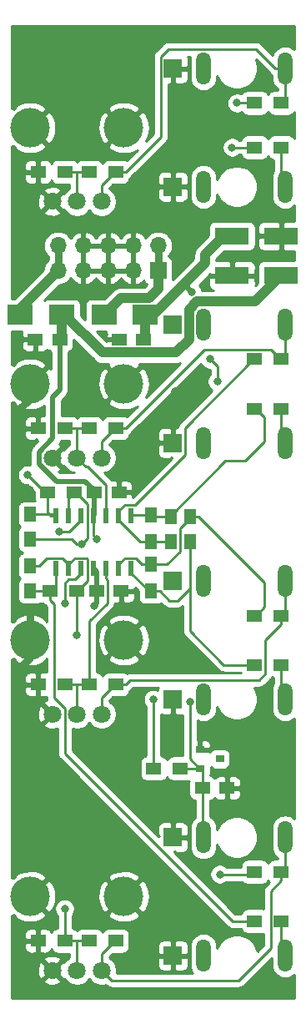
<source format=gbr>
G04 #@! TF.GenerationSoftware,KiCad,Pcbnew,(5.1.4)-1*
G04 #@! TF.CreationDate,2019-11-28T10:56:44-08:00*
G04 #@! TF.ProjectId,Attenuverter,41747465-6e75-4766-9572-7465722e6b69,rev?*
G04 #@! TF.SameCoordinates,Original*
G04 #@! TF.FileFunction,Copper,L2,Bot*
G04 #@! TF.FilePolarity,Positive*
%FSLAX46Y46*%
G04 Gerber Fmt 4.6, Leading zero omitted, Abs format (unit mm)*
G04 Created by KiCad (PCBNEW (5.1.4)-1) date 2019-11-28 10:56:44*
%MOMM*%
%LPD*%
G04 APERTURE LIST*
%ADD10C,1.800000*%
%ADD11C,4.000000*%
%ADD12R,1.250000X1.500000*%
%ADD13R,1.500000X1.250000*%
%ADD14R,3.500000X1.800000*%
%ADD15R,2.650000X2.030000*%
%ADD16O,1.500000X3.300000*%
%ADD17R,1.830000X1.930000*%
%ADD18R,1.500000X1.300000*%
%ADD19R,1.300000X1.500000*%
%ADD20R,0.600000X1.500000*%
%ADD21R,0.900000X0.800000*%
%ADD22O,1.700000X1.700000*%
%ADD23R,1.700000X1.700000*%
%ADD24C,0.800000*%
%ADD25C,0.250000*%
%ADD26C,0.750000*%
%ADD27C,1.000000*%
%ADD28C,0.500000*%
%ADD29C,0.254000*%
G04 APERTURE END LIST*
D10*
X104750000Y-146500000D03*
X107250000Y-146500000D03*
X109750000Y-146500000D03*
D11*
X102500000Y-139000000D03*
X112000000Y-139000000D03*
D10*
X104750000Y-68500000D03*
X107250000Y-68500000D03*
X109750000Y-68500000D03*
D11*
X102500000Y-61000000D03*
X112000000Y-61000000D03*
D12*
X102500000Y-100250000D03*
X102500000Y-102750000D03*
X116750000Y-100500000D03*
X116750000Y-103000000D03*
X118750000Y-103000000D03*
X118750000Y-100500000D03*
D13*
X120000000Y-128000000D03*
X122500000Y-128000000D03*
X105500000Y-82500000D03*
X103000000Y-82500000D03*
X109000000Y-98000000D03*
X111500000Y-98000000D03*
D12*
X102500000Y-108000000D03*
X102500000Y-105500000D03*
D13*
X111500000Y-82500000D03*
X114000000Y-82500000D03*
X111750000Y-108000000D03*
X109250000Y-108000000D03*
D14*
X128000000Y-76000000D03*
X123000000Y-76000000D03*
X128000000Y-72000000D03*
X123000000Y-72000000D03*
D15*
X101500000Y-80000000D03*
X105680000Y-80000000D03*
X110000000Y-80000000D03*
X114180000Y-80000000D03*
D16*
X120100000Y-55000000D03*
D17*
X117000000Y-55000000D03*
D16*
X128400000Y-55000000D03*
X120100000Y-67000000D03*
D17*
X117000000Y-67000000D03*
D16*
X128400000Y-67000000D03*
X120100000Y-81000000D03*
D17*
X117000000Y-81000000D03*
D16*
X128400000Y-81000000D03*
X120100000Y-93000000D03*
D17*
X117000000Y-93000000D03*
D16*
X128400000Y-93000000D03*
X120100000Y-107000000D03*
D17*
X117000000Y-107000000D03*
D16*
X128400000Y-107000000D03*
X120100000Y-119000000D03*
D17*
X117000000Y-119000000D03*
D16*
X128400000Y-119000000D03*
X120100000Y-133000000D03*
D17*
X117000000Y-133000000D03*
D16*
X128400000Y-133000000D03*
X120100000Y-145000000D03*
D17*
X117000000Y-145000000D03*
D16*
X128400000Y-145000000D03*
D18*
X104300000Y-98000000D03*
X107000000Y-98000000D03*
X125300000Y-58500000D03*
X128000000Y-58500000D03*
X128000000Y-63000000D03*
X125300000Y-63000000D03*
X108500000Y-65500000D03*
X111200000Y-65500000D03*
X103300000Y-65500000D03*
X106000000Y-65500000D03*
D19*
X114750000Y-100300000D03*
X114750000Y-103000000D03*
D18*
X125300000Y-84500000D03*
X128000000Y-84500000D03*
X128000000Y-89500000D03*
X125300000Y-89500000D03*
X108500000Y-91500000D03*
X111200000Y-91500000D03*
X103300000Y-91500000D03*
X106000000Y-91500000D03*
X117750000Y-126000000D03*
X115050000Y-126000000D03*
D19*
X114750000Y-108000000D03*
X114750000Y-105300000D03*
D18*
X125300000Y-110500000D03*
X128000000Y-110500000D03*
X128000000Y-115500000D03*
X125300000Y-115500000D03*
X108500000Y-117500000D03*
X111200000Y-117500000D03*
X103300000Y-117500000D03*
X106000000Y-117500000D03*
X104500000Y-108000000D03*
X107200000Y-108000000D03*
X125300000Y-136500000D03*
X128000000Y-136500000D03*
X128000000Y-141500000D03*
X125300000Y-141500000D03*
X108500000Y-143500000D03*
X111200000Y-143500000D03*
X103300000Y-143500000D03*
X106000000Y-143500000D03*
D20*
X105130000Y-100350000D03*
X106400000Y-100350000D03*
X107670000Y-100350000D03*
X108940000Y-100350000D03*
X110210000Y-100350000D03*
X111480000Y-100350000D03*
X112750000Y-100350000D03*
X112750000Y-105750000D03*
X111480000Y-105750000D03*
X110210000Y-105750000D03*
X108940000Y-105750000D03*
X107670000Y-105750000D03*
X106400000Y-105750000D03*
X105130000Y-105750000D03*
D21*
X119750000Y-126000000D03*
X119750000Y-124100000D03*
X121750000Y-125050000D03*
D10*
X104750000Y-94500000D03*
X107250000Y-94500000D03*
X109750000Y-94500000D03*
D11*
X102500000Y-87000000D03*
X112000000Y-87000000D03*
D10*
X104750000Y-120500000D03*
X107250000Y-120500000D03*
X109750000Y-120500000D03*
D11*
X102500000Y-113000000D03*
X112000000Y-113000000D03*
D22*
X105340000Y-72960000D03*
X105340000Y-75500000D03*
X107880000Y-72960000D03*
X107880000Y-75500000D03*
X110420000Y-72960000D03*
X110420000Y-75500000D03*
X112960000Y-72960000D03*
X112960000Y-75500000D03*
X115500000Y-72960000D03*
D23*
X115500000Y-75500000D03*
D24*
X123000000Y-63000000D03*
X102250000Y-96250000D03*
X123500000Y-58500000D03*
X107750000Y-103250000D03*
X117250000Y-87750000D03*
X111500000Y-93500000D03*
X102500000Y-97750000D03*
X110000000Y-82000000D03*
X118750000Y-119250000D03*
X121500000Y-86750000D03*
X120750000Y-84500000D03*
X109250000Y-102750000D03*
X115000000Y-119000000D03*
X107250000Y-112500000D03*
X121750000Y-136750000D03*
X109000000Y-109500000D03*
X118887073Y-77697231D03*
X105472347Y-101972347D03*
X106000000Y-140250000D03*
X106000000Y-109250000D03*
D25*
X104580000Y-100350000D02*
X105130000Y-100350000D01*
X104300000Y-100070000D02*
X104580000Y-100350000D01*
X104300000Y-98000000D02*
X104300000Y-100070000D01*
X105030000Y-100250000D02*
X105130000Y-100350000D01*
X102500000Y-100250000D02*
X105030000Y-100250000D01*
X125300000Y-63000000D02*
X123000000Y-63000000D01*
X104000000Y-98000000D02*
X104300000Y-98000000D01*
X102250000Y-96250000D02*
X104000000Y-98000000D01*
X102500000Y-102750000D02*
X105720000Y-102750000D01*
X125300000Y-58500000D02*
X123500000Y-58500000D01*
X106684315Y-102750000D02*
X105720000Y-102750000D01*
X107184315Y-103250000D02*
X106684315Y-102750000D01*
X107750000Y-103250000D02*
X107184315Y-103250000D01*
X107100000Y-98000000D02*
X107000000Y-98000000D01*
X108295001Y-99195001D02*
X107100000Y-98000000D01*
X108295001Y-102704999D02*
X108295001Y-99195001D01*
X107750000Y-103250000D02*
X108295001Y-102704999D01*
X106400000Y-98600000D02*
X107000000Y-98000000D01*
X106400000Y-100350000D02*
X106400000Y-98600000D01*
X116750000Y-103000000D02*
X114750000Y-103000000D01*
X125200000Y-84500000D02*
X118240001Y-91459999D01*
X125300000Y-84500000D02*
X125200000Y-84500000D01*
X118240001Y-91459999D02*
X118240001Y-94225001D01*
X118240001Y-94225001D02*
X113190003Y-99274999D01*
X111480000Y-99900000D02*
X111480000Y-100350000D01*
X112105001Y-99274999D02*
X111480000Y-99900000D01*
X113190003Y-99274999D02*
X112105001Y-99274999D01*
X111480000Y-100800000D02*
X111480000Y-100350000D01*
X113680000Y-103000000D02*
X111480000Y-100800000D01*
X114750000Y-103000000D02*
X113680000Y-103000000D01*
X110210000Y-100800000D02*
X110210000Y-100350000D01*
X114950000Y-100500000D02*
X114750000Y-100300000D01*
X116750000Y-100500000D02*
X114950000Y-100500000D01*
X112800000Y-100300000D02*
X112750000Y-100350000D01*
X114750000Y-100300000D02*
X112800000Y-100300000D01*
X126300000Y-90400000D02*
X125400000Y-89500000D01*
X126300000Y-92878002D02*
X126300000Y-90400000D01*
X124353001Y-94825001D02*
X126300000Y-92878002D01*
X122299999Y-94825001D02*
X124353001Y-94825001D01*
X116750000Y-100500000D02*
X116750000Y-100375000D01*
X116750000Y-100375000D02*
X122299999Y-94825001D01*
X125400000Y-89500000D02*
X125300000Y-89500000D01*
X114550000Y-108000000D02*
X114750000Y-108000000D01*
X112750000Y-106200000D02*
X114550000Y-108000000D01*
X112750000Y-105750000D02*
X112750000Y-106200000D01*
X115650000Y-108000000D02*
X114750000Y-108000000D01*
X116650000Y-109000000D02*
X115650000Y-108000000D01*
X117465002Y-109000000D02*
X116650000Y-109000000D01*
X118750000Y-107715002D02*
X117465002Y-109000000D01*
X118750000Y-112100000D02*
X118750000Y-107500000D01*
X122150000Y-115500000D02*
X118750000Y-112100000D01*
X125300000Y-115500000D02*
X122150000Y-115500000D01*
X118750000Y-103000000D02*
X118750000Y-107500000D01*
X118750000Y-107500000D02*
X118750000Y-107715002D01*
X110210000Y-105300000D02*
X110210000Y-105750000D01*
X115650000Y-105300000D02*
X114750000Y-105300000D01*
X116410002Y-105300000D02*
X115650000Y-105300000D01*
X117700001Y-104010001D02*
X116410002Y-105300000D01*
X117700001Y-101674999D02*
X117700001Y-104010001D01*
X118750000Y-100625000D02*
X117700001Y-101674999D01*
X118750000Y-100500000D02*
X118750000Y-100625000D01*
X119625000Y-100500000D02*
X126300000Y-107175000D01*
X118750000Y-100500000D02*
X119625000Y-100500000D01*
X126300000Y-107175000D02*
X126300000Y-109600000D01*
X126300000Y-109600000D02*
X125400000Y-110500000D01*
X125400000Y-110500000D02*
X125300000Y-110500000D01*
X102500000Y-87000000D02*
X102500000Y-88250000D01*
D26*
X102500000Y-87000000D02*
X102500000Y-88500000D01*
X102500000Y-88500000D02*
X101250000Y-89750000D01*
X102500000Y-113000000D02*
X102500000Y-110000000D01*
X102500000Y-113000000D02*
X102500000Y-114750000D01*
X102500000Y-114750000D02*
X101500000Y-115750000D01*
D25*
X120000000Y-132900000D02*
X120100000Y-133000000D01*
X120000000Y-128000000D02*
X120000000Y-132900000D01*
X117750000Y-126000000D02*
X119750000Y-126000000D01*
X120000000Y-126250000D02*
X119750000Y-126000000D01*
X120000000Y-128000000D02*
X120000000Y-126250000D01*
X118750000Y-121664998D02*
X118750000Y-119250000D01*
X118750000Y-125050000D02*
X118750000Y-121664998D01*
X119750000Y-126000000D02*
X119700000Y-126000000D01*
X119700000Y-126000000D02*
X118750000Y-125050000D01*
X121500000Y-86750000D02*
X121500000Y-85250000D01*
X121500000Y-85250000D02*
X120750000Y-84500000D01*
D27*
X105990000Y-80000000D02*
X105680000Y-80000000D01*
X109815001Y-83825001D02*
X105990000Y-80000000D01*
X117315001Y-83825001D02*
X109815001Y-83825001D01*
X118615001Y-82525001D02*
X117315001Y-83825001D01*
X119440010Y-78649990D02*
X118615001Y-79474999D01*
X125350010Y-78649990D02*
X119440010Y-78649990D01*
X118615001Y-79474999D02*
X118615001Y-82525001D01*
X128000000Y-76000000D02*
X125350010Y-78649990D01*
X105680000Y-82320000D02*
X105500000Y-82500000D01*
X105680000Y-80000000D02*
X105680000Y-82320000D01*
D28*
X109000000Y-97789998D02*
X109000000Y-98000000D01*
X103399999Y-95148001D02*
X105151997Y-96899999D01*
X103399999Y-93910001D02*
X103399999Y-95148001D01*
X104799999Y-92510001D02*
X103399999Y-93910001D01*
X105151997Y-96899999D02*
X108110001Y-96899999D01*
X104799999Y-88326003D02*
X104799999Y-92510001D01*
X108110001Y-96899999D02*
X109000000Y-97789998D01*
X105500000Y-87626002D02*
X104799999Y-88326003D01*
X105500000Y-82500000D02*
X105500000Y-87626002D01*
X109000000Y-100290000D02*
X108940000Y-100350000D01*
X109000000Y-98000000D02*
X109000000Y-100290000D01*
D25*
X108940000Y-100350000D02*
X108940000Y-102440000D01*
X108940000Y-102440000D02*
X109250000Y-102750000D01*
X115000000Y-125950000D02*
X115050000Y-126000000D01*
X115000000Y-119000000D02*
X115000000Y-125950000D01*
X107670000Y-107530000D02*
X107200000Y-108000000D01*
X107200000Y-108000000D02*
X107200000Y-112450000D01*
X107200000Y-112450000D02*
X107250000Y-112500000D01*
X125050000Y-136750000D02*
X125300000Y-136500000D01*
X121750000Y-136750000D02*
X125050000Y-136750000D01*
X105130000Y-107370000D02*
X104500000Y-108000000D01*
X105130000Y-105750000D02*
X105130000Y-107370000D01*
X102500000Y-108000000D02*
X104500000Y-108000000D01*
X123034998Y-141500000D02*
X124300000Y-141500000D01*
X106024999Y-124490001D02*
X123034998Y-141500000D01*
X106024999Y-119961997D02*
X106024999Y-124490001D01*
X104924999Y-118861997D02*
X106024999Y-119961997D01*
X104924999Y-109324999D02*
X104924999Y-118861997D01*
X124300000Y-141500000D02*
X125300000Y-141500000D01*
X104500000Y-108900000D02*
X104924999Y-109324999D01*
X104500000Y-108000000D02*
X104500000Y-108900000D01*
D27*
X122150000Y-72000000D02*
X123000000Y-72000000D01*
X120250000Y-73900000D02*
X122150000Y-72000000D01*
X120250000Y-74750000D02*
X120250000Y-73900000D01*
X114180000Y-80000000D02*
X115000000Y-80000000D01*
X114180000Y-82320000D02*
X114000000Y-82500000D01*
X114180000Y-80000000D02*
X114180000Y-82320000D01*
D28*
X109250000Y-106060000D02*
X108940000Y-105750000D01*
X109250000Y-108000000D02*
X109250000Y-106060000D01*
X109250000Y-108000000D02*
X109250000Y-109250000D01*
X109250000Y-109250000D02*
X109000000Y-109500000D01*
X118487074Y-76987074D02*
X118250000Y-76750000D01*
X118487074Y-77297232D02*
X118487074Y-76987074D01*
X118887073Y-77697231D02*
X118487074Y-77297232D01*
D27*
X115000000Y-80000000D02*
X118250000Y-76750000D01*
X118250000Y-76750000D02*
X120250000Y-74750000D01*
D26*
X105340000Y-72960000D02*
X105340000Y-75500000D01*
D27*
X101500000Y-79340000D02*
X105340000Y-75500000D01*
X101500000Y-80000000D02*
X101500000Y-79340000D01*
D26*
X115500000Y-72960000D02*
X115500000Y-75500000D01*
D27*
X115500000Y-77350000D02*
X115500000Y-75500000D01*
X114565001Y-78284999D02*
X115500000Y-77350000D01*
X111715001Y-78284999D02*
X114565001Y-78284999D01*
X110000000Y-80000000D02*
X111715001Y-78284999D01*
D25*
X111100000Y-65500000D02*
X111200000Y-65500000D01*
X109750000Y-66850000D02*
X111100000Y-65500000D01*
X109750000Y-68500000D02*
X109750000Y-66850000D01*
X128400000Y-58100000D02*
X128000000Y-58500000D01*
X128400000Y-55000000D02*
X128400000Y-58100000D01*
X127400000Y-55000000D02*
X128400000Y-55000000D01*
X125424990Y-53024990D02*
X127400000Y-55000000D01*
X116510008Y-53024990D02*
X125424990Y-53024990D01*
X115759999Y-53774999D02*
X116510008Y-53024990D01*
X115759999Y-61940001D02*
X115759999Y-53774999D01*
X112200000Y-65500000D02*
X115759999Y-61940001D01*
X111200000Y-65500000D02*
X112200000Y-65500000D01*
X128000000Y-66600000D02*
X128400000Y-67000000D01*
X128000000Y-63000000D02*
X128000000Y-66600000D01*
X111100000Y-91500000D02*
X111200000Y-91500000D01*
X109750000Y-92850000D02*
X111100000Y-91500000D01*
X109750000Y-94500000D02*
X109750000Y-92850000D01*
X128400000Y-84100000D02*
X128000000Y-84500000D01*
X128400000Y-81000000D02*
X128400000Y-84100000D01*
X127900000Y-84500000D02*
X128000000Y-84500000D01*
X126924999Y-83524999D02*
X127900000Y-84500000D01*
X120175001Y-83524999D02*
X126924999Y-83524999D01*
X112200000Y-91500000D02*
X120175001Y-83524999D01*
X111200000Y-91500000D02*
X112200000Y-91500000D01*
X128000000Y-92600000D02*
X128400000Y-93000000D01*
X128000000Y-89500000D02*
X128000000Y-92600000D01*
X111100000Y-117500000D02*
X111200000Y-117500000D01*
X109750000Y-118850000D02*
X111100000Y-117500000D01*
X109750000Y-120500000D02*
X109750000Y-118850000D01*
X128400000Y-110100000D02*
X128000000Y-110500000D01*
X128400000Y-107000000D02*
X128400000Y-110100000D01*
X112200000Y-117500000D02*
X111200000Y-117500000D01*
X112675010Y-117024990D02*
X112200000Y-117500000D01*
X125760012Y-117024990D02*
X112675010Y-117024990D01*
X126375001Y-116410001D02*
X125760012Y-117024990D01*
X126375001Y-113024999D02*
X126375001Y-116410001D01*
X128000000Y-111400000D02*
X126375001Y-113024999D01*
X128000000Y-110500000D02*
X128000000Y-111400000D01*
X128000000Y-118600000D02*
X128400000Y-119000000D01*
X128000000Y-115500000D02*
X128000000Y-118600000D01*
X128400000Y-136100000D02*
X128000000Y-136500000D01*
X128400000Y-133000000D02*
X128400000Y-136100000D01*
X123678002Y-147500000D02*
X126924999Y-144253003D01*
X109750000Y-144850000D02*
X111100000Y-143500000D01*
X110750000Y-147500000D02*
X123678002Y-147500000D01*
X109750000Y-146500000D02*
X110750000Y-147500000D01*
X109750000Y-146500000D02*
X109750000Y-144850000D01*
X111100000Y-143500000D02*
X111200000Y-143500000D01*
X128000000Y-137400000D02*
X128000000Y-136500000D01*
X126924999Y-144253003D02*
X126924999Y-138475001D01*
X126924999Y-138475001D02*
X128000000Y-137400000D01*
X128000000Y-144600000D02*
X128400000Y-145000000D01*
X128000000Y-141500000D02*
X128000000Y-144600000D01*
X107250000Y-68500000D02*
X107250000Y-65500000D01*
X106000000Y-65500000D02*
X107250000Y-65500000D01*
X107250000Y-65500000D02*
X108500000Y-65500000D01*
X111480000Y-106200000D02*
X111480000Y-105750000D01*
X111480000Y-105300000D02*
X111480000Y-105750000D01*
X112105001Y-104674999D02*
X111480000Y-105300000D01*
X113224999Y-104674999D02*
X112105001Y-104674999D01*
X113850000Y-105300000D02*
X113224999Y-104674999D01*
X114750000Y-105300000D02*
X113850000Y-105300000D01*
X105774999Y-104674999D02*
X106400000Y-105300000D01*
X104200001Y-104674999D02*
X105774999Y-104674999D01*
X103375000Y-105500000D02*
X104200001Y-104674999D01*
X102500000Y-105500000D02*
X103375000Y-105500000D01*
X106400000Y-105300000D02*
X106400000Y-105750000D01*
X108230001Y-104674999D02*
X107025001Y-104674999D01*
X108295001Y-104739999D02*
X108230001Y-104674999D01*
X108295001Y-107004999D02*
X108295001Y-104739999D01*
X107300000Y-108000000D02*
X108295001Y-107004999D01*
X107025001Y-104674999D02*
X106400000Y-105300000D01*
X107200000Y-108000000D02*
X107300000Y-108000000D01*
X107670000Y-100800000D02*
X107670000Y-100350000D01*
X106497653Y-101972347D02*
X107670000Y-100800000D01*
X105472347Y-101972347D02*
X106497653Y-101972347D01*
X107250000Y-94500000D02*
X107250000Y-91500000D01*
X106000000Y-91500000D02*
X107250000Y-91500000D01*
X107250000Y-91500000D02*
X108500000Y-91500000D01*
X110210000Y-97249998D02*
X110210000Y-100350000D01*
X108360001Y-95399999D02*
X110210000Y-97249998D01*
X107250000Y-94500000D02*
X108149999Y-95399999D01*
X108149999Y-95399999D02*
X108360001Y-95399999D01*
X107250000Y-119227208D02*
X107250000Y-117500000D01*
X107250000Y-120500000D02*
X107250000Y-119227208D01*
X106000000Y-117500000D02*
X107250000Y-117500000D01*
X107250000Y-117500000D02*
X108500000Y-117500000D01*
X108500000Y-117500000D02*
X108500000Y-111060000D01*
X110210000Y-106750000D02*
X110210000Y-105750000D01*
X110325001Y-106865001D02*
X110210000Y-106750000D01*
X110325001Y-109234999D02*
X110325001Y-106865001D01*
X108500000Y-111060000D02*
X110325001Y-109234999D01*
X107250000Y-144650000D02*
X107250000Y-143500000D01*
X107250000Y-146500000D02*
X107250000Y-144650000D01*
X106000000Y-143500000D02*
X107250000Y-143500000D01*
X107250000Y-143500000D02*
X108500000Y-143500000D01*
X106000000Y-143500000D02*
X106000000Y-140250000D01*
X107670000Y-106200000D02*
X107670000Y-105750000D01*
X107044999Y-106825001D02*
X107670000Y-106200000D01*
X106389997Y-106825001D02*
X107044999Y-106825001D01*
X106000000Y-107214998D02*
X106389997Y-106825001D01*
X106000000Y-109250000D02*
X106000000Y-107214998D01*
D29*
G36*
X101048228Y-115214258D02*
G01*
X101508105Y-115454938D01*
X102006098Y-115601275D01*
X102523071Y-115647648D01*
X103039159Y-115592273D01*
X103534526Y-115437279D01*
X103951772Y-115214258D01*
X104165000Y-114852411D01*
X104165000Y-116223254D01*
X104050000Y-116211928D01*
X103585750Y-116215000D01*
X103427000Y-116373750D01*
X103427000Y-117373000D01*
X103447000Y-117373000D01*
X103447000Y-117627000D01*
X103427000Y-117627000D01*
X103427000Y-118626250D01*
X103585750Y-118785000D01*
X104050000Y-118788072D01*
X104165000Y-118776746D01*
X104165000Y-118824665D01*
X104161323Y-118861997D01*
X104165000Y-118899330D01*
X104175997Y-119010983D01*
X104188088Y-119050842D01*
X104193457Y-119068541D01*
X104098801Y-119101778D01*
X103949208Y-119181739D01*
X103865525Y-119435920D01*
X104750000Y-120320395D01*
X104764143Y-120306253D01*
X104943748Y-120485858D01*
X104929605Y-120500000D01*
X104943748Y-120514143D01*
X104764143Y-120693748D01*
X104750000Y-120679605D01*
X103865525Y-121564080D01*
X103949208Y-121818261D01*
X104221775Y-121949158D01*
X104514642Y-122024365D01*
X104816553Y-122040991D01*
X105115907Y-121998397D01*
X105264999Y-121946046D01*
X105265000Y-124452669D01*
X105261323Y-124490001D01*
X105275997Y-124638986D01*
X105319453Y-124782247D01*
X105390025Y-124914277D01*
X105440886Y-124976250D01*
X105484999Y-125030002D01*
X105513997Y-125053800D01*
X122471199Y-142011003D01*
X122494997Y-142040001D01*
X122610722Y-142134974D01*
X122742751Y-142205546D01*
X122886012Y-142249003D01*
X122997665Y-142260000D01*
X122997674Y-142260000D01*
X123034997Y-142263676D01*
X123072320Y-142260000D01*
X123922762Y-142260000D01*
X123924188Y-142274482D01*
X123960498Y-142394180D01*
X124019463Y-142504494D01*
X124098815Y-142601185D01*
X124195506Y-142680537D01*
X124305820Y-142739502D01*
X124425518Y-142775812D01*
X124550000Y-142788072D01*
X126050000Y-142788072D01*
X126164999Y-142776746D01*
X126164999Y-143938201D01*
X125562472Y-144540728D01*
X125529953Y-144377244D01*
X125369012Y-143988698D01*
X125135363Y-143639017D01*
X124837983Y-143341637D01*
X124488302Y-143107988D01*
X124099756Y-142947047D01*
X123687279Y-142865000D01*
X123266721Y-142865000D01*
X122854244Y-142947047D01*
X122465698Y-143107988D01*
X122116017Y-143341637D01*
X121818637Y-143639017D01*
X121584988Y-143988698D01*
X121485000Y-144230090D01*
X121485000Y-144031963D01*
X121464960Y-143828493D01*
X121385764Y-143567419D01*
X121257157Y-143326812D01*
X121084081Y-143115919D01*
X120873188Y-142942843D01*
X120632581Y-142814236D01*
X120371507Y-142735040D01*
X120100000Y-142708299D01*
X119828494Y-142735040D01*
X119567420Y-142814236D01*
X119326813Y-142942843D01*
X119115920Y-143115919D01*
X118942844Y-143326812D01*
X118814237Y-143567419D01*
X118735041Y-143828493D01*
X118715000Y-144031963D01*
X118715000Y-145968036D01*
X118735040Y-146171506D01*
X118814236Y-146432580D01*
X118942843Y-146673187D01*
X118997675Y-146740000D01*
X111267333Y-146740000D01*
X111285000Y-146651184D01*
X111285000Y-146348816D01*
X111226011Y-146052257D01*
X111189868Y-145965000D01*
X115446928Y-145965000D01*
X115459188Y-146089482D01*
X115495498Y-146209180D01*
X115554463Y-146319494D01*
X115633815Y-146416185D01*
X115730506Y-146495537D01*
X115840820Y-146554502D01*
X115960518Y-146590812D01*
X116085000Y-146603072D01*
X116714250Y-146600000D01*
X116873000Y-146441250D01*
X116873000Y-145127000D01*
X117127000Y-145127000D01*
X117127000Y-146441250D01*
X117285750Y-146600000D01*
X117915000Y-146603072D01*
X118039482Y-146590812D01*
X118159180Y-146554502D01*
X118269494Y-146495537D01*
X118366185Y-146416185D01*
X118445537Y-146319494D01*
X118504502Y-146209180D01*
X118540812Y-146089482D01*
X118553072Y-145965000D01*
X118550000Y-145285750D01*
X118391250Y-145127000D01*
X117127000Y-145127000D01*
X116873000Y-145127000D01*
X115608750Y-145127000D01*
X115450000Y-145285750D01*
X115446928Y-145965000D01*
X111189868Y-145965000D01*
X111110299Y-145772905D01*
X110942312Y-145521495D01*
X110728505Y-145307688D01*
X110511867Y-145162935D01*
X110886729Y-144788072D01*
X111950000Y-144788072D01*
X112074482Y-144775812D01*
X112194180Y-144739502D01*
X112304494Y-144680537D01*
X112401185Y-144601185D01*
X112480537Y-144504494D01*
X112539502Y-144394180D01*
X112575812Y-144274482D01*
X112588072Y-144150000D01*
X112588072Y-144035000D01*
X115446928Y-144035000D01*
X115450000Y-144714250D01*
X115608750Y-144873000D01*
X116873000Y-144873000D01*
X116873000Y-143558750D01*
X117127000Y-143558750D01*
X117127000Y-144873000D01*
X118391250Y-144873000D01*
X118550000Y-144714250D01*
X118553072Y-144035000D01*
X118540812Y-143910518D01*
X118504502Y-143790820D01*
X118445537Y-143680506D01*
X118366185Y-143583815D01*
X118269494Y-143504463D01*
X118159180Y-143445498D01*
X118039482Y-143409188D01*
X117915000Y-143396928D01*
X117285750Y-143400000D01*
X117127000Y-143558750D01*
X116873000Y-143558750D01*
X116714250Y-143400000D01*
X116085000Y-143396928D01*
X115960518Y-143409188D01*
X115840820Y-143445498D01*
X115730506Y-143504463D01*
X115633815Y-143583815D01*
X115554463Y-143680506D01*
X115495498Y-143790820D01*
X115459188Y-143910518D01*
X115446928Y-144035000D01*
X112588072Y-144035000D01*
X112588072Y-142850000D01*
X112575812Y-142725518D01*
X112539502Y-142605820D01*
X112480537Y-142495506D01*
X112401185Y-142398815D01*
X112304494Y-142319463D01*
X112194180Y-142260498D01*
X112074482Y-142224188D01*
X111950000Y-142211928D01*
X110450000Y-142211928D01*
X110325518Y-142224188D01*
X110205820Y-142260498D01*
X110095506Y-142319463D01*
X109998815Y-142398815D01*
X109919463Y-142495506D01*
X109860498Y-142605820D01*
X109850000Y-142640427D01*
X109839502Y-142605820D01*
X109780537Y-142495506D01*
X109701185Y-142398815D01*
X109604494Y-142319463D01*
X109494180Y-142260498D01*
X109374482Y-142224188D01*
X109250000Y-142211928D01*
X107750000Y-142211928D01*
X107625518Y-142224188D01*
X107505820Y-142260498D01*
X107395506Y-142319463D01*
X107298815Y-142398815D01*
X107250000Y-142458296D01*
X107201185Y-142398815D01*
X107104494Y-142319463D01*
X106994180Y-142260498D01*
X106874482Y-142224188D01*
X106760000Y-142212913D01*
X106760000Y-140953711D01*
X106803937Y-140909774D01*
X106845547Y-140847499D01*
X110332106Y-140847499D01*
X110548228Y-141214258D01*
X111008105Y-141454938D01*
X111506098Y-141601275D01*
X112023071Y-141647648D01*
X112539159Y-141592273D01*
X113034526Y-141437279D01*
X113451772Y-141214258D01*
X113667894Y-140847499D01*
X112000000Y-139179605D01*
X110332106Y-140847499D01*
X106845547Y-140847499D01*
X106917205Y-140740256D01*
X106995226Y-140551898D01*
X107035000Y-140351939D01*
X107035000Y-140148061D01*
X106995226Y-139948102D01*
X106917205Y-139759744D01*
X106803937Y-139590226D01*
X106659774Y-139446063D01*
X106490256Y-139332795D01*
X106301898Y-139254774D01*
X106101939Y-139215000D01*
X105898061Y-139215000D01*
X105698102Y-139254774D01*
X105509744Y-139332795D01*
X105340226Y-139446063D01*
X105196063Y-139590226D01*
X105082795Y-139759744D01*
X105004774Y-139948102D01*
X104965000Y-140148061D01*
X104965000Y-140351939D01*
X105004774Y-140551898D01*
X105082795Y-140740256D01*
X105196063Y-140909774D01*
X105240001Y-140953712D01*
X105240000Y-142212913D01*
X105125518Y-142224188D01*
X105005820Y-142260498D01*
X104895506Y-142319463D01*
X104798815Y-142398815D01*
X104719463Y-142495506D01*
X104660498Y-142605820D01*
X104650000Y-142640427D01*
X104639502Y-142605820D01*
X104580537Y-142495506D01*
X104501185Y-142398815D01*
X104404494Y-142319463D01*
X104294180Y-142260498D01*
X104174482Y-142224188D01*
X104050000Y-142211928D01*
X103585750Y-142215000D01*
X103427000Y-142373750D01*
X103427000Y-143373000D01*
X103447000Y-143373000D01*
X103447000Y-143627000D01*
X103427000Y-143627000D01*
X103427000Y-144626250D01*
X103585750Y-144785000D01*
X104050000Y-144788072D01*
X104174482Y-144775812D01*
X104294180Y-144739502D01*
X104404494Y-144680537D01*
X104501185Y-144601185D01*
X104580537Y-144504494D01*
X104639502Y-144394180D01*
X104650000Y-144359573D01*
X104660498Y-144394180D01*
X104719463Y-144504494D01*
X104798815Y-144601185D01*
X104895506Y-144680537D01*
X105005820Y-144739502D01*
X105125518Y-144775812D01*
X105250000Y-144788072D01*
X106490001Y-144788072D01*
X106490001Y-145161687D01*
X106271495Y-145307688D01*
X106057688Y-145521495D01*
X105962262Y-145664310D01*
X105814080Y-145615525D01*
X104929605Y-146500000D01*
X105814080Y-147384475D01*
X105962262Y-147335690D01*
X106057688Y-147478505D01*
X106271495Y-147692312D01*
X106522905Y-147860299D01*
X106802257Y-147976011D01*
X107098816Y-148035000D01*
X107401184Y-148035000D01*
X107697743Y-147976011D01*
X107977095Y-147860299D01*
X108228505Y-147692312D01*
X108442312Y-147478505D01*
X108500000Y-147392169D01*
X108557688Y-147478505D01*
X108771495Y-147692312D01*
X109022905Y-147860299D01*
X109302257Y-147976011D01*
X109598816Y-148035000D01*
X109901184Y-148035000D01*
X110158930Y-147983731D01*
X110186201Y-148011003D01*
X110209999Y-148040001D01*
X110238997Y-148063799D01*
X110325724Y-148134974D01*
X110457753Y-148205546D01*
X110601014Y-148249003D01*
X110750000Y-148263677D01*
X110787333Y-148260000D01*
X123640680Y-148260000D01*
X123678002Y-148263676D01*
X123715324Y-148260000D01*
X123715335Y-148260000D01*
X123826988Y-148249003D01*
X123970249Y-148205546D01*
X124102278Y-148134974D01*
X124218003Y-148040001D01*
X124241806Y-148010997D01*
X127015000Y-145237804D01*
X127015000Y-145968036D01*
X127035040Y-146171506D01*
X127114236Y-146432580D01*
X127242843Y-146673187D01*
X127415919Y-146884080D01*
X127626812Y-147057157D01*
X127867419Y-147185764D01*
X128128493Y-147264960D01*
X128400000Y-147291701D01*
X128671506Y-147264960D01*
X128932580Y-147185764D01*
X129173187Y-147057157D01*
X129340000Y-146920257D01*
X129340000Y-149340000D01*
X100660000Y-149340000D01*
X100660000Y-147564080D01*
X103865525Y-147564080D01*
X103949208Y-147818261D01*
X104221775Y-147949158D01*
X104514642Y-148024365D01*
X104816553Y-148040991D01*
X105115907Y-147998397D01*
X105401199Y-147898222D01*
X105550792Y-147818261D01*
X105634475Y-147564080D01*
X104750000Y-146679605D01*
X103865525Y-147564080D01*
X100660000Y-147564080D01*
X100660000Y-146566553D01*
X103209009Y-146566553D01*
X103251603Y-146865907D01*
X103351778Y-147151199D01*
X103431739Y-147300792D01*
X103685920Y-147384475D01*
X104570395Y-146500000D01*
X103685920Y-145615525D01*
X103431739Y-145699208D01*
X103300842Y-145971775D01*
X103225635Y-146264642D01*
X103209009Y-146566553D01*
X100660000Y-146566553D01*
X100660000Y-145435920D01*
X103865525Y-145435920D01*
X104750000Y-146320395D01*
X105634475Y-145435920D01*
X105550792Y-145181739D01*
X105278225Y-145050842D01*
X104985358Y-144975635D01*
X104683447Y-144959009D01*
X104384093Y-145001603D01*
X104098801Y-145101778D01*
X103949208Y-145181739D01*
X103865525Y-145435920D01*
X100660000Y-145435920D01*
X100660000Y-144150000D01*
X101911928Y-144150000D01*
X101924188Y-144274482D01*
X101960498Y-144394180D01*
X102019463Y-144504494D01*
X102098815Y-144601185D01*
X102195506Y-144680537D01*
X102305820Y-144739502D01*
X102425518Y-144775812D01*
X102550000Y-144788072D01*
X103014250Y-144785000D01*
X103173000Y-144626250D01*
X103173000Y-143627000D01*
X102073750Y-143627000D01*
X101915000Y-143785750D01*
X101911928Y-144150000D01*
X100660000Y-144150000D01*
X100660000Y-142850000D01*
X101911928Y-142850000D01*
X101915000Y-143214250D01*
X102073750Y-143373000D01*
X103173000Y-143373000D01*
X103173000Y-142373750D01*
X103014250Y-142215000D01*
X102550000Y-142211928D01*
X102425518Y-142224188D01*
X102305820Y-142260498D01*
X102195506Y-142319463D01*
X102098815Y-142398815D01*
X102019463Y-142495506D01*
X101960498Y-142605820D01*
X101924188Y-142725518D01*
X101911928Y-142850000D01*
X100660000Y-142850000D01*
X100660000Y-140903614D01*
X100717997Y-140961611D01*
X100832107Y-140847501D01*
X101048228Y-141214258D01*
X101508105Y-141454938D01*
X102006098Y-141601275D01*
X102523071Y-141647648D01*
X103039159Y-141592273D01*
X103534526Y-141437279D01*
X103951772Y-141214258D01*
X104167894Y-140847499D01*
X102500000Y-139179605D01*
X102485858Y-139193748D01*
X102306253Y-139014143D01*
X102320395Y-139000000D01*
X102679605Y-139000000D01*
X104347499Y-140667894D01*
X104714258Y-140451772D01*
X104954938Y-139991895D01*
X105101275Y-139493902D01*
X105143509Y-139023071D01*
X109352352Y-139023071D01*
X109407727Y-139539159D01*
X109562721Y-140034526D01*
X109785742Y-140451772D01*
X110152501Y-140667894D01*
X111820395Y-139000000D01*
X112179605Y-139000000D01*
X113847499Y-140667894D01*
X114214258Y-140451772D01*
X114454938Y-139991895D01*
X114601275Y-139493902D01*
X114647648Y-138976929D01*
X114592273Y-138460841D01*
X114437279Y-137965474D01*
X114214258Y-137548228D01*
X113847499Y-137332106D01*
X112179605Y-139000000D01*
X111820395Y-139000000D01*
X110152501Y-137332106D01*
X109785742Y-137548228D01*
X109545062Y-138008105D01*
X109398725Y-138506098D01*
X109352352Y-139023071D01*
X105143509Y-139023071D01*
X105147648Y-138976929D01*
X105092273Y-138460841D01*
X104937279Y-137965474D01*
X104714258Y-137548228D01*
X104347499Y-137332106D01*
X102679605Y-139000000D01*
X102320395Y-139000000D01*
X102306253Y-138985858D01*
X102485858Y-138806253D01*
X102500000Y-138820395D01*
X104167894Y-137152501D01*
X110332106Y-137152501D01*
X112000000Y-138820395D01*
X113667894Y-137152501D01*
X113451772Y-136785742D01*
X112991895Y-136545062D01*
X112493902Y-136398725D01*
X111976929Y-136352352D01*
X111460841Y-136407727D01*
X110965474Y-136562721D01*
X110548228Y-136785742D01*
X110332106Y-137152501D01*
X104167894Y-137152501D01*
X103951772Y-136785742D01*
X103491895Y-136545062D01*
X102993902Y-136398725D01*
X102476929Y-136352352D01*
X101960841Y-136407727D01*
X101465474Y-136562721D01*
X101048228Y-136785742D01*
X100832107Y-137152499D01*
X100717997Y-137038389D01*
X100660000Y-137096386D01*
X100660000Y-120566553D01*
X103209009Y-120566553D01*
X103251603Y-120865907D01*
X103351778Y-121151199D01*
X103431739Y-121300792D01*
X103685920Y-121384475D01*
X104570395Y-120500000D01*
X103685920Y-119615525D01*
X103431739Y-119699208D01*
X103300842Y-119971775D01*
X103225635Y-120264642D01*
X103209009Y-120566553D01*
X100660000Y-120566553D01*
X100660000Y-118150000D01*
X101911928Y-118150000D01*
X101924188Y-118274482D01*
X101960498Y-118394180D01*
X102019463Y-118504494D01*
X102098815Y-118601185D01*
X102195506Y-118680537D01*
X102305820Y-118739502D01*
X102425518Y-118775812D01*
X102550000Y-118788072D01*
X103014250Y-118785000D01*
X103173000Y-118626250D01*
X103173000Y-117627000D01*
X102073750Y-117627000D01*
X101915000Y-117785750D01*
X101911928Y-118150000D01*
X100660000Y-118150000D01*
X100660000Y-116850000D01*
X101911928Y-116850000D01*
X101915000Y-117214250D01*
X102073750Y-117373000D01*
X103173000Y-117373000D01*
X103173000Y-116373750D01*
X103014250Y-116215000D01*
X102550000Y-116211928D01*
X102425518Y-116224188D01*
X102305820Y-116260498D01*
X102195506Y-116319463D01*
X102098815Y-116398815D01*
X102019463Y-116495506D01*
X101960498Y-116605820D01*
X101924188Y-116725518D01*
X101911928Y-116850000D01*
X100660000Y-116850000D01*
X100660000Y-114903614D01*
X100717997Y-114961611D01*
X100832107Y-114847501D01*
X101048228Y-115214258D01*
X101048228Y-115214258D01*
G37*
X101048228Y-115214258D02*
X101508105Y-115454938D01*
X102006098Y-115601275D01*
X102523071Y-115647648D01*
X103039159Y-115592273D01*
X103534526Y-115437279D01*
X103951772Y-115214258D01*
X104165000Y-114852411D01*
X104165000Y-116223254D01*
X104050000Y-116211928D01*
X103585750Y-116215000D01*
X103427000Y-116373750D01*
X103427000Y-117373000D01*
X103447000Y-117373000D01*
X103447000Y-117627000D01*
X103427000Y-117627000D01*
X103427000Y-118626250D01*
X103585750Y-118785000D01*
X104050000Y-118788072D01*
X104165000Y-118776746D01*
X104165000Y-118824665D01*
X104161323Y-118861997D01*
X104165000Y-118899330D01*
X104175997Y-119010983D01*
X104188088Y-119050842D01*
X104193457Y-119068541D01*
X104098801Y-119101778D01*
X103949208Y-119181739D01*
X103865525Y-119435920D01*
X104750000Y-120320395D01*
X104764143Y-120306253D01*
X104943748Y-120485858D01*
X104929605Y-120500000D01*
X104943748Y-120514143D01*
X104764143Y-120693748D01*
X104750000Y-120679605D01*
X103865525Y-121564080D01*
X103949208Y-121818261D01*
X104221775Y-121949158D01*
X104514642Y-122024365D01*
X104816553Y-122040991D01*
X105115907Y-121998397D01*
X105264999Y-121946046D01*
X105265000Y-124452669D01*
X105261323Y-124490001D01*
X105275997Y-124638986D01*
X105319453Y-124782247D01*
X105390025Y-124914277D01*
X105440886Y-124976250D01*
X105484999Y-125030002D01*
X105513997Y-125053800D01*
X122471199Y-142011003D01*
X122494997Y-142040001D01*
X122610722Y-142134974D01*
X122742751Y-142205546D01*
X122886012Y-142249003D01*
X122997665Y-142260000D01*
X122997674Y-142260000D01*
X123034997Y-142263676D01*
X123072320Y-142260000D01*
X123922762Y-142260000D01*
X123924188Y-142274482D01*
X123960498Y-142394180D01*
X124019463Y-142504494D01*
X124098815Y-142601185D01*
X124195506Y-142680537D01*
X124305820Y-142739502D01*
X124425518Y-142775812D01*
X124550000Y-142788072D01*
X126050000Y-142788072D01*
X126164999Y-142776746D01*
X126164999Y-143938201D01*
X125562472Y-144540728D01*
X125529953Y-144377244D01*
X125369012Y-143988698D01*
X125135363Y-143639017D01*
X124837983Y-143341637D01*
X124488302Y-143107988D01*
X124099756Y-142947047D01*
X123687279Y-142865000D01*
X123266721Y-142865000D01*
X122854244Y-142947047D01*
X122465698Y-143107988D01*
X122116017Y-143341637D01*
X121818637Y-143639017D01*
X121584988Y-143988698D01*
X121485000Y-144230090D01*
X121485000Y-144031963D01*
X121464960Y-143828493D01*
X121385764Y-143567419D01*
X121257157Y-143326812D01*
X121084081Y-143115919D01*
X120873188Y-142942843D01*
X120632581Y-142814236D01*
X120371507Y-142735040D01*
X120100000Y-142708299D01*
X119828494Y-142735040D01*
X119567420Y-142814236D01*
X119326813Y-142942843D01*
X119115920Y-143115919D01*
X118942844Y-143326812D01*
X118814237Y-143567419D01*
X118735041Y-143828493D01*
X118715000Y-144031963D01*
X118715000Y-145968036D01*
X118735040Y-146171506D01*
X118814236Y-146432580D01*
X118942843Y-146673187D01*
X118997675Y-146740000D01*
X111267333Y-146740000D01*
X111285000Y-146651184D01*
X111285000Y-146348816D01*
X111226011Y-146052257D01*
X111189868Y-145965000D01*
X115446928Y-145965000D01*
X115459188Y-146089482D01*
X115495498Y-146209180D01*
X115554463Y-146319494D01*
X115633815Y-146416185D01*
X115730506Y-146495537D01*
X115840820Y-146554502D01*
X115960518Y-146590812D01*
X116085000Y-146603072D01*
X116714250Y-146600000D01*
X116873000Y-146441250D01*
X116873000Y-145127000D01*
X117127000Y-145127000D01*
X117127000Y-146441250D01*
X117285750Y-146600000D01*
X117915000Y-146603072D01*
X118039482Y-146590812D01*
X118159180Y-146554502D01*
X118269494Y-146495537D01*
X118366185Y-146416185D01*
X118445537Y-146319494D01*
X118504502Y-146209180D01*
X118540812Y-146089482D01*
X118553072Y-145965000D01*
X118550000Y-145285750D01*
X118391250Y-145127000D01*
X117127000Y-145127000D01*
X116873000Y-145127000D01*
X115608750Y-145127000D01*
X115450000Y-145285750D01*
X115446928Y-145965000D01*
X111189868Y-145965000D01*
X111110299Y-145772905D01*
X110942312Y-145521495D01*
X110728505Y-145307688D01*
X110511867Y-145162935D01*
X110886729Y-144788072D01*
X111950000Y-144788072D01*
X112074482Y-144775812D01*
X112194180Y-144739502D01*
X112304494Y-144680537D01*
X112401185Y-144601185D01*
X112480537Y-144504494D01*
X112539502Y-144394180D01*
X112575812Y-144274482D01*
X112588072Y-144150000D01*
X112588072Y-144035000D01*
X115446928Y-144035000D01*
X115450000Y-144714250D01*
X115608750Y-144873000D01*
X116873000Y-144873000D01*
X116873000Y-143558750D01*
X117127000Y-143558750D01*
X117127000Y-144873000D01*
X118391250Y-144873000D01*
X118550000Y-144714250D01*
X118553072Y-144035000D01*
X118540812Y-143910518D01*
X118504502Y-143790820D01*
X118445537Y-143680506D01*
X118366185Y-143583815D01*
X118269494Y-143504463D01*
X118159180Y-143445498D01*
X118039482Y-143409188D01*
X117915000Y-143396928D01*
X117285750Y-143400000D01*
X117127000Y-143558750D01*
X116873000Y-143558750D01*
X116714250Y-143400000D01*
X116085000Y-143396928D01*
X115960518Y-143409188D01*
X115840820Y-143445498D01*
X115730506Y-143504463D01*
X115633815Y-143583815D01*
X115554463Y-143680506D01*
X115495498Y-143790820D01*
X115459188Y-143910518D01*
X115446928Y-144035000D01*
X112588072Y-144035000D01*
X112588072Y-142850000D01*
X112575812Y-142725518D01*
X112539502Y-142605820D01*
X112480537Y-142495506D01*
X112401185Y-142398815D01*
X112304494Y-142319463D01*
X112194180Y-142260498D01*
X112074482Y-142224188D01*
X111950000Y-142211928D01*
X110450000Y-142211928D01*
X110325518Y-142224188D01*
X110205820Y-142260498D01*
X110095506Y-142319463D01*
X109998815Y-142398815D01*
X109919463Y-142495506D01*
X109860498Y-142605820D01*
X109850000Y-142640427D01*
X109839502Y-142605820D01*
X109780537Y-142495506D01*
X109701185Y-142398815D01*
X109604494Y-142319463D01*
X109494180Y-142260498D01*
X109374482Y-142224188D01*
X109250000Y-142211928D01*
X107750000Y-142211928D01*
X107625518Y-142224188D01*
X107505820Y-142260498D01*
X107395506Y-142319463D01*
X107298815Y-142398815D01*
X107250000Y-142458296D01*
X107201185Y-142398815D01*
X107104494Y-142319463D01*
X106994180Y-142260498D01*
X106874482Y-142224188D01*
X106760000Y-142212913D01*
X106760000Y-140953711D01*
X106803937Y-140909774D01*
X106845547Y-140847499D01*
X110332106Y-140847499D01*
X110548228Y-141214258D01*
X111008105Y-141454938D01*
X111506098Y-141601275D01*
X112023071Y-141647648D01*
X112539159Y-141592273D01*
X113034526Y-141437279D01*
X113451772Y-141214258D01*
X113667894Y-140847499D01*
X112000000Y-139179605D01*
X110332106Y-140847499D01*
X106845547Y-140847499D01*
X106917205Y-140740256D01*
X106995226Y-140551898D01*
X107035000Y-140351939D01*
X107035000Y-140148061D01*
X106995226Y-139948102D01*
X106917205Y-139759744D01*
X106803937Y-139590226D01*
X106659774Y-139446063D01*
X106490256Y-139332795D01*
X106301898Y-139254774D01*
X106101939Y-139215000D01*
X105898061Y-139215000D01*
X105698102Y-139254774D01*
X105509744Y-139332795D01*
X105340226Y-139446063D01*
X105196063Y-139590226D01*
X105082795Y-139759744D01*
X105004774Y-139948102D01*
X104965000Y-140148061D01*
X104965000Y-140351939D01*
X105004774Y-140551898D01*
X105082795Y-140740256D01*
X105196063Y-140909774D01*
X105240001Y-140953712D01*
X105240000Y-142212913D01*
X105125518Y-142224188D01*
X105005820Y-142260498D01*
X104895506Y-142319463D01*
X104798815Y-142398815D01*
X104719463Y-142495506D01*
X104660498Y-142605820D01*
X104650000Y-142640427D01*
X104639502Y-142605820D01*
X104580537Y-142495506D01*
X104501185Y-142398815D01*
X104404494Y-142319463D01*
X104294180Y-142260498D01*
X104174482Y-142224188D01*
X104050000Y-142211928D01*
X103585750Y-142215000D01*
X103427000Y-142373750D01*
X103427000Y-143373000D01*
X103447000Y-143373000D01*
X103447000Y-143627000D01*
X103427000Y-143627000D01*
X103427000Y-144626250D01*
X103585750Y-144785000D01*
X104050000Y-144788072D01*
X104174482Y-144775812D01*
X104294180Y-144739502D01*
X104404494Y-144680537D01*
X104501185Y-144601185D01*
X104580537Y-144504494D01*
X104639502Y-144394180D01*
X104650000Y-144359573D01*
X104660498Y-144394180D01*
X104719463Y-144504494D01*
X104798815Y-144601185D01*
X104895506Y-144680537D01*
X105005820Y-144739502D01*
X105125518Y-144775812D01*
X105250000Y-144788072D01*
X106490001Y-144788072D01*
X106490001Y-145161687D01*
X106271495Y-145307688D01*
X106057688Y-145521495D01*
X105962262Y-145664310D01*
X105814080Y-145615525D01*
X104929605Y-146500000D01*
X105814080Y-147384475D01*
X105962262Y-147335690D01*
X106057688Y-147478505D01*
X106271495Y-147692312D01*
X106522905Y-147860299D01*
X106802257Y-147976011D01*
X107098816Y-148035000D01*
X107401184Y-148035000D01*
X107697743Y-147976011D01*
X107977095Y-147860299D01*
X108228505Y-147692312D01*
X108442312Y-147478505D01*
X108500000Y-147392169D01*
X108557688Y-147478505D01*
X108771495Y-147692312D01*
X109022905Y-147860299D01*
X109302257Y-147976011D01*
X109598816Y-148035000D01*
X109901184Y-148035000D01*
X110158930Y-147983731D01*
X110186201Y-148011003D01*
X110209999Y-148040001D01*
X110238997Y-148063799D01*
X110325724Y-148134974D01*
X110457753Y-148205546D01*
X110601014Y-148249003D01*
X110750000Y-148263677D01*
X110787333Y-148260000D01*
X123640680Y-148260000D01*
X123678002Y-148263676D01*
X123715324Y-148260000D01*
X123715335Y-148260000D01*
X123826988Y-148249003D01*
X123970249Y-148205546D01*
X124102278Y-148134974D01*
X124218003Y-148040001D01*
X124241806Y-148010997D01*
X127015000Y-145237804D01*
X127015000Y-145968036D01*
X127035040Y-146171506D01*
X127114236Y-146432580D01*
X127242843Y-146673187D01*
X127415919Y-146884080D01*
X127626812Y-147057157D01*
X127867419Y-147185764D01*
X128128493Y-147264960D01*
X128400000Y-147291701D01*
X128671506Y-147264960D01*
X128932580Y-147185764D01*
X129173187Y-147057157D01*
X129340000Y-146920257D01*
X129340000Y-149340000D01*
X100660000Y-149340000D01*
X100660000Y-147564080D01*
X103865525Y-147564080D01*
X103949208Y-147818261D01*
X104221775Y-147949158D01*
X104514642Y-148024365D01*
X104816553Y-148040991D01*
X105115907Y-147998397D01*
X105401199Y-147898222D01*
X105550792Y-147818261D01*
X105634475Y-147564080D01*
X104750000Y-146679605D01*
X103865525Y-147564080D01*
X100660000Y-147564080D01*
X100660000Y-146566553D01*
X103209009Y-146566553D01*
X103251603Y-146865907D01*
X103351778Y-147151199D01*
X103431739Y-147300792D01*
X103685920Y-147384475D01*
X104570395Y-146500000D01*
X103685920Y-145615525D01*
X103431739Y-145699208D01*
X103300842Y-145971775D01*
X103225635Y-146264642D01*
X103209009Y-146566553D01*
X100660000Y-146566553D01*
X100660000Y-145435920D01*
X103865525Y-145435920D01*
X104750000Y-146320395D01*
X105634475Y-145435920D01*
X105550792Y-145181739D01*
X105278225Y-145050842D01*
X104985358Y-144975635D01*
X104683447Y-144959009D01*
X104384093Y-145001603D01*
X104098801Y-145101778D01*
X103949208Y-145181739D01*
X103865525Y-145435920D01*
X100660000Y-145435920D01*
X100660000Y-144150000D01*
X101911928Y-144150000D01*
X101924188Y-144274482D01*
X101960498Y-144394180D01*
X102019463Y-144504494D01*
X102098815Y-144601185D01*
X102195506Y-144680537D01*
X102305820Y-144739502D01*
X102425518Y-144775812D01*
X102550000Y-144788072D01*
X103014250Y-144785000D01*
X103173000Y-144626250D01*
X103173000Y-143627000D01*
X102073750Y-143627000D01*
X101915000Y-143785750D01*
X101911928Y-144150000D01*
X100660000Y-144150000D01*
X100660000Y-142850000D01*
X101911928Y-142850000D01*
X101915000Y-143214250D01*
X102073750Y-143373000D01*
X103173000Y-143373000D01*
X103173000Y-142373750D01*
X103014250Y-142215000D01*
X102550000Y-142211928D01*
X102425518Y-142224188D01*
X102305820Y-142260498D01*
X102195506Y-142319463D01*
X102098815Y-142398815D01*
X102019463Y-142495506D01*
X101960498Y-142605820D01*
X101924188Y-142725518D01*
X101911928Y-142850000D01*
X100660000Y-142850000D01*
X100660000Y-140903614D01*
X100717997Y-140961611D01*
X100832107Y-140847501D01*
X101048228Y-141214258D01*
X101508105Y-141454938D01*
X102006098Y-141601275D01*
X102523071Y-141647648D01*
X103039159Y-141592273D01*
X103534526Y-141437279D01*
X103951772Y-141214258D01*
X104167894Y-140847499D01*
X102500000Y-139179605D01*
X102485858Y-139193748D01*
X102306253Y-139014143D01*
X102320395Y-139000000D01*
X102679605Y-139000000D01*
X104347499Y-140667894D01*
X104714258Y-140451772D01*
X104954938Y-139991895D01*
X105101275Y-139493902D01*
X105143509Y-139023071D01*
X109352352Y-139023071D01*
X109407727Y-139539159D01*
X109562721Y-140034526D01*
X109785742Y-140451772D01*
X110152501Y-140667894D01*
X111820395Y-139000000D01*
X112179605Y-139000000D01*
X113847499Y-140667894D01*
X114214258Y-140451772D01*
X114454938Y-139991895D01*
X114601275Y-139493902D01*
X114647648Y-138976929D01*
X114592273Y-138460841D01*
X114437279Y-137965474D01*
X114214258Y-137548228D01*
X113847499Y-137332106D01*
X112179605Y-139000000D01*
X111820395Y-139000000D01*
X110152501Y-137332106D01*
X109785742Y-137548228D01*
X109545062Y-138008105D01*
X109398725Y-138506098D01*
X109352352Y-139023071D01*
X105143509Y-139023071D01*
X105147648Y-138976929D01*
X105092273Y-138460841D01*
X104937279Y-137965474D01*
X104714258Y-137548228D01*
X104347499Y-137332106D01*
X102679605Y-139000000D01*
X102320395Y-139000000D01*
X102306253Y-138985858D01*
X102485858Y-138806253D01*
X102500000Y-138820395D01*
X104167894Y-137152501D01*
X110332106Y-137152501D01*
X112000000Y-138820395D01*
X113667894Y-137152501D01*
X113451772Y-136785742D01*
X112991895Y-136545062D01*
X112493902Y-136398725D01*
X111976929Y-136352352D01*
X111460841Y-136407727D01*
X110965474Y-136562721D01*
X110548228Y-136785742D01*
X110332106Y-137152501D01*
X104167894Y-137152501D01*
X103951772Y-136785742D01*
X103491895Y-136545062D01*
X102993902Y-136398725D01*
X102476929Y-136352352D01*
X101960841Y-136407727D01*
X101465474Y-136562721D01*
X101048228Y-136785742D01*
X100832107Y-137152499D01*
X100717997Y-137038389D01*
X100660000Y-137096386D01*
X100660000Y-120566553D01*
X103209009Y-120566553D01*
X103251603Y-120865907D01*
X103351778Y-121151199D01*
X103431739Y-121300792D01*
X103685920Y-121384475D01*
X104570395Y-120500000D01*
X103685920Y-119615525D01*
X103431739Y-119699208D01*
X103300842Y-119971775D01*
X103225635Y-120264642D01*
X103209009Y-120566553D01*
X100660000Y-120566553D01*
X100660000Y-118150000D01*
X101911928Y-118150000D01*
X101924188Y-118274482D01*
X101960498Y-118394180D01*
X102019463Y-118504494D01*
X102098815Y-118601185D01*
X102195506Y-118680537D01*
X102305820Y-118739502D01*
X102425518Y-118775812D01*
X102550000Y-118788072D01*
X103014250Y-118785000D01*
X103173000Y-118626250D01*
X103173000Y-117627000D01*
X102073750Y-117627000D01*
X101915000Y-117785750D01*
X101911928Y-118150000D01*
X100660000Y-118150000D01*
X100660000Y-116850000D01*
X101911928Y-116850000D01*
X101915000Y-117214250D01*
X102073750Y-117373000D01*
X103173000Y-117373000D01*
X103173000Y-116373750D01*
X103014250Y-116215000D01*
X102550000Y-116211928D01*
X102425518Y-116224188D01*
X102305820Y-116260498D01*
X102195506Y-116319463D01*
X102098815Y-116398815D01*
X102019463Y-116495506D01*
X101960498Y-116605820D01*
X101924188Y-116725518D01*
X101911928Y-116850000D01*
X100660000Y-116850000D01*
X100660000Y-114903614D01*
X100717997Y-114961611D01*
X100832107Y-114847501D01*
X101048228Y-115214258D01*
G36*
X127125518Y-116775812D02*
G01*
X127240000Y-116787087D01*
X127240001Y-117332132D01*
X127114237Y-117567419D01*
X127035041Y-117828493D01*
X127015000Y-118031963D01*
X127015000Y-119968036D01*
X127035040Y-120171506D01*
X127114236Y-120432580D01*
X127242843Y-120673187D01*
X127415919Y-120884080D01*
X127626812Y-121057157D01*
X127867419Y-121185764D01*
X128128493Y-121264960D01*
X128400000Y-121291701D01*
X128671506Y-121264960D01*
X128932580Y-121185764D01*
X129173187Y-121057157D01*
X129340000Y-120920256D01*
X129340000Y-131079743D01*
X129173188Y-130942843D01*
X128932581Y-130814236D01*
X128671507Y-130735040D01*
X128400000Y-130708299D01*
X128128494Y-130735040D01*
X127867420Y-130814236D01*
X127626813Y-130942843D01*
X127415920Y-131115919D01*
X127242844Y-131326812D01*
X127114237Y-131567419D01*
X127035041Y-131828493D01*
X127015000Y-132031963D01*
X127015000Y-133968036D01*
X127035040Y-134171506D01*
X127114236Y-134432580D01*
X127242843Y-134673187D01*
X127415919Y-134884080D01*
X127626812Y-135057157D01*
X127640001Y-135064206D01*
X127640001Y-135211928D01*
X127250000Y-135211928D01*
X127125518Y-135224188D01*
X127005820Y-135260498D01*
X126895506Y-135319463D01*
X126798815Y-135398815D01*
X126719463Y-135495506D01*
X126660498Y-135605820D01*
X126650000Y-135640427D01*
X126639502Y-135605820D01*
X126580537Y-135495506D01*
X126501185Y-135398815D01*
X126404494Y-135319463D01*
X126294180Y-135260498D01*
X126174482Y-135224188D01*
X126050000Y-135211928D01*
X124550000Y-135211928D01*
X124425518Y-135224188D01*
X124305820Y-135260498D01*
X124195506Y-135319463D01*
X124098815Y-135398815D01*
X124019463Y-135495506D01*
X123960498Y-135605820D01*
X123924188Y-135725518D01*
X123911928Y-135850000D01*
X123911928Y-135990000D01*
X122453711Y-135990000D01*
X122409774Y-135946063D01*
X122240256Y-135832795D01*
X122051898Y-135754774D01*
X121851939Y-135715000D01*
X121648061Y-135715000D01*
X121448102Y-135754774D01*
X121259744Y-135832795D01*
X121090226Y-135946063D01*
X120946063Y-136090226D01*
X120832795Y-136259744D01*
X120754774Y-136448102D01*
X120715000Y-136648061D01*
X120715000Y-136851939D01*
X120754774Y-137051898D01*
X120832795Y-137240256D01*
X120946063Y-137409774D01*
X121090226Y-137553937D01*
X121259744Y-137667205D01*
X121448102Y-137745226D01*
X121648061Y-137785000D01*
X121851939Y-137785000D01*
X122051898Y-137745226D01*
X122240256Y-137667205D01*
X122409774Y-137553937D01*
X122453711Y-137510000D01*
X124023982Y-137510000D01*
X124098815Y-137601185D01*
X124195506Y-137680537D01*
X124305820Y-137739502D01*
X124425518Y-137775812D01*
X124550000Y-137788072D01*
X126050000Y-137788072D01*
X126174482Y-137775812D01*
X126294180Y-137739502D01*
X126404494Y-137680537D01*
X126501185Y-137601185D01*
X126580537Y-137504494D01*
X126639502Y-137394180D01*
X126650000Y-137359573D01*
X126660498Y-137394180D01*
X126719463Y-137504494D01*
X126765098Y-137560101D01*
X126413997Y-137911202D01*
X126384999Y-137935000D01*
X126361201Y-137963998D01*
X126361200Y-137963999D01*
X126290025Y-138050725D01*
X126219453Y-138182755D01*
X126175997Y-138326016D01*
X126161323Y-138475001D01*
X126165000Y-138512333D01*
X126165000Y-140223254D01*
X126050000Y-140211928D01*
X124550000Y-140211928D01*
X124425518Y-140224188D01*
X124305820Y-140260498D01*
X124195506Y-140319463D01*
X124098815Y-140398815D01*
X124019463Y-140495506D01*
X123960498Y-140605820D01*
X123924188Y-140725518D01*
X123922762Y-140740000D01*
X123349800Y-140740000D01*
X117127002Y-134517202D01*
X117127002Y-134441252D01*
X117285750Y-134600000D01*
X117915000Y-134603072D01*
X118039482Y-134590812D01*
X118159180Y-134554502D01*
X118269494Y-134495537D01*
X118366185Y-134416185D01*
X118445537Y-134319494D01*
X118504502Y-134209180D01*
X118540812Y-134089482D01*
X118553072Y-133965000D01*
X118550000Y-133285750D01*
X118391250Y-133127000D01*
X117127000Y-133127000D01*
X117127000Y-133147000D01*
X116873000Y-133147000D01*
X116873000Y-133127000D01*
X116853000Y-133127000D01*
X116853000Y-132873000D01*
X116873000Y-132873000D01*
X116873000Y-131558750D01*
X117127000Y-131558750D01*
X117127000Y-132873000D01*
X118391250Y-132873000D01*
X118550000Y-132714250D01*
X118553072Y-132035000D01*
X118540812Y-131910518D01*
X118504502Y-131790820D01*
X118445537Y-131680506D01*
X118366185Y-131583815D01*
X118269494Y-131504463D01*
X118159180Y-131445498D01*
X118039482Y-131409188D01*
X117915000Y-131396928D01*
X117285750Y-131400000D01*
X117127000Y-131558750D01*
X116873000Y-131558750D01*
X116714250Y-131400000D01*
X116085000Y-131396928D01*
X115960518Y-131409188D01*
X115840820Y-131445498D01*
X115730506Y-131504463D01*
X115633815Y-131583815D01*
X115554463Y-131680506D01*
X115495498Y-131790820D01*
X115459188Y-131910518D01*
X115446928Y-132035000D01*
X115450000Y-132714250D01*
X115608748Y-132872998D01*
X115482798Y-132872998D01*
X106784999Y-124175200D01*
X106784999Y-121968862D01*
X106802257Y-121976011D01*
X107098816Y-122035000D01*
X107401184Y-122035000D01*
X107697743Y-121976011D01*
X107977095Y-121860299D01*
X108228505Y-121692312D01*
X108442312Y-121478505D01*
X108500000Y-121392169D01*
X108557688Y-121478505D01*
X108771495Y-121692312D01*
X109022905Y-121860299D01*
X109302257Y-121976011D01*
X109598816Y-122035000D01*
X109901184Y-122035000D01*
X110197743Y-121976011D01*
X110477095Y-121860299D01*
X110728505Y-121692312D01*
X110942312Y-121478505D01*
X111110299Y-121227095D01*
X111226011Y-120947743D01*
X111285000Y-120651184D01*
X111285000Y-120348816D01*
X111226011Y-120052257D01*
X111110299Y-119772905D01*
X110942312Y-119521495D01*
X110728505Y-119307688D01*
X110511867Y-119162935D01*
X110886729Y-118788072D01*
X111950000Y-118788072D01*
X112074482Y-118775812D01*
X112194180Y-118739502D01*
X112304494Y-118680537D01*
X112401185Y-118601185D01*
X112480537Y-118504494D01*
X112539502Y-118394180D01*
X112575812Y-118274482D01*
X112587622Y-118154566D01*
X112624276Y-118134974D01*
X112740001Y-118040001D01*
X112763804Y-118010997D01*
X112989811Y-117784990D01*
X115498614Y-117784990D01*
X115495498Y-117790820D01*
X115459188Y-117910518D01*
X115446928Y-118035000D01*
X115447063Y-118064904D01*
X115301898Y-118004774D01*
X115101939Y-117965000D01*
X114898061Y-117965000D01*
X114698102Y-118004774D01*
X114509744Y-118082795D01*
X114340226Y-118196063D01*
X114196063Y-118340226D01*
X114082795Y-118509744D01*
X114004774Y-118698102D01*
X113965000Y-118898061D01*
X113965000Y-119101939D01*
X114004774Y-119301898D01*
X114082795Y-119490256D01*
X114196063Y-119659774D01*
X114240000Y-119703711D01*
X114240001Y-124717837D01*
X114175518Y-124724188D01*
X114055820Y-124760498D01*
X113945506Y-124819463D01*
X113848815Y-124898815D01*
X113769463Y-124995506D01*
X113710498Y-125105820D01*
X113674188Y-125225518D01*
X113661928Y-125350000D01*
X113661928Y-126650000D01*
X113674188Y-126774482D01*
X113710498Y-126894180D01*
X113769463Y-127004494D01*
X113848815Y-127101185D01*
X113945506Y-127180537D01*
X114055820Y-127239502D01*
X114175518Y-127275812D01*
X114300000Y-127288072D01*
X115800000Y-127288072D01*
X115924482Y-127275812D01*
X116044180Y-127239502D01*
X116154494Y-127180537D01*
X116251185Y-127101185D01*
X116330537Y-127004494D01*
X116389502Y-126894180D01*
X116400000Y-126859573D01*
X116410498Y-126894180D01*
X116469463Y-127004494D01*
X116548815Y-127101185D01*
X116645506Y-127180537D01*
X116755820Y-127239502D01*
X116875518Y-127275812D01*
X117000000Y-127288072D01*
X118500000Y-127288072D01*
X118621670Y-127276089D01*
X118611928Y-127375000D01*
X118611928Y-128625000D01*
X118624188Y-128749482D01*
X118660498Y-128869180D01*
X118719463Y-128979494D01*
X118798815Y-129076185D01*
X118895506Y-129155537D01*
X119005820Y-129214502D01*
X119125518Y-129250812D01*
X119240000Y-129262087D01*
X119240001Y-131014088D01*
X119115920Y-131115919D01*
X118942844Y-131326812D01*
X118814237Y-131567419D01*
X118735041Y-131828493D01*
X118715000Y-132031963D01*
X118715000Y-133968036D01*
X118735040Y-134171506D01*
X118814236Y-134432580D01*
X118942843Y-134673187D01*
X119115919Y-134884080D01*
X119326812Y-135057157D01*
X119567419Y-135185764D01*
X119828493Y-135264960D01*
X120100000Y-135291701D01*
X120371506Y-135264960D01*
X120632580Y-135185764D01*
X120873187Y-135057157D01*
X121084080Y-134884081D01*
X121257157Y-134673188D01*
X121385764Y-134432581D01*
X121464960Y-134171507D01*
X121485000Y-133968037D01*
X121485000Y-133769910D01*
X121584988Y-134011302D01*
X121818637Y-134360983D01*
X122116017Y-134658363D01*
X122465698Y-134892012D01*
X122854244Y-135052953D01*
X123266721Y-135135000D01*
X123687279Y-135135000D01*
X124099756Y-135052953D01*
X124488302Y-134892012D01*
X124837983Y-134658363D01*
X125135363Y-134360983D01*
X125369012Y-134011302D01*
X125529953Y-133622756D01*
X125612000Y-133210279D01*
X125612000Y-132789721D01*
X125529953Y-132377244D01*
X125369012Y-131988698D01*
X125135363Y-131639017D01*
X124837983Y-131341637D01*
X124488302Y-131107988D01*
X124099756Y-130947047D01*
X123687279Y-130865000D01*
X123266721Y-130865000D01*
X122854244Y-130947047D01*
X122465698Y-131107988D01*
X122116017Y-131341637D01*
X121818637Y-131639017D01*
X121584988Y-131988698D01*
X121485000Y-132230090D01*
X121485000Y-132031963D01*
X121464960Y-131828493D01*
X121385764Y-131567419D01*
X121257157Y-131326812D01*
X121084081Y-131115919D01*
X120873188Y-130942843D01*
X120760000Y-130882343D01*
X120760000Y-129262087D01*
X120874482Y-129250812D01*
X120994180Y-129214502D01*
X121104494Y-129155537D01*
X121201185Y-129076185D01*
X121250000Y-129016704D01*
X121298815Y-129076185D01*
X121395506Y-129155537D01*
X121505820Y-129214502D01*
X121625518Y-129250812D01*
X121750000Y-129263072D01*
X122214250Y-129260000D01*
X122373000Y-129101250D01*
X122373000Y-128127000D01*
X122627000Y-128127000D01*
X122627000Y-129101250D01*
X122785750Y-129260000D01*
X123250000Y-129263072D01*
X123374482Y-129250812D01*
X123494180Y-129214502D01*
X123604494Y-129155537D01*
X123701185Y-129076185D01*
X123780537Y-128979494D01*
X123839502Y-128869180D01*
X123875812Y-128749482D01*
X123888072Y-128625000D01*
X123885000Y-128285750D01*
X123726250Y-128127000D01*
X122627000Y-128127000D01*
X122373000Y-128127000D01*
X122353000Y-128127000D01*
X122353000Y-127873000D01*
X122373000Y-127873000D01*
X122373000Y-126898750D01*
X122627000Y-126898750D01*
X122627000Y-127873000D01*
X123726250Y-127873000D01*
X123885000Y-127714250D01*
X123888072Y-127375000D01*
X123875812Y-127250518D01*
X123839502Y-127130820D01*
X123780537Y-127020506D01*
X123701185Y-126923815D01*
X123604494Y-126844463D01*
X123494180Y-126785498D01*
X123374482Y-126749188D01*
X123250000Y-126736928D01*
X122785750Y-126740000D01*
X122627000Y-126898750D01*
X122373000Y-126898750D01*
X122214250Y-126740000D01*
X121750000Y-126736928D01*
X121625518Y-126749188D01*
X121505820Y-126785498D01*
X121395506Y-126844463D01*
X121298815Y-126923815D01*
X121250000Y-126983296D01*
X121201185Y-126923815D01*
X121104494Y-126844463D01*
X120994180Y-126785498D01*
X120874482Y-126749188D01*
X120760000Y-126737913D01*
X120760000Y-126699373D01*
X120789502Y-126644180D01*
X120825812Y-126524482D01*
X120838072Y-126400000D01*
X120838072Y-125888095D01*
X120848815Y-125901185D01*
X120945506Y-125980537D01*
X121055820Y-126039502D01*
X121175518Y-126075812D01*
X121300000Y-126088072D01*
X122200000Y-126088072D01*
X122324482Y-126075812D01*
X122444180Y-126039502D01*
X122554494Y-125980537D01*
X122651185Y-125901185D01*
X122730537Y-125804494D01*
X122789502Y-125694180D01*
X122825812Y-125574482D01*
X122838072Y-125450000D01*
X122838072Y-124650000D01*
X122825812Y-124525518D01*
X122789502Y-124405820D01*
X122730537Y-124295506D01*
X122651185Y-124198815D01*
X122554494Y-124119463D01*
X122444180Y-124060498D01*
X122324482Y-124024188D01*
X122200000Y-124011928D01*
X121300000Y-124011928D01*
X121175518Y-124024188D01*
X121055820Y-124060498D01*
X120945506Y-124119463D01*
X120848815Y-124198815D01*
X120769463Y-124295506D01*
X120760857Y-124311607D01*
X120676250Y-124227000D01*
X119877000Y-124227000D01*
X119877000Y-124247000D01*
X119623000Y-124247000D01*
X119623000Y-124227000D01*
X119603000Y-124227000D01*
X119603000Y-123973000D01*
X119623000Y-123973000D01*
X119623000Y-123223750D01*
X119877000Y-123223750D01*
X119877000Y-123973000D01*
X120676250Y-123973000D01*
X120835000Y-123814250D01*
X120838072Y-123700000D01*
X120825812Y-123575518D01*
X120789502Y-123455820D01*
X120730537Y-123345506D01*
X120651185Y-123248815D01*
X120554494Y-123169463D01*
X120444180Y-123110498D01*
X120324482Y-123074188D01*
X120200000Y-123061928D01*
X120035750Y-123065000D01*
X119877000Y-123223750D01*
X119623000Y-123223750D01*
X119510000Y-123110750D01*
X119510000Y-121155073D01*
X119567419Y-121185764D01*
X119828493Y-121264960D01*
X120100000Y-121291701D01*
X120371506Y-121264960D01*
X120632580Y-121185764D01*
X120873187Y-121057157D01*
X121084080Y-120884081D01*
X121257157Y-120673188D01*
X121385764Y-120432581D01*
X121464960Y-120171507D01*
X121485000Y-119968037D01*
X121485000Y-119769910D01*
X121584988Y-120011302D01*
X121818637Y-120360983D01*
X122116017Y-120658363D01*
X122465698Y-120892012D01*
X122854244Y-121052953D01*
X123266721Y-121135000D01*
X123687279Y-121135000D01*
X124099756Y-121052953D01*
X124488302Y-120892012D01*
X124837983Y-120658363D01*
X125135363Y-120360983D01*
X125369012Y-120011302D01*
X125529953Y-119622756D01*
X125612000Y-119210279D01*
X125612000Y-118789721D01*
X125529953Y-118377244D01*
X125369012Y-117988698D01*
X125232899Y-117784990D01*
X125722690Y-117784990D01*
X125760012Y-117788666D01*
X125797334Y-117784990D01*
X125797345Y-117784990D01*
X125908998Y-117773993D01*
X126052259Y-117730536D01*
X126184288Y-117659964D01*
X126300013Y-117564991D01*
X126323815Y-117535988D01*
X126886003Y-116973801D01*
X126915002Y-116950002D01*
X127009975Y-116834277D01*
X127052986Y-116753810D01*
X127125518Y-116775812D01*
X127125518Y-116775812D01*
G37*
X127125518Y-116775812D02*
X127240000Y-116787087D01*
X127240001Y-117332132D01*
X127114237Y-117567419D01*
X127035041Y-117828493D01*
X127015000Y-118031963D01*
X127015000Y-119968036D01*
X127035040Y-120171506D01*
X127114236Y-120432580D01*
X127242843Y-120673187D01*
X127415919Y-120884080D01*
X127626812Y-121057157D01*
X127867419Y-121185764D01*
X128128493Y-121264960D01*
X128400000Y-121291701D01*
X128671506Y-121264960D01*
X128932580Y-121185764D01*
X129173187Y-121057157D01*
X129340000Y-120920256D01*
X129340000Y-131079743D01*
X129173188Y-130942843D01*
X128932581Y-130814236D01*
X128671507Y-130735040D01*
X128400000Y-130708299D01*
X128128494Y-130735040D01*
X127867420Y-130814236D01*
X127626813Y-130942843D01*
X127415920Y-131115919D01*
X127242844Y-131326812D01*
X127114237Y-131567419D01*
X127035041Y-131828493D01*
X127015000Y-132031963D01*
X127015000Y-133968036D01*
X127035040Y-134171506D01*
X127114236Y-134432580D01*
X127242843Y-134673187D01*
X127415919Y-134884080D01*
X127626812Y-135057157D01*
X127640001Y-135064206D01*
X127640001Y-135211928D01*
X127250000Y-135211928D01*
X127125518Y-135224188D01*
X127005820Y-135260498D01*
X126895506Y-135319463D01*
X126798815Y-135398815D01*
X126719463Y-135495506D01*
X126660498Y-135605820D01*
X126650000Y-135640427D01*
X126639502Y-135605820D01*
X126580537Y-135495506D01*
X126501185Y-135398815D01*
X126404494Y-135319463D01*
X126294180Y-135260498D01*
X126174482Y-135224188D01*
X126050000Y-135211928D01*
X124550000Y-135211928D01*
X124425518Y-135224188D01*
X124305820Y-135260498D01*
X124195506Y-135319463D01*
X124098815Y-135398815D01*
X124019463Y-135495506D01*
X123960498Y-135605820D01*
X123924188Y-135725518D01*
X123911928Y-135850000D01*
X123911928Y-135990000D01*
X122453711Y-135990000D01*
X122409774Y-135946063D01*
X122240256Y-135832795D01*
X122051898Y-135754774D01*
X121851939Y-135715000D01*
X121648061Y-135715000D01*
X121448102Y-135754774D01*
X121259744Y-135832795D01*
X121090226Y-135946063D01*
X120946063Y-136090226D01*
X120832795Y-136259744D01*
X120754774Y-136448102D01*
X120715000Y-136648061D01*
X120715000Y-136851939D01*
X120754774Y-137051898D01*
X120832795Y-137240256D01*
X120946063Y-137409774D01*
X121090226Y-137553937D01*
X121259744Y-137667205D01*
X121448102Y-137745226D01*
X121648061Y-137785000D01*
X121851939Y-137785000D01*
X122051898Y-137745226D01*
X122240256Y-137667205D01*
X122409774Y-137553937D01*
X122453711Y-137510000D01*
X124023982Y-137510000D01*
X124098815Y-137601185D01*
X124195506Y-137680537D01*
X124305820Y-137739502D01*
X124425518Y-137775812D01*
X124550000Y-137788072D01*
X126050000Y-137788072D01*
X126174482Y-137775812D01*
X126294180Y-137739502D01*
X126404494Y-137680537D01*
X126501185Y-137601185D01*
X126580537Y-137504494D01*
X126639502Y-137394180D01*
X126650000Y-137359573D01*
X126660498Y-137394180D01*
X126719463Y-137504494D01*
X126765098Y-137560101D01*
X126413997Y-137911202D01*
X126384999Y-137935000D01*
X126361201Y-137963998D01*
X126361200Y-137963999D01*
X126290025Y-138050725D01*
X126219453Y-138182755D01*
X126175997Y-138326016D01*
X126161323Y-138475001D01*
X126165000Y-138512333D01*
X126165000Y-140223254D01*
X126050000Y-140211928D01*
X124550000Y-140211928D01*
X124425518Y-140224188D01*
X124305820Y-140260498D01*
X124195506Y-140319463D01*
X124098815Y-140398815D01*
X124019463Y-140495506D01*
X123960498Y-140605820D01*
X123924188Y-140725518D01*
X123922762Y-140740000D01*
X123349800Y-140740000D01*
X117127002Y-134517202D01*
X117127002Y-134441252D01*
X117285750Y-134600000D01*
X117915000Y-134603072D01*
X118039482Y-134590812D01*
X118159180Y-134554502D01*
X118269494Y-134495537D01*
X118366185Y-134416185D01*
X118445537Y-134319494D01*
X118504502Y-134209180D01*
X118540812Y-134089482D01*
X118553072Y-133965000D01*
X118550000Y-133285750D01*
X118391250Y-133127000D01*
X117127000Y-133127000D01*
X117127000Y-133147000D01*
X116873000Y-133147000D01*
X116873000Y-133127000D01*
X116853000Y-133127000D01*
X116853000Y-132873000D01*
X116873000Y-132873000D01*
X116873000Y-131558750D01*
X117127000Y-131558750D01*
X117127000Y-132873000D01*
X118391250Y-132873000D01*
X118550000Y-132714250D01*
X118553072Y-132035000D01*
X118540812Y-131910518D01*
X118504502Y-131790820D01*
X118445537Y-131680506D01*
X118366185Y-131583815D01*
X118269494Y-131504463D01*
X118159180Y-131445498D01*
X118039482Y-131409188D01*
X117915000Y-131396928D01*
X117285750Y-131400000D01*
X117127000Y-131558750D01*
X116873000Y-131558750D01*
X116714250Y-131400000D01*
X116085000Y-131396928D01*
X115960518Y-131409188D01*
X115840820Y-131445498D01*
X115730506Y-131504463D01*
X115633815Y-131583815D01*
X115554463Y-131680506D01*
X115495498Y-131790820D01*
X115459188Y-131910518D01*
X115446928Y-132035000D01*
X115450000Y-132714250D01*
X115608748Y-132872998D01*
X115482798Y-132872998D01*
X106784999Y-124175200D01*
X106784999Y-121968862D01*
X106802257Y-121976011D01*
X107098816Y-122035000D01*
X107401184Y-122035000D01*
X107697743Y-121976011D01*
X107977095Y-121860299D01*
X108228505Y-121692312D01*
X108442312Y-121478505D01*
X108500000Y-121392169D01*
X108557688Y-121478505D01*
X108771495Y-121692312D01*
X109022905Y-121860299D01*
X109302257Y-121976011D01*
X109598816Y-122035000D01*
X109901184Y-122035000D01*
X110197743Y-121976011D01*
X110477095Y-121860299D01*
X110728505Y-121692312D01*
X110942312Y-121478505D01*
X111110299Y-121227095D01*
X111226011Y-120947743D01*
X111285000Y-120651184D01*
X111285000Y-120348816D01*
X111226011Y-120052257D01*
X111110299Y-119772905D01*
X110942312Y-119521495D01*
X110728505Y-119307688D01*
X110511867Y-119162935D01*
X110886729Y-118788072D01*
X111950000Y-118788072D01*
X112074482Y-118775812D01*
X112194180Y-118739502D01*
X112304494Y-118680537D01*
X112401185Y-118601185D01*
X112480537Y-118504494D01*
X112539502Y-118394180D01*
X112575812Y-118274482D01*
X112587622Y-118154566D01*
X112624276Y-118134974D01*
X112740001Y-118040001D01*
X112763804Y-118010997D01*
X112989811Y-117784990D01*
X115498614Y-117784990D01*
X115495498Y-117790820D01*
X115459188Y-117910518D01*
X115446928Y-118035000D01*
X115447063Y-118064904D01*
X115301898Y-118004774D01*
X115101939Y-117965000D01*
X114898061Y-117965000D01*
X114698102Y-118004774D01*
X114509744Y-118082795D01*
X114340226Y-118196063D01*
X114196063Y-118340226D01*
X114082795Y-118509744D01*
X114004774Y-118698102D01*
X113965000Y-118898061D01*
X113965000Y-119101939D01*
X114004774Y-119301898D01*
X114082795Y-119490256D01*
X114196063Y-119659774D01*
X114240000Y-119703711D01*
X114240001Y-124717837D01*
X114175518Y-124724188D01*
X114055820Y-124760498D01*
X113945506Y-124819463D01*
X113848815Y-124898815D01*
X113769463Y-124995506D01*
X113710498Y-125105820D01*
X113674188Y-125225518D01*
X113661928Y-125350000D01*
X113661928Y-126650000D01*
X113674188Y-126774482D01*
X113710498Y-126894180D01*
X113769463Y-127004494D01*
X113848815Y-127101185D01*
X113945506Y-127180537D01*
X114055820Y-127239502D01*
X114175518Y-127275812D01*
X114300000Y-127288072D01*
X115800000Y-127288072D01*
X115924482Y-127275812D01*
X116044180Y-127239502D01*
X116154494Y-127180537D01*
X116251185Y-127101185D01*
X116330537Y-127004494D01*
X116389502Y-126894180D01*
X116400000Y-126859573D01*
X116410498Y-126894180D01*
X116469463Y-127004494D01*
X116548815Y-127101185D01*
X116645506Y-127180537D01*
X116755820Y-127239502D01*
X116875518Y-127275812D01*
X117000000Y-127288072D01*
X118500000Y-127288072D01*
X118621670Y-127276089D01*
X118611928Y-127375000D01*
X118611928Y-128625000D01*
X118624188Y-128749482D01*
X118660498Y-128869180D01*
X118719463Y-128979494D01*
X118798815Y-129076185D01*
X118895506Y-129155537D01*
X119005820Y-129214502D01*
X119125518Y-129250812D01*
X119240000Y-129262087D01*
X119240001Y-131014088D01*
X119115920Y-131115919D01*
X118942844Y-131326812D01*
X118814237Y-131567419D01*
X118735041Y-131828493D01*
X118715000Y-132031963D01*
X118715000Y-133968036D01*
X118735040Y-134171506D01*
X118814236Y-134432580D01*
X118942843Y-134673187D01*
X119115919Y-134884080D01*
X119326812Y-135057157D01*
X119567419Y-135185764D01*
X119828493Y-135264960D01*
X120100000Y-135291701D01*
X120371506Y-135264960D01*
X120632580Y-135185764D01*
X120873187Y-135057157D01*
X121084080Y-134884081D01*
X121257157Y-134673188D01*
X121385764Y-134432581D01*
X121464960Y-134171507D01*
X121485000Y-133968037D01*
X121485000Y-133769910D01*
X121584988Y-134011302D01*
X121818637Y-134360983D01*
X122116017Y-134658363D01*
X122465698Y-134892012D01*
X122854244Y-135052953D01*
X123266721Y-135135000D01*
X123687279Y-135135000D01*
X124099756Y-135052953D01*
X124488302Y-134892012D01*
X124837983Y-134658363D01*
X125135363Y-134360983D01*
X125369012Y-134011302D01*
X125529953Y-133622756D01*
X125612000Y-133210279D01*
X125612000Y-132789721D01*
X125529953Y-132377244D01*
X125369012Y-131988698D01*
X125135363Y-131639017D01*
X124837983Y-131341637D01*
X124488302Y-131107988D01*
X124099756Y-130947047D01*
X123687279Y-130865000D01*
X123266721Y-130865000D01*
X122854244Y-130947047D01*
X122465698Y-131107988D01*
X122116017Y-131341637D01*
X121818637Y-131639017D01*
X121584988Y-131988698D01*
X121485000Y-132230090D01*
X121485000Y-132031963D01*
X121464960Y-131828493D01*
X121385764Y-131567419D01*
X121257157Y-131326812D01*
X121084081Y-131115919D01*
X120873188Y-130942843D01*
X120760000Y-130882343D01*
X120760000Y-129262087D01*
X120874482Y-129250812D01*
X120994180Y-129214502D01*
X121104494Y-129155537D01*
X121201185Y-129076185D01*
X121250000Y-129016704D01*
X121298815Y-129076185D01*
X121395506Y-129155537D01*
X121505820Y-129214502D01*
X121625518Y-129250812D01*
X121750000Y-129263072D01*
X122214250Y-129260000D01*
X122373000Y-129101250D01*
X122373000Y-128127000D01*
X122627000Y-128127000D01*
X122627000Y-129101250D01*
X122785750Y-129260000D01*
X123250000Y-129263072D01*
X123374482Y-129250812D01*
X123494180Y-129214502D01*
X123604494Y-129155537D01*
X123701185Y-129076185D01*
X123780537Y-128979494D01*
X123839502Y-128869180D01*
X123875812Y-128749482D01*
X123888072Y-128625000D01*
X123885000Y-128285750D01*
X123726250Y-128127000D01*
X122627000Y-128127000D01*
X122373000Y-128127000D01*
X122353000Y-128127000D01*
X122353000Y-127873000D01*
X122373000Y-127873000D01*
X122373000Y-126898750D01*
X122627000Y-126898750D01*
X122627000Y-127873000D01*
X123726250Y-127873000D01*
X123885000Y-127714250D01*
X123888072Y-127375000D01*
X123875812Y-127250518D01*
X123839502Y-127130820D01*
X123780537Y-127020506D01*
X123701185Y-126923815D01*
X123604494Y-126844463D01*
X123494180Y-126785498D01*
X123374482Y-126749188D01*
X123250000Y-126736928D01*
X122785750Y-126740000D01*
X122627000Y-126898750D01*
X122373000Y-126898750D01*
X122214250Y-126740000D01*
X121750000Y-126736928D01*
X121625518Y-126749188D01*
X121505820Y-126785498D01*
X121395506Y-126844463D01*
X121298815Y-126923815D01*
X121250000Y-126983296D01*
X121201185Y-126923815D01*
X121104494Y-126844463D01*
X120994180Y-126785498D01*
X120874482Y-126749188D01*
X120760000Y-126737913D01*
X120760000Y-126699373D01*
X120789502Y-126644180D01*
X120825812Y-126524482D01*
X120838072Y-126400000D01*
X120838072Y-125888095D01*
X120848815Y-125901185D01*
X120945506Y-125980537D01*
X121055820Y-126039502D01*
X121175518Y-126075812D01*
X121300000Y-126088072D01*
X122200000Y-126088072D01*
X122324482Y-126075812D01*
X122444180Y-126039502D01*
X122554494Y-125980537D01*
X122651185Y-125901185D01*
X122730537Y-125804494D01*
X122789502Y-125694180D01*
X122825812Y-125574482D01*
X122838072Y-125450000D01*
X122838072Y-124650000D01*
X122825812Y-124525518D01*
X122789502Y-124405820D01*
X122730537Y-124295506D01*
X122651185Y-124198815D01*
X122554494Y-124119463D01*
X122444180Y-124060498D01*
X122324482Y-124024188D01*
X122200000Y-124011928D01*
X121300000Y-124011928D01*
X121175518Y-124024188D01*
X121055820Y-124060498D01*
X120945506Y-124119463D01*
X120848815Y-124198815D01*
X120769463Y-124295506D01*
X120760857Y-124311607D01*
X120676250Y-124227000D01*
X119877000Y-124227000D01*
X119877000Y-124247000D01*
X119623000Y-124247000D01*
X119623000Y-124227000D01*
X119603000Y-124227000D01*
X119603000Y-123973000D01*
X119623000Y-123973000D01*
X119623000Y-123223750D01*
X119877000Y-123223750D01*
X119877000Y-123973000D01*
X120676250Y-123973000D01*
X120835000Y-123814250D01*
X120838072Y-123700000D01*
X120825812Y-123575518D01*
X120789502Y-123455820D01*
X120730537Y-123345506D01*
X120651185Y-123248815D01*
X120554494Y-123169463D01*
X120444180Y-123110498D01*
X120324482Y-123074188D01*
X120200000Y-123061928D01*
X120035750Y-123065000D01*
X119877000Y-123223750D01*
X119623000Y-123223750D01*
X119510000Y-123110750D01*
X119510000Y-121155073D01*
X119567419Y-121185764D01*
X119828493Y-121264960D01*
X120100000Y-121291701D01*
X120371506Y-121264960D01*
X120632580Y-121185764D01*
X120873187Y-121057157D01*
X121084080Y-120884081D01*
X121257157Y-120673188D01*
X121385764Y-120432581D01*
X121464960Y-120171507D01*
X121485000Y-119968037D01*
X121485000Y-119769910D01*
X121584988Y-120011302D01*
X121818637Y-120360983D01*
X122116017Y-120658363D01*
X122465698Y-120892012D01*
X122854244Y-121052953D01*
X123266721Y-121135000D01*
X123687279Y-121135000D01*
X124099756Y-121052953D01*
X124488302Y-120892012D01*
X124837983Y-120658363D01*
X125135363Y-120360983D01*
X125369012Y-120011302D01*
X125529953Y-119622756D01*
X125612000Y-119210279D01*
X125612000Y-118789721D01*
X125529953Y-118377244D01*
X125369012Y-117988698D01*
X125232899Y-117784990D01*
X125722690Y-117784990D01*
X125760012Y-117788666D01*
X125797334Y-117784990D01*
X125797345Y-117784990D01*
X125908998Y-117773993D01*
X126052259Y-117730536D01*
X126184288Y-117659964D01*
X126300013Y-117564991D01*
X126323815Y-117535988D01*
X126886003Y-116973801D01*
X126915002Y-116950002D01*
X127009975Y-116834277D01*
X127052986Y-116753810D01*
X127125518Y-116775812D01*
G36*
X117127000Y-118873000D02*
G01*
X117147000Y-118873000D01*
X117147000Y-119127000D01*
X117127000Y-119127000D01*
X117127000Y-120441250D01*
X117285750Y-120600000D01*
X117915000Y-120603072D01*
X117990000Y-120595685D01*
X117990000Y-121702330D01*
X117990001Y-121702340D01*
X117990000Y-124711928D01*
X117000000Y-124711928D01*
X116875518Y-124724188D01*
X116755820Y-124760498D01*
X116645506Y-124819463D01*
X116548815Y-124898815D01*
X116469463Y-124995506D01*
X116410498Y-125105820D01*
X116400000Y-125140427D01*
X116389502Y-125105820D01*
X116330537Y-124995506D01*
X116251185Y-124898815D01*
X116154494Y-124819463D01*
X116044180Y-124760498D01*
X115924482Y-124724188D01*
X115800000Y-124711928D01*
X115760000Y-124711928D01*
X115760000Y-120511302D01*
X115840820Y-120554502D01*
X115960518Y-120590812D01*
X116085000Y-120603072D01*
X116714250Y-120600000D01*
X116873000Y-120441250D01*
X116873000Y-119127000D01*
X116853000Y-119127000D01*
X116853000Y-118873000D01*
X116873000Y-118873000D01*
X116873000Y-118853000D01*
X117127000Y-118853000D01*
X117127000Y-118873000D01*
X117127000Y-118873000D01*
G37*
X117127000Y-118873000D02*
X117147000Y-118873000D01*
X117147000Y-119127000D01*
X117127000Y-119127000D01*
X117127000Y-120441250D01*
X117285750Y-120600000D01*
X117915000Y-120603072D01*
X117990000Y-120595685D01*
X117990000Y-121702330D01*
X117990001Y-121702340D01*
X117990000Y-124711928D01*
X117000000Y-124711928D01*
X116875518Y-124724188D01*
X116755820Y-124760498D01*
X116645506Y-124819463D01*
X116548815Y-124898815D01*
X116469463Y-124995506D01*
X116410498Y-125105820D01*
X116400000Y-125140427D01*
X116389502Y-125105820D01*
X116330537Y-124995506D01*
X116251185Y-124898815D01*
X116154494Y-124819463D01*
X116044180Y-124760498D01*
X115924482Y-124724188D01*
X115800000Y-124711928D01*
X115760000Y-124711928D01*
X115760000Y-120511302D01*
X115840820Y-120554502D01*
X115960518Y-120590812D01*
X116085000Y-120603072D01*
X116714250Y-120600000D01*
X116873000Y-120441250D01*
X116873000Y-119127000D01*
X116853000Y-119127000D01*
X116853000Y-118873000D01*
X116873000Y-118873000D01*
X116873000Y-118853000D01*
X117127000Y-118853000D01*
X117127000Y-118873000D01*
G36*
X113461928Y-107986730D02*
G01*
X113461928Y-108750000D01*
X113474188Y-108874482D01*
X113510498Y-108994180D01*
X113569463Y-109104494D01*
X113648815Y-109201185D01*
X113745506Y-109280537D01*
X113855820Y-109339502D01*
X113975518Y-109375812D01*
X114100000Y-109388072D01*
X115400000Y-109388072D01*
X115524482Y-109375812D01*
X115644180Y-109339502D01*
X115754494Y-109280537D01*
X115810100Y-109234902D01*
X116086201Y-109511003D01*
X116109999Y-109540001D01*
X116138997Y-109563799D01*
X116225724Y-109634974D01*
X116357753Y-109705546D01*
X116501014Y-109749003D01*
X116650000Y-109763677D01*
X116687333Y-109760000D01*
X117427680Y-109760000D01*
X117465002Y-109763676D01*
X117502324Y-109760000D01*
X117502335Y-109760000D01*
X117613988Y-109749003D01*
X117757249Y-109705546D01*
X117889278Y-109634974D01*
X117990001Y-109552313D01*
X117990000Y-112062677D01*
X117986324Y-112100000D01*
X117990000Y-112137322D01*
X117990000Y-112137332D01*
X118000997Y-112248985D01*
X118009191Y-112275996D01*
X118044454Y-112392246D01*
X118115026Y-112524276D01*
X118154871Y-112572826D01*
X118209999Y-112640001D01*
X118239003Y-112663804D01*
X121586201Y-116011003D01*
X121609999Y-116040001D01*
X121638997Y-116063799D01*
X121725723Y-116134974D01*
X121857753Y-116205546D01*
X122001014Y-116249003D01*
X122112667Y-116260000D01*
X122112676Y-116260000D01*
X122149999Y-116263676D01*
X122187322Y-116260000D01*
X123922762Y-116260000D01*
X123923253Y-116264990D01*
X112712343Y-116264990D01*
X112675010Y-116261313D01*
X112637677Y-116264990D01*
X112526024Y-116275987D01*
X112382763Y-116319444D01*
X112335351Y-116344787D01*
X112304494Y-116319463D01*
X112194180Y-116260498D01*
X112074482Y-116224188D01*
X111950000Y-116211928D01*
X110450000Y-116211928D01*
X110325518Y-116224188D01*
X110205820Y-116260498D01*
X110095506Y-116319463D01*
X109998815Y-116398815D01*
X109919463Y-116495506D01*
X109860498Y-116605820D01*
X109850000Y-116640427D01*
X109839502Y-116605820D01*
X109780537Y-116495506D01*
X109701185Y-116398815D01*
X109604494Y-116319463D01*
X109494180Y-116260498D01*
X109374482Y-116224188D01*
X109260000Y-116212913D01*
X109260000Y-114847499D01*
X110332106Y-114847499D01*
X110548228Y-115214258D01*
X111008105Y-115454938D01*
X111506098Y-115601275D01*
X112023071Y-115647648D01*
X112539159Y-115592273D01*
X113034526Y-115437279D01*
X113451772Y-115214258D01*
X113667894Y-114847499D01*
X112000000Y-113179605D01*
X110332106Y-114847499D01*
X109260000Y-114847499D01*
X109260000Y-113023071D01*
X109352352Y-113023071D01*
X109407727Y-113539159D01*
X109562721Y-114034526D01*
X109785742Y-114451772D01*
X110152501Y-114667894D01*
X111820395Y-113000000D01*
X112179605Y-113000000D01*
X113847499Y-114667894D01*
X114214258Y-114451772D01*
X114454938Y-113991895D01*
X114601275Y-113493902D01*
X114647648Y-112976929D01*
X114592273Y-112460841D01*
X114437279Y-111965474D01*
X114214258Y-111548228D01*
X113847499Y-111332106D01*
X112179605Y-113000000D01*
X111820395Y-113000000D01*
X110152501Y-111332106D01*
X109785742Y-111548228D01*
X109545062Y-112008105D01*
X109398725Y-112506098D01*
X109352352Y-113023071D01*
X109260000Y-113023071D01*
X109260000Y-111374801D01*
X109482300Y-111152501D01*
X110332106Y-111152501D01*
X112000000Y-112820395D01*
X113667894Y-111152501D01*
X113451772Y-110785742D01*
X112991895Y-110545062D01*
X112493902Y-110398725D01*
X111976929Y-110352352D01*
X111460841Y-110407727D01*
X110965474Y-110562721D01*
X110548228Y-110785742D01*
X110332106Y-111152501D01*
X109482300Y-111152501D01*
X110836005Y-109798797D01*
X110865002Y-109775000D01*
X110959975Y-109659275D01*
X111030547Y-109527246D01*
X111074004Y-109383985D01*
X111085001Y-109272332D01*
X111085001Y-109272323D01*
X111085968Y-109262503D01*
X111464250Y-109260000D01*
X111623000Y-109101250D01*
X111623000Y-108127000D01*
X111877000Y-108127000D01*
X111877000Y-109101250D01*
X112035750Y-109260000D01*
X112500000Y-109263072D01*
X112624482Y-109250812D01*
X112744180Y-109214502D01*
X112854494Y-109155537D01*
X112951185Y-109076185D01*
X113030537Y-108979494D01*
X113089502Y-108869180D01*
X113125812Y-108749482D01*
X113138072Y-108625000D01*
X113135000Y-108285750D01*
X112976250Y-108127000D01*
X111877000Y-108127000D01*
X111623000Y-108127000D01*
X111603000Y-108127000D01*
X111603000Y-107873000D01*
X111623000Y-107873000D01*
X111623000Y-107853000D01*
X111877000Y-107853000D01*
X111877000Y-107873000D01*
X112976250Y-107873000D01*
X113135000Y-107714250D01*
X113135489Y-107660291D01*
X113461928Y-107986730D01*
X113461928Y-107986730D01*
G37*
X113461928Y-107986730D02*
X113461928Y-108750000D01*
X113474188Y-108874482D01*
X113510498Y-108994180D01*
X113569463Y-109104494D01*
X113648815Y-109201185D01*
X113745506Y-109280537D01*
X113855820Y-109339502D01*
X113975518Y-109375812D01*
X114100000Y-109388072D01*
X115400000Y-109388072D01*
X115524482Y-109375812D01*
X115644180Y-109339502D01*
X115754494Y-109280537D01*
X115810100Y-109234902D01*
X116086201Y-109511003D01*
X116109999Y-109540001D01*
X116138997Y-109563799D01*
X116225724Y-109634974D01*
X116357753Y-109705546D01*
X116501014Y-109749003D01*
X116650000Y-109763677D01*
X116687333Y-109760000D01*
X117427680Y-109760000D01*
X117465002Y-109763676D01*
X117502324Y-109760000D01*
X117502335Y-109760000D01*
X117613988Y-109749003D01*
X117757249Y-109705546D01*
X117889278Y-109634974D01*
X117990001Y-109552313D01*
X117990000Y-112062677D01*
X117986324Y-112100000D01*
X117990000Y-112137322D01*
X117990000Y-112137332D01*
X118000997Y-112248985D01*
X118009191Y-112275996D01*
X118044454Y-112392246D01*
X118115026Y-112524276D01*
X118154871Y-112572826D01*
X118209999Y-112640001D01*
X118239003Y-112663804D01*
X121586201Y-116011003D01*
X121609999Y-116040001D01*
X121638997Y-116063799D01*
X121725723Y-116134974D01*
X121857753Y-116205546D01*
X122001014Y-116249003D01*
X122112667Y-116260000D01*
X122112676Y-116260000D01*
X122149999Y-116263676D01*
X122187322Y-116260000D01*
X123922762Y-116260000D01*
X123923253Y-116264990D01*
X112712343Y-116264990D01*
X112675010Y-116261313D01*
X112637677Y-116264990D01*
X112526024Y-116275987D01*
X112382763Y-116319444D01*
X112335351Y-116344787D01*
X112304494Y-116319463D01*
X112194180Y-116260498D01*
X112074482Y-116224188D01*
X111950000Y-116211928D01*
X110450000Y-116211928D01*
X110325518Y-116224188D01*
X110205820Y-116260498D01*
X110095506Y-116319463D01*
X109998815Y-116398815D01*
X109919463Y-116495506D01*
X109860498Y-116605820D01*
X109850000Y-116640427D01*
X109839502Y-116605820D01*
X109780537Y-116495506D01*
X109701185Y-116398815D01*
X109604494Y-116319463D01*
X109494180Y-116260498D01*
X109374482Y-116224188D01*
X109260000Y-116212913D01*
X109260000Y-114847499D01*
X110332106Y-114847499D01*
X110548228Y-115214258D01*
X111008105Y-115454938D01*
X111506098Y-115601275D01*
X112023071Y-115647648D01*
X112539159Y-115592273D01*
X113034526Y-115437279D01*
X113451772Y-115214258D01*
X113667894Y-114847499D01*
X112000000Y-113179605D01*
X110332106Y-114847499D01*
X109260000Y-114847499D01*
X109260000Y-113023071D01*
X109352352Y-113023071D01*
X109407727Y-113539159D01*
X109562721Y-114034526D01*
X109785742Y-114451772D01*
X110152501Y-114667894D01*
X111820395Y-113000000D01*
X112179605Y-113000000D01*
X113847499Y-114667894D01*
X114214258Y-114451772D01*
X114454938Y-113991895D01*
X114601275Y-113493902D01*
X114647648Y-112976929D01*
X114592273Y-112460841D01*
X114437279Y-111965474D01*
X114214258Y-111548228D01*
X113847499Y-111332106D01*
X112179605Y-113000000D01*
X111820395Y-113000000D01*
X110152501Y-111332106D01*
X109785742Y-111548228D01*
X109545062Y-112008105D01*
X109398725Y-112506098D01*
X109352352Y-113023071D01*
X109260000Y-113023071D01*
X109260000Y-111374801D01*
X109482300Y-111152501D01*
X110332106Y-111152501D01*
X112000000Y-112820395D01*
X113667894Y-111152501D01*
X113451772Y-110785742D01*
X112991895Y-110545062D01*
X112493902Y-110398725D01*
X111976929Y-110352352D01*
X111460841Y-110407727D01*
X110965474Y-110562721D01*
X110548228Y-110785742D01*
X110332106Y-111152501D01*
X109482300Y-111152501D01*
X110836005Y-109798797D01*
X110865002Y-109775000D01*
X110959975Y-109659275D01*
X111030547Y-109527246D01*
X111074004Y-109383985D01*
X111085001Y-109272332D01*
X111085001Y-109272323D01*
X111085968Y-109262503D01*
X111464250Y-109260000D01*
X111623000Y-109101250D01*
X111623000Y-108127000D01*
X111877000Y-108127000D01*
X111877000Y-109101250D01*
X112035750Y-109260000D01*
X112500000Y-109263072D01*
X112624482Y-109250812D01*
X112744180Y-109214502D01*
X112854494Y-109155537D01*
X112951185Y-109076185D01*
X113030537Y-108979494D01*
X113089502Y-108869180D01*
X113125812Y-108749482D01*
X113138072Y-108625000D01*
X113135000Y-108285750D01*
X112976250Y-108127000D01*
X111877000Y-108127000D01*
X111623000Y-108127000D01*
X111603000Y-108127000D01*
X111603000Y-107873000D01*
X111623000Y-107873000D01*
X111623000Y-107853000D01*
X111877000Y-107853000D01*
X111877000Y-107873000D01*
X112976250Y-107873000D01*
X113135000Y-107714250D01*
X113135489Y-107660291D01*
X113461928Y-107986730D01*
G36*
X102693748Y-112985858D02*
G01*
X102679605Y-113000000D01*
X102693748Y-113014143D01*
X102514143Y-113193748D01*
X102500000Y-113179605D01*
X102485858Y-113193748D01*
X102306253Y-113014143D01*
X102320395Y-113000000D01*
X102306253Y-112985858D01*
X102485858Y-112806253D01*
X102500000Y-112820395D01*
X102514143Y-112806253D01*
X102693748Y-112985858D01*
X102693748Y-112985858D01*
G37*
X102693748Y-112985858D02*
X102679605Y-113000000D01*
X102693748Y-113014143D01*
X102514143Y-113193748D01*
X102500000Y-113179605D01*
X102485858Y-113193748D01*
X102306253Y-113014143D01*
X102320395Y-113000000D01*
X102306253Y-112985858D01*
X102485858Y-112806253D01*
X102500000Y-112820395D01*
X102514143Y-112806253D01*
X102693748Y-112985858D01*
G36*
X101048228Y-89214258D02*
G01*
X101508105Y-89454938D01*
X102006098Y-89601275D01*
X102523071Y-89647648D01*
X103039159Y-89592273D01*
X103534526Y-89437279D01*
X103914999Y-89233913D01*
X103914999Y-90212821D01*
X103585750Y-90215000D01*
X103427000Y-90373750D01*
X103427000Y-91373000D01*
X103447000Y-91373000D01*
X103447000Y-91627000D01*
X103427000Y-91627000D01*
X103427000Y-91647000D01*
X103173000Y-91647000D01*
X103173000Y-91627000D01*
X102073750Y-91627000D01*
X101915000Y-91785750D01*
X101911928Y-92150000D01*
X101924188Y-92274482D01*
X101960498Y-92394180D01*
X102019463Y-92504494D01*
X102098815Y-92601185D01*
X102195506Y-92680537D01*
X102305820Y-92739502D01*
X102425518Y-92775812D01*
X102550000Y-92788072D01*
X103014250Y-92785000D01*
X103172998Y-92626252D01*
X103172998Y-92785000D01*
X103273422Y-92785000D01*
X102804955Y-93253467D01*
X102771182Y-93281184D01*
X102660588Y-93415943D01*
X102578410Y-93569689D01*
X102527804Y-93736512D01*
X102514999Y-93866525D01*
X102514999Y-93866532D01*
X102510718Y-93910001D01*
X102514999Y-93953471D01*
X102515000Y-95104523D01*
X102510718Y-95148001D01*
X102520621Y-95248553D01*
X102351939Y-95215000D01*
X102148061Y-95215000D01*
X101948102Y-95254774D01*
X101759744Y-95332795D01*
X101590226Y-95446063D01*
X101446063Y-95590226D01*
X101332795Y-95759744D01*
X101254774Y-95948102D01*
X101215000Y-96148061D01*
X101215000Y-96351939D01*
X101254774Y-96551898D01*
X101332795Y-96740256D01*
X101446063Y-96909774D01*
X101590226Y-97053937D01*
X101759744Y-97167205D01*
X101948102Y-97245226D01*
X102148061Y-97285000D01*
X102210199Y-97285000D01*
X102911928Y-97986730D01*
X102911928Y-98650000D01*
X102924188Y-98774482D01*
X102950714Y-98861928D01*
X101875000Y-98861928D01*
X101750518Y-98874188D01*
X101630820Y-98910498D01*
X101520506Y-98969463D01*
X101423815Y-99048815D01*
X101344463Y-99145506D01*
X101285498Y-99255820D01*
X101249188Y-99375518D01*
X101236928Y-99500000D01*
X101236928Y-101000000D01*
X101249188Y-101124482D01*
X101285498Y-101244180D01*
X101344463Y-101354494D01*
X101423815Y-101451185D01*
X101483296Y-101500000D01*
X101423815Y-101548815D01*
X101344463Y-101645506D01*
X101285498Y-101755820D01*
X101249188Y-101875518D01*
X101236928Y-102000000D01*
X101236928Y-103500000D01*
X101249188Y-103624482D01*
X101285498Y-103744180D01*
X101344463Y-103854494D01*
X101423815Y-103951185D01*
X101520506Y-104030537D01*
X101630820Y-104089502D01*
X101747841Y-104125000D01*
X101630820Y-104160498D01*
X101520506Y-104219463D01*
X101423815Y-104298815D01*
X101344463Y-104395506D01*
X101285498Y-104505820D01*
X101249188Y-104625518D01*
X101236928Y-104750000D01*
X101236928Y-106250000D01*
X101249188Y-106374482D01*
X101285498Y-106494180D01*
X101344463Y-106604494D01*
X101423815Y-106701185D01*
X101483296Y-106750000D01*
X101423815Y-106798815D01*
X101344463Y-106895506D01*
X101285498Y-107005820D01*
X101249188Y-107125518D01*
X101236928Y-107250000D01*
X101236928Y-108750000D01*
X101249188Y-108874482D01*
X101285498Y-108994180D01*
X101344463Y-109104494D01*
X101423815Y-109201185D01*
X101520506Y-109280537D01*
X101630820Y-109339502D01*
X101750518Y-109375812D01*
X101875000Y-109388072D01*
X103125000Y-109388072D01*
X103249482Y-109375812D01*
X103369180Y-109339502D01*
X103479494Y-109280537D01*
X103523106Y-109244746D01*
X103625518Y-109275812D01*
X103750000Y-109288072D01*
X103845674Y-109288072D01*
X103865026Y-109324276D01*
X103926339Y-109398985D01*
X103960000Y-109440001D01*
X103988998Y-109463799D01*
X104164999Y-109639800D01*
X104164999Y-111147589D01*
X103951772Y-110785742D01*
X103491895Y-110545062D01*
X102993902Y-110398725D01*
X102476929Y-110352352D01*
X101960841Y-110407727D01*
X101465474Y-110562721D01*
X101048228Y-110785742D01*
X100832107Y-111152499D01*
X100717997Y-111038389D01*
X100660000Y-111096386D01*
X100660000Y-90850000D01*
X101911928Y-90850000D01*
X101915000Y-91214250D01*
X102073750Y-91373000D01*
X103173000Y-91373000D01*
X103173000Y-90373750D01*
X103014250Y-90215000D01*
X102550000Y-90211928D01*
X102425518Y-90224188D01*
X102305820Y-90260498D01*
X102195506Y-90319463D01*
X102098815Y-90398815D01*
X102019463Y-90495506D01*
X101960498Y-90605820D01*
X101924188Y-90725518D01*
X101911928Y-90850000D01*
X100660000Y-90850000D01*
X100660000Y-88903614D01*
X100717997Y-88961611D01*
X100832107Y-88847501D01*
X101048228Y-89214258D01*
X101048228Y-89214258D01*
G37*
X101048228Y-89214258D02*
X101508105Y-89454938D01*
X102006098Y-89601275D01*
X102523071Y-89647648D01*
X103039159Y-89592273D01*
X103534526Y-89437279D01*
X103914999Y-89233913D01*
X103914999Y-90212821D01*
X103585750Y-90215000D01*
X103427000Y-90373750D01*
X103427000Y-91373000D01*
X103447000Y-91373000D01*
X103447000Y-91627000D01*
X103427000Y-91627000D01*
X103427000Y-91647000D01*
X103173000Y-91647000D01*
X103173000Y-91627000D01*
X102073750Y-91627000D01*
X101915000Y-91785750D01*
X101911928Y-92150000D01*
X101924188Y-92274482D01*
X101960498Y-92394180D01*
X102019463Y-92504494D01*
X102098815Y-92601185D01*
X102195506Y-92680537D01*
X102305820Y-92739502D01*
X102425518Y-92775812D01*
X102550000Y-92788072D01*
X103014250Y-92785000D01*
X103172998Y-92626252D01*
X103172998Y-92785000D01*
X103273422Y-92785000D01*
X102804955Y-93253467D01*
X102771182Y-93281184D01*
X102660588Y-93415943D01*
X102578410Y-93569689D01*
X102527804Y-93736512D01*
X102514999Y-93866525D01*
X102514999Y-93866532D01*
X102510718Y-93910001D01*
X102514999Y-93953471D01*
X102515000Y-95104523D01*
X102510718Y-95148001D01*
X102520621Y-95248553D01*
X102351939Y-95215000D01*
X102148061Y-95215000D01*
X101948102Y-95254774D01*
X101759744Y-95332795D01*
X101590226Y-95446063D01*
X101446063Y-95590226D01*
X101332795Y-95759744D01*
X101254774Y-95948102D01*
X101215000Y-96148061D01*
X101215000Y-96351939D01*
X101254774Y-96551898D01*
X101332795Y-96740256D01*
X101446063Y-96909774D01*
X101590226Y-97053937D01*
X101759744Y-97167205D01*
X101948102Y-97245226D01*
X102148061Y-97285000D01*
X102210199Y-97285000D01*
X102911928Y-97986730D01*
X102911928Y-98650000D01*
X102924188Y-98774482D01*
X102950714Y-98861928D01*
X101875000Y-98861928D01*
X101750518Y-98874188D01*
X101630820Y-98910498D01*
X101520506Y-98969463D01*
X101423815Y-99048815D01*
X101344463Y-99145506D01*
X101285498Y-99255820D01*
X101249188Y-99375518D01*
X101236928Y-99500000D01*
X101236928Y-101000000D01*
X101249188Y-101124482D01*
X101285498Y-101244180D01*
X101344463Y-101354494D01*
X101423815Y-101451185D01*
X101483296Y-101500000D01*
X101423815Y-101548815D01*
X101344463Y-101645506D01*
X101285498Y-101755820D01*
X101249188Y-101875518D01*
X101236928Y-102000000D01*
X101236928Y-103500000D01*
X101249188Y-103624482D01*
X101285498Y-103744180D01*
X101344463Y-103854494D01*
X101423815Y-103951185D01*
X101520506Y-104030537D01*
X101630820Y-104089502D01*
X101747841Y-104125000D01*
X101630820Y-104160498D01*
X101520506Y-104219463D01*
X101423815Y-104298815D01*
X101344463Y-104395506D01*
X101285498Y-104505820D01*
X101249188Y-104625518D01*
X101236928Y-104750000D01*
X101236928Y-106250000D01*
X101249188Y-106374482D01*
X101285498Y-106494180D01*
X101344463Y-106604494D01*
X101423815Y-106701185D01*
X101483296Y-106750000D01*
X101423815Y-106798815D01*
X101344463Y-106895506D01*
X101285498Y-107005820D01*
X101249188Y-107125518D01*
X101236928Y-107250000D01*
X101236928Y-108750000D01*
X101249188Y-108874482D01*
X101285498Y-108994180D01*
X101344463Y-109104494D01*
X101423815Y-109201185D01*
X101520506Y-109280537D01*
X101630820Y-109339502D01*
X101750518Y-109375812D01*
X101875000Y-109388072D01*
X103125000Y-109388072D01*
X103249482Y-109375812D01*
X103369180Y-109339502D01*
X103479494Y-109280537D01*
X103523106Y-109244746D01*
X103625518Y-109275812D01*
X103750000Y-109288072D01*
X103845674Y-109288072D01*
X103865026Y-109324276D01*
X103926339Y-109398985D01*
X103960000Y-109440001D01*
X103988998Y-109463799D01*
X104164999Y-109639800D01*
X104164999Y-111147589D01*
X103951772Y-110785742D01*
X103491895Y-110545062D01*
X102993902Y-110398725D01*
X102476929Y-110352352D01*
X101960841Y-110407727D01*
X101465474Y-110562721D01*
X101048228Y-110785742D01*
X100832107Y-111152499D01*
X100717997Y-111038389D01*
X100660000Y-111096386D01*
X100660000Y-90850000D01*
X101911928Y-90850000D01*
X101915000Y-91214250D01*
X102073750Y-91373000D01*
X103173000Y-91373000D01*
X103173000Y-90373750D01*
X103014250Y-90215000D01*
X102550000Y-90211928D01*
X102425518Y-90224188D01*
X102305820Y-90260498D01*
X102195506Y-90319463D01*
X102098815Y-90398815D01*
X102019463Y-90495506D01*
X101960498Y-90605820D01*
X101924188Y-90725518D01*
X101911928Y-90850000D01*
X100660000Y-90850000D01*
X100660000Y-88903614D01*
X100717997Y-88961611D01*
X100832107Y-88847501D01*
X101048228Y-89214258D01*
G36*
X117127000Y-106873000D02*
G01*
X117147000Y-106873000D01*
X117147000Y-107127000D01*
X117127000Y-107127000D01*
X117127000Y-107147000D01*
X116873000Y-107147000D01*
X116873000Y-107127000D01*
X116853000Y-107127000D01*
X116853000Y-106873000D01*
X116873000Y-106873000D01*
X116873000Y-106853000D01*
X117127000Y-106853000D01*
X117127000Y-106873000D01*
X117127000Y-106873000D01*
G37*
X117127000Y-106873000D02*
X117147000Y-106873000D01*
X117147000Y-107127000D01*
X117127000Y-107127000D01*
X117127000Y-107147000D01*
X116873000Y-107147000D01*
X116873000Y-107127000D01*
X116853000Y-107127000D01*
X116853000Y-106873000D01*
X116873000Y-106873000D01*
X116873000Y-106853000D01*
X117127000Y-106853000D01*
X117127000Y-106873000D01*
G36*
X119832795Y-84990256D02*
G01*
X119946063Y-85159774D01*
X120090226Y-85303937D01*
X120259744Y-85417205D01*
X120448102Y-85495226D01*
X120648061Y-85535000D01*
X120710198Y-85535000D01*
X120740001Y-85564802D01*
X120740000Y-86046289D01*
X120696063Y-86090226D01*
X120582795Y-86259744D01*
X120504774Y-86448102D01*
X120465000Y-86648061D01*
X120465000Y-86851939D01*
X120504774Y-87051898D01*
X120582795Y-87240256D01*
X120696063Y-87409774D01*
X120840226Y-87553937D01*
X120978722Y-87646477D01*
X117729004Y-90896195D01*
X117700000Y-90919998D01*
X117667172Y-90960000D01*
X117605027Y-91035723D01*
X117562161Y-91115919D01*
X117534455Y-91167753D01*
X117490998Y-91311014D01*
X117482328Y-91399040D01*
X117285750Y-91400000D01*
X117127000Y-91558750D01*
X117127000Y-92873000D01*
X117147000Y-92873000D01*
X117147000Y-93127000D01*
X117127000Y-93127000D01*
X117127000Y-93147000D01*
X116873000Y-93147000D01*
X116873000Y-93127000D01*
X115608750Y-93127000D01*
X115450000Y-93285750D01*
X115446928Y-93965000D01*
X115459188Y-94089482D01*
X115495498Y-94209180D01*
X115554463Y-94319494D01*
X115633815Y-94416185D01*
X115730506Y-94495537D01*
X115840820Y-94554502D01*
X115960518Y-94590812D01*
X116085000Y-94603072D01*
X116714250Y-94600000D01*
X116872998Y-94441252D01*
X116872998Y-94517202D01*
X112886969Y-98503232D01*
X112885000Y-98285750D01*
X112726250Y-98127000D01*
X111627000Y-98127000D01*
X111627000Y-98147000D01*
X111373000Y-98147000D01*
X111373000Y-98127000D01*
X111353000Y-98127000D01*
X111353000Y-97873000D01*
X111373000Y-97873000D01*
X111373000Y-96898750D01*
X111627000Y-96898750D01*
X111627000Y-97873000D01*
X112726250Y-97873000D01*
X112885000Y-97714250D01*
X112888072Y-97375000D01*
X112875812Y-97250518D01*
X112839502Y-97130820D01*
X112780537Y-97020506D01*
X112701185Y-96923815D01*
X112604494Y-96844463D01*
X112494180Y-96785498D01*
X112374482Y-96749188D01*
X112250000Y-96736928D01*
X111785750Y-96740000D01*
X111627000Y-96898750D01*
X111373000Y-96898750D01*
X111214250Y-96740000D01*
X110772223Y-96737075D01*
X110750001Y-96709997D01*
X110721004Y-96686200D01*
X110041828Y-96007024D01*
X110197743Y-95976011D01*
X110477095Y-95860299D01*
X110728505Y-95692312D01*
X110942312Y-95478505D01*
X111110299Y-95227095D01*
X111226011Y-94947743D01*
X111285000Y-94651184D01*
X111285000Y-94348816D01*
X111226011Y-94052257D01*
X111110299Y-93772905D01*
X110942312Y-93521495D01*
X110728505Y-93307688D01*
X110511867Y-93162935D01*
X110886729Y-92788072D01*
X111950000Y-92788072D01*
X112074482Y-92775812D01*
X112194180Y-92739502D01*
X112304494Y-92680537D01*
X112401185Y-92601185D01*
X112480537Y-92504494D01*
X112539502Y-92394180D01*
X112575812Y-92274482D01*
X112587622Y-92154566D01*
X112624276Y-92134974D01*
X112740001Y-92040001D01*
X112744105Y-92035000D01*
X115446928Y-92035000D01*
X115450000Y-92714250D01*
X115608750Y-92873000D01*
X116873000Y-92873000D01*
X116873000Y-91558750D01*
X116714250Y-91400000D01*
X116085000Y-91396928D01*
X115960518Y-91409188D01*
X115840820Y-91445498D01*
X115730506Y-91504463D01*
X115633815Y-91583815D01*
X115554463Y-91680506D01*
X115495498Y-91790820D01*
X115459188Y-91910518D01*
X115446928Y-92035000D01*
X112744105Y-92035000D01*
X112763804Y-92010997D01*
X119818663Y-84956139D01*
X119832795Y-84990256D01*
X119832795Y-84990256D01*
G37*
X119832795Y-84990256D02*
X119946063Y-85159774D01*
X120090226Y-85303937D01*
X120259744Y-85417205D01*
X120448102Y-85495226D01*
X120648061Y-85535000D01*
X120710198Y-85535000D01*
X120740001Y-85564802D01*
X120740000Y-86046289D01*
X120696063Y-86090226D01*
X120582795Y-86259744D01*
X120504774Y-86448102D01*
X120465000Y-86648061D01*
X120465000Y-86851939D01*
X120504774Y-87051898D01*
X120582795Y-87240256D01*
X120696063Y-87409774D01*
X120840226Y-87553937D01*
X120978722Y-87646477D01*
X117729004Y-90896195D01*
X117700000Y-90919998D01*
X117667172Y-90960000D01*
X117605027Y-91035723D01*
X117562161Y-91115919D01*
X117534455Y-91167753D01*
X117490998Y-91311014D01*
X117482328Y-91399040D01*
X117285750Y-91400000D01*
X117127000Y-91558750D01*
X117127000Y-92873000D01*
X117147000Y-92873000D01*
X117147000Y-93127000D01*
X117127000Y-93127000D01*
X117127000Y-93147000D01*
X116873000Y-93147000D01*
X116873000Y-93127000D01*
X115608750Y-93127000D01*
X115450000Y-93285750D01*
X115446928Y-93965000D01*
X115459188Y-94089482D01*
X115495498Y-94209180D01*
X115554463Y-94319494D01*
X115633815Y-94416185D01*
X115730506Y-94495537D01*
X115840820Y-94554502D01*
X115960518Y-94590812D01*
X116085000Y-94603072D01*
X116714250Y-94600000D01*
X116872998Y-94441252D01*
X116872998Y-94517202D01*
X112886969Y-98503232D01*
X112885000Y-98285750D01*
X112726250Y-98127000D01*
X111627000Y-98127000D01*
X111627000Y-98147000D01*
X111373000Y-98147000D01*
X111373000Y-98127000D01*
X111353000Y-98127000D01*
X111353000Y-97873000D01*
X111373000Y-97873000D01*
X111373000Y-96898750D01*
X111627000Y-96898750D01*
X111627000Y-97873000D01*
X112726250Y-97873000D01*
X112885000Y-97714250D01*
X112888072Y-97375000D01*
X112875812Y-97250518D01*
X112839502Y-97130820D01*
X112780537Y-97020506D01*
X112701185Y-96923815D01*
X112604494Y-96844463D01*
X112494180Y-96785498D01*
X112374482Y-96749188D01*
X112250000Y-96736928D01*
X111785750Y-96740000D01*
X111627000Y-96898750D01*
X111373000Y-96898750D01*
X111214250Y-96740000D01*
X110772223Y-96737075D01*
X110750001Y-96709997D01*
X110721004Y-96686200D01*
X110041828Y-96007024D01*
X110197743Y-95976011D01*
X110477095Y-95860299D01*
X110728505Y-95692312D01*
X110942312Y-95478505D01*
X111110299Y-95227095D01*
X111226011Y-94947743D01*
X111285000Y-94651184D01*
X111285000Y-94348816D01*
X111226011Y-94052257D01*
X111110299Y-93772905D01*
X110942312Y-93521495D01*
X110728505Y-93307688D01*
X110511867Y-93162935D01*
X110886729Y-92788072D01*
X111950000Y-92788072D01*
X112074482Y-92775812D01*
X112194180Y-92739502D01*
X112304494Y-92680537D01*
X112401185Y-92601185D01*
X112480537Y-92504494D01*
X112539502Y-92394180D01*
X112575812Y-92274482D01*
X112587622Y-92154566D01*
X112624276Y-92134974D01*
X112740001Y-92040001D01*
X112744105Y-92035000D01*
X115446928Y-92035000D01*
X115450000Y-92714250D01*
X115608750Y-92873000D01*
X116873000Y-92873000D01*
X116873000Y-91558750D01*
X116714250Y-91400000D01*
X116085000Y-91396928D01*
X115960518Y-91409188D01*
X115840820Y-91445498D01*
X115730506Y-91504463D01*
X115633815Y-91583815D01*
X115554463Y-91680506D01*
X115495498Y-91790820D01*
X115459188Y-91910518D01*
X115446928Y-92035000D01*
X112744105Y-92035000D01*
X112763804Y-92010997D01*
X119818663Y-84956139D01*
X119832795Y-84990256D01*
G36*
X106490000Y-93161687D02*
G01*
X106271495Y-93307688D01*
X106057688Y-93521495D01*
X105962262Y-93664310D01*
X105814080Y-93615525D01*
X104929605Y-94500000D01*
X105814080Y-95384475D01*
X105962262Y-95335690D01*
X106057688Y-95478505D01*
X106271495Y-95692312D01*
X106522905Y-95860299D01*
X106802257Y-95976011D01*
X106998264Y-96014999D01*
X105518576Y-96014999D01*
X105401590Y-95898013D01*
X105550792Y-95818261D01*
X105634475Y-95564080D01*
X104750000Y-94679605D01*
X104735858Y-94693748D01*
X104556253Y-94514143D01*
X104570395Y-94500000D01*
X104556253Y-94485858D01*
X104735858Y-94306253D01*
X104750000Y-94320395D01*
X105634475Y-93435920D01*
X105550792Y-93181739D01*
X105438033Y-93127588D01*
X105459215Y-93101778D01*
X105522819Y-93024276D01*
X105539410Y-93004060D01*
X105621588Y-92850314D01*
X105640469Y-92788072D01*
X106490001Y-92788072D01*
X106490000Y-93161687D01*
X106490000Y-93161687D01*
G37*
X106490000Y-93161687D02*
X106271495Y-93307688D01*
X106057688Y-93521495D01*
X105962262Y-93664310D01*
X105814080Y-93615525D01*
X104929605Y-94500000D01*
X105814080Y-95384475D01*
X105962262Y-95335690D01*
X106057688Y-95478505D01*
X106271495Y-95692312D01*
X106522905Y-95860299D01*
X106802257Y-95976011D01*
X106998264Y-96014999D01*
X105518576Y-96014999D01*
X105401590Y-95898013D01*
X105550792Y-95818261D01*
X105634475Y-95564080D01*
X104750000Y-94679605D01*
X104735858Y-94693748D01*
X104556253Y-94514143D01*
X104570395Y-94500000D01*
X104556253Y-94485858D01*
X104735858Y-94306253D01*
X104750000Y-94320395D01*
X105634475Y-93435920D01*
X105550792Y-93181739D01*
X105438033Y-93127588D01*
X105459215Y-93101778D01*
X105522819Y-93024276D01*
X105539410Y-93004060D01*
X105621588Y-92850314D01*
X105640469Y-92788072D01*
X106490001Y-92788072D01*
X106490000Y-93161687D01*
G36*
X108973010Y-84588142D02*
G01*
X109008552Y-84631450D01*
X109181378Y-84773285D01*
X109378554Y-84878677D01*
X109592502Y-84943578D01*
X109759249Y-84960001D01*
X109759258Y-84960001D01*
X109815000Y-84965491D01*
X109870742Y-84960001D01*
X110445541Y-84960001D01*
X110332106Y-85152501D01*
X112000000Y-86820395D01*
X113667894Y-85152501D01*
X113554459Y-84960001D01*
X117259250Y-84960001D01*
X117315001Y-84965492D01*
X117370752Y-84960001D01*
X117370753Y-84960001D01*
X117537500Y-84943578D01*
X117744376Y-84880822D01*
X114259091Y-88366108D01*
X114454938Y-87991895D01*
X114601275Y-87493902D01*
X114647648Y-86976929D01*
X114592273Y-86460841D01*
X114437279Y-85965474D01*
X114214258Y-85548228D01*
X113847499Y-85332106D01*
X112179605Y-87000000D01*
X112193748Y-87014143D01*
X112014143Y-87193748D01*
X112000000Y-87179605D01*
X110332106Y-88847499D01*
X110548228Y-89214258D01*
X111008105Y-89454938D01*
X111506098Y-89601275D01*
X112023071Y-89647648D01*
X112539159Y-89592273D01*
X113034526Y-89437279D01*
X113364056Y-89261143D01*
X112305176Y-90320023D01*
X112304494Y-90319463D01*
X112194180Y-90260498D01*
X112074482Y-90224188D01*
X111950000Y-90211928D01*
X110450000Y-90211928D01*
X110325518Y-90224188D01*
X110205820Y-90260498D01*
X110095506Y-90319463D01*
X109998815Y-90398815D01*
X109919463Y-90495506D01*
X109860498Y-90605820D01*
X109850000Y-90640427D01*
X109839502Y-90605820D01*
X109780537Y-90495506D01*
X109701185Y-90398815D01*
X109604494Y-90319463D01*
X109494180Y-90260498D01*
X109374482Y-90224188D01*
X109250000Y-90211928D01*
X107750000Y-90211928D01*
X107625518Y-90224188D01*
X107505820Y-90260498D01*
X107395506Y-90319463D01*
X107298815Y-90398815D01*
X107250000Y-90458296D01*
X107201185Y-90398815D01*
X107104494Y-90319463D01*
X106994180Y-90260498D01*
X106874482Y-90224188D01*
X106750000Y-90211928D01*
X105684999Y-90211928D01*
X105684999Y-88692581D01*
X106095049Y-88282532D01*
X106128817Y-88254819D01*
X106239411Y-88120061D01*
X106321589Y-87966315D01*
X106372195Y-87799492D01*
X106385000Y-87669479D01*
X106385000Y-87669471D01*
X106389281Y-87626002D01*
X106385000Y-87582533D01*
X106385000Y-87023071D01*
X109352352Y-87023071D01*
X109407727Y-87539159D01*
X109562721Y-88034526D01*
X109785742Y-88451772D01*
X110152501Y-88667894D01*
X111820395Y-87000000D01*
X110152501Y-85332106D01*
X109785742Y-85548228D01*
X109545062Y-86008105D01*
X109398725Y-86506098D01*
X109352352Y-87023071D01*
X106385000Y-87023071D01*
X106385000Y-83747621D01*
X106494180Y-83714502D01*
X106604494Y-83655537D01*
X106701185Y-83576185D01*
X106780537Y-83479494D01*
X106839502Y-83369180D01*
X106875812Y-83249482D01*
X106888072Y-83125000D01*
X106888072Y-82503203D01*
X108973010Y-84588142D01*
X108973010Y-84588142D01*
G37*
X108973010Y-84588142D02*
X109008552Y-84631450D01*
X109181378Y-84773285D01*
X109378554Y-84878677D01*
X109592502Y-84943578D01*
X109759249Y-84960001D01*
X109759258Y-84960001D01*
X109815000Y-84965491D01*
X109870742Y-84960001D01*
X110445541Y-84960001D01*
X110332106Y-85152501D01*
X112000000Y-86820395D01*
X113667894Y-85152501D01*
X113554459Y-84960001D01*
X117259250Y-84960001D01*
X117315001Y-84965492D01*
X117370752Y-84960001D01*
X117370753Y-84960001D01*
X117537500Y-84943578D01*
X117744376Y-84880822D01*
X114259091Y-88366108D01*
X114454938Y-87991895D01*
X114601275Y-87493902D01*
X114647648Y-86976929D01*
X114592273Y-86460841D01*
X114437279Y-85965474D01*
X114214258Y-85548228D01*
X113847499Y-85332106D01*
X112179605Y-87000000D01*
X112193748Y-87014143D01*
X112014143Y-87193748D01*
X112000000Y-87179605D01*
X110332106Y-88847499D01*
X110548228Y-89214258D01*
X111008105Y-89454938D01*
X111506098Y-89601275D01*
X112023071Y-89647648D01*
X112539159Y-89592273D01*
X113034526Y-89437279D01*
X113364056Y-89261143D01*
X112305176Y-90320023D01*
X112304494Y-90319463D01*
X112194180Y-90260498D01*
X112074482Y-90224188D01*
X111950000Y-90211928D01*
X110450000Y-90211928D01*
X110325518Y-90224188D01*
X110205820Y-90260498D01*
X110095506Y-90319463D01*
X109998815Y-90398815D01*
X109919463Y-90495506D01*
X109860498Y-90605820D01*
X109850000Y-90640427D01*
X109839502Y-90605820D01*
X109780537Y-90495506D01*
X109701185Y-90398815D01*
X109604494Y-90319463D01*
X109494180Y-90260498D01*
X109374482Y-90224188D01*
X109250000Y-90211928D01*
X107750000Y-90211928D01*
X107625518Y-90224188D01*
X107505820Y-90260498D01*
X107395506Y-90319463D01*
X107298815Y-90398815D01*
X107250000Y-90458296D01*
X107201185Y-90398815D01*
X107104494Y-90319463D01*
X106994180Y-90260498D01*
X106874482Y-90224188D01*
X106750000Y-90211928D01*
X105684999Y-90211928D01*
X105684999Y-88692581D01*
X106095049Y-88282532D01*
X106128817Y-88254819D01*
X106239411Y-88120061D01*
X106321589Y-87966315D01*
X106372195Y-87799492D01*
X106385000Y-87669479D01*
X106385000Y-87669471D01*
X106389281Y-87626002D01*
X106385000Y-87582533D01*
X106385000Y-87023071D01*
X109352352Y-87023071D01*
X109407727Y-87539159D01*
X109562721Y-88034526D01*
X109785742Y-88451772D01*
X110152501Y-88667894D01*
X111820395Y-87000000D01*
X110152501Y-85332106D01*
X109785742Y-85548228D01*
X109545062Y-86008105D01*
X109398725Y-86506098D01*
X109352352Y-87023071D01*
X106385000Y-87023071D01*
X106385000Y-83747621D01*
X106494180Y-83714502D01*
X106604494Y-83655537D01*
X106701185Y-83576185D01*
X106780537Y-83479494D01*
X106839502Y-83369180D01*
X106875812Y-83249482D01*
X106888072Y-83125000D01*
X106888072Y-82503203D01*
X108973010Y-84588142D01*
G36*
X101624188Y-81750518D02*
G01*
X101611928Y-81875000D01*
X101615000Y-82214250D01*
X101773750Y-82373000D01*
X102873000Y-82373000D01*
X102873000Y-82353000D01*
X103127000Y-82353000D01*
X103127000Y-82373000D01*
X103147000Y-82373000D01*
X103147000Y-82627000D01*
X103127000Y-82627000D01*
X103127000Y-83601250D01*
X103285750Y-83760000D01*
X103750000Y-83763072D01*
X103874482Y-83750812D01*
X103994180Y-83714502D01*
X104104494Y-83655537D01*
X104201185Y-83576185D01*
X104250000Y-83516704D01*
X104298815Y-83576185D01*
X104395506Y-83655537D01*
X104505820Y-83714502D01*
X104615000Y-83747621D01*
X104615001Y-85489738D01*
X104347499Y-85332106D01*
X102679605Y-87000000D01*
X102693748Y-87014143D01*
X102514143Y-87193748D01*
X102500000Y-87179605D01*
X102485858Y-87193748D01*
X102306253Y-87014143D01*
X102320395Y-87000000D01*
X102306253Y-86985858D01*
X102485858Y-86806253D01*
X102500000Y-86820395D01*
X104167894Y-85152501D01*
X103951772Y-84785742D01*
X103491895Y-84545062D01*
X102993902Y-84398725D01*
X102476929Y-84352352D01*
X101960841Y-84407727D01*
X101465474Y-84562721D01*
X101048228Y-84785742D01*
X100832107Y-85152499D01*
X100717997Y-85038389D01*
X100660000Y-85096386D01*
X100660000Y-83125000D01*
X101611928Y-83125000D01*
X101624188Y-83249482D01*
X101660498Y-83369180D01*
X101719463Y-83479494D01*
X101798815Y-83576185D01*
X101895506Y-83655537D01*
X102005820Y-83714502D01*
X102125518Y-83750812D01*
X102250000Y-83763072D01*
X102714250Y-83760000D01*
X102873000Y-83601250D01*
X102873000Y-82627000D01*
X101773750Y-82627000D01*
X101615000Y-82785750D01*
X101611928Y-83125000D01*
X100660000Y-83125000D01*
X100660000Y-81653072D01*
X101653748Y-81653072D01*
X101624188Y-81750518D01*
X101624188Y-81750518D01*
G37*
X101624188Y-81750518D02*
X101611928Y-81875000D01*
X101615000Y-82214250D01*
X101773750Y-82373000D01*
X102873000Y-82373000D01*
X102873000Y-82353000D01*
X103127000Y-82353000D01*
X103127000Y-82373000D01*
X103147000Y-82373000D01*
X103147000Y-82627000D01*
X103127000Y-82627000D01*
X103127000Y-83601250D01*
X103285750Y-83760000D01*
X103750000Y-83763072D01*
X103874482Y-83750812D01*
X103994180Y-83714502D01*
X104104494Y-83655537D01*
X104201185Y-83576185D01*
X104250000Y-83516704D01*
X104298815Y-83576185D01*
X104395506Y-83655537D01*
X104505820Y-83714502D01*
X104615000Y-83747621D01*
X104615001Y-85489738D01*
X104347499Y-85332106D01*
X102679605Y-87000000D01*
X102693748Y-87014143D01*
X102514143Y-87193748D01*
X102500000Y-87179605D01*
X102485858Y-87193748D01*
X102306253Y-87014143D01*
X102320395Y-87000000D01*
X102306253Y-86985858D01*
X102485858Y-86806253D01*
X102500000Y-86820395D01*
X104167894Y-85152501D01*
X103951772Y-84785742D01*
X103491895Y-84545062D01*
X102993902Y-84398725D01*
X102476929Y-84352352D01*
X101960841Y-84407727D01*
X101465474Y-84562721D01*
X101048228Y-84785742D01*
X100832107Y-85152499D01*
X100717997Y-85038389D01*
X100660000Y-85096386D01*
X100660000Y-83125000D01*
X101611928Y-83125000D01*
X101624188Y-83249482D01*
X101660498Y-83369180D01*
X101719463Y-83479494D01*
X101798815Y-83576185D01*
X101895506Y-83655537D01*
X102005820Y-83714502D01*
X102125518Y-83750812D01*
X102250000Y-83763072D01*
X102714250Y-83760000D01*
X102873000Y-83601250D01*
X102873000Y-82627000D01*
X101773750Y-82627000D01*
X101615000Y-82785750D01*
X101611928Y-83125000D01*
X100660000Y-83125000D01*
X100660000Y-81653072D01*
X101653748Y-81653072D01*
X101624188Y-81750518D01*
G36*
X110124188Y-81750518D02*
G01*
X110111928Y-81875000D01*
X110115000Y-82214250D01*
X110273750Y-82373000D01*
X111373000Y-82373000D01*
X111373000Y-82353000D01*
X111627000Y-82353000D01*
X111627000Y-82373000D01*
X111647000Y-82373000D01*
X111647000Y-82627000D01*
X111627000Y-82627000D01*
X111627000Y-82647000D01*
X111373000Y-82647000D01*
X111373000Y-82627000D01*
X110273750Y-82627000D01*
X110247941Y-82652809D01*
X109248204Y-81653072D01*
X110153748Y-81653072D01*
X110124188Y-81750518D01*
X110124188Y-81750518D01*
G37*
X110124188Y-81750518D02*
X110111928Y-81875000D01*
X110115000Y-82214250D01*
X110273750Y-82373000D01*
X111373000Y-82373000D01*
X111373000Y-82353000D01*
X111627000Y-82353000D01*
X111627000Y-82373000D01*
X111647000Y-82373000D01*
X111647000Y-82627000D01*
X111627000Y-82627000D01*
X111627000Y-82647000D01*
X111373000Y-82647000D01*
X111373000Y-82627000D01*
X110273750Y-82627000D01*
X110247941Y-82652809D01*
X109248204Y-81653072D01*
X110153748Y-81653072D01*
X110124188Y-81750518D01*
G36*
X117127000Y-80873000D02*
G01*
X117147000Y-80873000D01*
X117147000Y-81127000D01*
X117127000Y-81127000D01*
X117127000Y-81147000D01*
X116873000Y-81147000D01*
X116873000Y-81127000D01*
X116853000Y-81127000D01*
X116853000Y-80873000D01*
X116873000Y-80873000D01*
X116873000Y-80853000D01*
X117127000Y-80853000D01*
X117127000Y-80873000D01*
X117127000Y-80873000D01*
G37*
X117127000Y-80873000D02*
X117147000Y-80873000D01*
X117147000Y-81127000D01*
X117127000Y-81127000D01*
X117127000Y-81147000D01*
X116873000Y-81147000D01*
X116873000Y-81127000D01*
X116853000Y-81127000D01*
X116853000Y-80873000D01*
X116873000Y-80873000D01*
X116873000Y-80853000D01*
X117127000Y-80853000D01*
X117127000Y-80873000D01*
G36*
X129340001Y-53079743D02*
G01*
X129173188Y-52942843D01*
X128932581Y-52814236D01*
X128671507Y-52735040D01*
X128400000Y-52708299D01*
X128128494Y-52735040D01*
X127867420Y-52814236D01*
X127626813Y-52942843D01*
X127415920Y-53115919D01*
X127242844Y-53326812D01*
X127114237Y-53567419D01*
X127097476Y-53622674D01*
X125988794Y-52513993D01*
X125964991Y-52484989D01*
X125849266Y-52390016D01*
X125717237Y-52319444D01*
X125573976Y-52275987D01*
X125462323Y-52264990D01*
X125462312Y-52264990D01*
X125424990Y-52261314D01*
X125387668Y-52264990D01*
X116547331Y-52264990D01*
X116510008Y-52261314D01*
X116472685Y-52264990D01*
X116472675Y-52264990D01*
X116361022Y-52275987D01*
X116217761Y-52319444D01*
X116085731Y-52390016D01*
X116002091Y-52458658D01*
X115970007Y-52484989D01*
X115946209Y-52513988D01*
X115248997Y-53211200D01*
X115219999Y-53234998D01*
X115196201Y-53263996D01*
X115196200Y-53263997D01*
X115125025Y-53350723D01*
X115054453Y-53482753D01*
X115010997Y-53626014D01*
X114996323Y-53774999D01*
X115000000Y-53812331D01*
X114999999Y-61625199D01*
X114259092Y-62366107D01*
X114454938Y-61991895D01*
X114601275Y-61493902D01*
X114647648Y-60976929D01*
X114592273Y-60460841D01*
X114437279Y-59965474D01*
X114214258Y-59548228D01*
X113847499Y-59332106D01*
X112179605Y-61000000D01*
X112193748Y-61014143D01*
X112014143Y-61193748D01*
X112000000Y-61179605D01*
X110332106Y-62847499D01*
X110548228Y-63214258D01*
X111008105Y-63454938D01*
X111506098Y-63601275D01*
X112023071Y-63647648D01*
X112539159Y-63592273D01*
X113034526Y-63437279D01*
X113364055Y-63261143D01*
X112305176Y-64320023D01*
X112304494Y-64319463D01*
X112194180Y-64260498D01*
X112074482Y-64224188D01*
X111950000Y-64211928D01*
X110450000Y-64211928D01*
X110325518Y-64224188D01*
X110205820Y-64260498D01*
X110095506Y-64319463D01*
X109998815Y-64398815D01*
X109919463Y-64495506D01*
X109860498Y-64605820D01*
X109850000Y-64640427D01*
X109839502Y-64605820D01*
X109780537Y-64495506D01*
X109701185Y-64398815D01*
X109604494Y-64319463D01*
X109494180Y-64260498D01*
X109374482Y-64224188D01*
X109250000Y-64211928D01*
X107750000Y-64211928D01*
X107625518Y-64224188D01*
X107505820Y-64260498D01*
X107395506Y-64319463D01*
X107298815Y-64398815D01*
X107250000Y-64458296D01*
X107201185Y-64398815D01*
X107104494Y-64319463D01*
X106994180Y-64260498D01*
X106874482Y-64224188D01*
X106750000Y-64211928D01*
X105250000Y-64211928D01*
X105125518Y-64224188D01*
X105005820Y-64260498D01*
X104895506Y-64319463D01*
X104798815Y-64398815D01*
X104719463Y-64495506D01*
X104660498Y-64605820D01*
X104650000Y-64640427D01*
X104639502Y-64605820D01*
X104580537Y-64495506D01*
X104501185Y-64398815D01*
X104404494Y-64319463D01*
X104294180Y-64260498D01*
X104174482Y-64224188D01*
X104050000Y-64211928D01*
X103585750Y-64215000D01*
X103427000Y-64373750D01*
X103427000Y-65373000D01*
X103447000Y-65373000D01*
X103447000Y-65627000D01*
X103427000Y-65627000D01*
X103427000Y-66626250D01*
X103585750Y-66785000D01*
X104050000Y-66788072D01*
X104174482Y-66775812D01*
X104294180Y-66739502D01*
X104404494Y-66680537D01*
X104501185Y-66601185D01*
X104580537Y-66504494D01*
X104639502Y-66394180D01*
X104650000Y-66359573D01*
X104660498Y-66394180D01*
X104719463Y-66504494D01*
X104798815Y-66601185D01*
X104895506Y-66680537D01*
X105005820Y-66739502D01*
X105125518Y-66775812D01*
X105250000Y-66788072D01*
X106490001Y-66788072D01*
X106490000Y-67161687D01*
X106271495Y-67307688D01*
X106057688Y-67521495D01*
X105962262Y-67664310D01*
X105814080Y-67615525D01*
X104929605Y-68500000D01*
X105814080Y-69384475D01*
X105962262Y-69335690D01*
X106057688Y-69478505D01*
X106271495Y-69692312D01*
X106522905Y-69860299D01*
X106802257Y-69976011D01*
X107098816Y-70035000D01*
X107401184Y-70035000D01*
X107697743Y-69976011D01*
X107977095Y-69860299D01*
X108228505Y-69692312D01*
X108442312Y-69478505D01*
X108500000Y-69392169D01*
X108557688Y-69478505D01*
X108771495Y-69692312D01*
X109022905Y-69860299D01*
X109302257Y-69976011D01*
X109598816Y-70035000D01*
X109901184Y-70035000D01*
X110197743Y-69976011D01*
X110477095Y-69860299D01*
X110728505Y-69692312D01*
X110942312Y-69478505D01*
X111110299Y-69227095D01*
X111226011Y-68947743D01*
X111285000Y-68651184D01*
X111285000Y-68348816D01*
X111226011Y-68052257D01*
X111189868Y-67965000D01*
X115446928Y-67965000D01*
X115459188Y-68089482D01*
X115495498Y-68209180D01*
X115554463Y-68319494D01*
X115633815Y-68416185D01*
X115730506Y-68495537D01*
X115840820Y-68554502D01*
X115960518Y-68590812D01*
X116085000Y-68603072D01*
X116714250Y-68600000D01*
X116873000Y-68441250D01*
X116873000Y-67127000D01*
X117127000Y-67127000D01*
X117127000Y-68441250D01*
X117285750Y-68600000D01*
X117915000Y-68603072D01*
X118039482Y-68590812D01*
X118159180Y-68554502D01*
X118269494Y-68495537D01*
X118366185Y-68416185D01*
X118445537Y-68319494D01*
X118504502Y-68209180D01*
X118540812Y-68089482D01*
X118553072Y-67965000D01*
X118550000Y-67285750D01*
X118391250Y-67127000D01*
X117127000Y-67127000D01*
X116873000Y-67127000D01*
X115608750Y-67127000D01*
X115450000Y-67285750D01*
X115446928Y-67965000D01*
X111189868Y-67965000D01*
X111110299Y-67772905D01*
X110942312Y-67521495D01*
X110728505Y-67307688D01*
X110511867Y-67162935D01*
X110886729Y-66788072D01*
X111950000Y-66788072D01*
X112074482Y-66775812D01*
X112194180Y-66739502D01*
X112304494Y-66680537D01*
X112401185Y-66601185D01*
X112480537Y-66504494D01*
X112539502Y-66394180D01*
X112575812Y-66274482D01*
X112587622Y-66154566D01*
X112624276Y-66134974D01*
X112740001Y-66040001D01*
X112744105Y-66035000D01*
X115446928Y-66035000D01*
X115450000Y-66714250D01*
X115608750Y-66873000D01*
X116873000Y-66873000D01*
X116873000Y-65558750D01*
X117127000Y-65558750D01*
X117127000Y-66873000D01*
X118391250Y-66873000D01*
X118550000Y-66714250D01*
X118553072Y-66035000D01*
X118552773Y-66031963D01*
X118715000Y-66031963D01*
X118715000Y-67968036D01*
X118735040Y-68171506D01*
X118814236Y-68432580D01*
X118942843Y-68673187D01*
X119115919Y-68884080D01*
X119326812Y-69057157D01*
X119567419Y-69185764D01*
X119828493Y-69264960D01*
X120100000Y-69291701D01*
X120371506Y-69264960D01*
X120632580Y-69185764D01*
X120873187Y-69057157D01*
X121084080Y-68884081D01*
X121257157Y-68673188D01*
X121385764Y-68432581D01*
X121464960Y-68171507D01*
X121485000Y-67968037D01*
X121485000Y-67769910D01*
X121584988Y-68011302D01*
X121818637Y-68360983D01*
X122116017Y-68658363D01*
X122465698Y-68892012D01*
X122854244Y-69052953D01*
X123266721Y-69135000D01*
X123687279Y-69135000D01*
X124099756Y-69052953D01*
X124488302Y-68892012D01*
X124837983Y-68658363D01*
X125135363Y-68360983D01*
X125369012Y-68011302D01*
X125529953Y-67622756D01*
X125612000Y-67210279D01*
X125612000Y-66789721D01*
X125529953Y-66377244D01*
X125369012Y-65988698D01*
X125135363Y-65639017D01*
X124837983Y-65341637D01*
X124488302Y-65107988D01*
X124099756Y-64947047D01*
X123687279Y-64865000D01*
X123266721Y-64865000D01*
X122854244Y-64947047D01*
X122465698Y-65107988D01*
X122116017Y-65341637D01*
X121818637Y-65639017D01*
X121584988Y-65988698D01*
X121485000Y-66230090D01*
X121485000Y-66031963D01*
X121464960Y-65828493D01*
X121385764Y-65567419D01*
X121257157Y-65326812D01*
X121084081Y-65115919D01*
X120873188Y-64942843D01*
X120632581Y-64814236D01*
X120371507Y-64735040D01*
X120100000Y-64708299D01*
X119828494Y-64735040D01*
X119567420Y-64814236D01*
X119326813Y-64942843D01*
X119115920Y-65115919D01*
X118942844Y-65326812D01*
X118814237Y-65567419D01*
X118735041Y-65828493D01*
X118715000Y-66031963D01*
X118552773Y-66031963D01*
X118540812Y-65910518D01*
X118504502Y-65790820D01*
X118445537Y-65680506D01*
X118366185Y-65583815D01*
X118269494Y-65504463D01*
X118159180Y-65445498D01*
X118039482Y-65409188D01*
X117915000Y-65396928D01*
X117285750Y-65400000D01*
X117127000Y-65558750D01*
X116873000Y-65558750D01*
X116714250Y-65400000D01*
X116085000Y-65396928D01*
X115960518Y-65409188D01*
X115840820Y-65445498D01*
X115730506Y-65504463D01*
X115633815Y-65583815D01*
X115554463Y-65680506D01*
X115495498Y-65790820D01*
X115459188Y-65910518D01*
X115446928Y-66035000D01*
X112744105Y-66035000D01*
X112763804Y-66010997D01*
X116271003Y-62503799D01*
X116300000Y-62480002D01*
X116394973Y-62364277D01*
X116465545Y-62232248D01*
X116509002Y-62088987D01*
X116519999Y-61977334D01*
X116519999Y-61977324D01*
X116523675Y-61940001D01*
X116519999Y-61902678D01*
X116519999Y-56600948D01*
X116714250Y-56600000D01*
X116873000Y-56441250D01*
X116873000Y-55127000D01*
X117127000Y-55127000D01*
X117127000Y-56441250D01*
X117285750Y-56600000D01*
X117915000Y-56603072D01*
X118039482Y-56590812D01*
X118159180Y-56554502D01*
X118269494Y-56495537D01*
X118366185Y-56416185D01*
X118445537Y-56319494D01*
X118504502Y-56209180D01*
X118540812Y-56089482D01*
X118553072Y-55965000D01*
X118550000Y-55285750D01*
X118391250Y-55127000D01*
X117127000Y-55127000D01*
X116873000Y-55127000D01*
X116853000Y-55127000D01*
X116853000Y-54873000D01*
X116873000Y-54873000D01*
X116873000Y-54853000D01*
X117127000Y-54853000D01*
X117127000Y-54873000D01*
X118391250Y-54873000D01*
X118550000Y-54714250D01*
X118553072Y-54035000D01*
X118540812Y-53910518D01*
X118504502Y-53790820D01*
X118501386Y-53784990D01*
X118748238Y-53784990D01*
X118735041Y-53828493D01*
X118715000Y-54031963D01*
X118715000Y-55968036D01*
X118735040Y-56171506D01*
X118814236Y-56432580D01*
X118942843Y-56673187D01*
X119115919Y-56884080D01*
X119326812Y-57057157D01*
X119567419Y-57185764D01*
X119828493Y-57264960D01*
X120100000Y-57291701D01*
X120371506Y-57264960D01*
X120632580Y-57185764D01*
X120873187Y-57057157D01*
X121084080Y-56884081D01*
X121257157Y-56673188D01*
X121385764Y-56432581D01*
X121464960Y-56171507D01*
X121485000Y-55968037D01*
X121485000Y-55769910D01*
X121584988Y-56011302D01*
X121818637Y-56360983D01*
X122116017Y-56658363D01*
X122465698Y-56892012D01*
X122854244Y-57052953D01*
X123266721Y-57135000D01*
X123687279Y-57135000D01*
X124099756Y-57052953D01*
X124488302Y-56892012D01*
X124837983Y-56658363D01*
X125135363Y-56360983D01*
X125369012Y-56011302D01*
X125529953Y-55622756D01*
X125612000Y-55210279D01*
X125612000Y-54789721D01*
X125529953Y-54377244D01*
X125407984Y-54082786D01*
X126836201Y-55511003D01*
X126859999Y-55540001D01*
X126888997Y-55563799D01*
X126975723Y-55634974D01*
X127015000Y-55655968D01*
X127015000Y-55968036D01*
X127035040Y-56171506D01*
X127114236Y-56432580D01*
X127242843Y-56673187D01*
X127415919Y-56884080D01*
X127626812Y-57057157D01*
X127640001Y-57064206D01*
X127640001Y-57211928D01*
X127250000Y-57211928D01*
X127125518Y-57224188D01*
X127005820Y-57260498D01*
X126895506Y-57319463D01*
X126798815Y-57398815D01*
X126719463Y-57495506D01*
X126660498Y-57605820D01*
X126650000Y-57640427D01*
X126639502Y-57605820D01*
X126580537Y-57495506D01*
X126501185Y-57398815D01*
X126404494Y-57319463D01*
X126294180Y-57260498D01*
X126174482Y-57224188D01*
X126050000Y-57211928D01*
X124550000Y-57211928D01*
X124425518Y-57224188D01*
X124305820Y-57260498D01*
X124195506Y-57319463D01*
X124098815Y-57398815D01*
X124019463Y-57495506D01*
X123975969Y-57576877D01*
X123801898Y-57504774D01*
X123601939Y-57465000D01*
X123398061Y-57465000D01*
X123198102Y-57504774D01*
X123009744Y-57582795D01*
X122840226Y-57696063D01*
X122696063Y-57840226D01*
X122582795Y-58009744D01*
X122504774Y-58198102D01*
X122465000Y-58398061D01*
X122465000Y-58601939D01*
X122504774Y-58801898D01*
X122582795Y-58990256D01*
X122696063Y-59159774D01*
X122840226Y-59303937D01*
X123009744Y-59417205D01*
X123198102Y-59495226D01*
X123398061Y-59535000D01*
X123601939Y-59535000D01*
X123801898Y-59495226D01*
X123975969Y-59423123D01*
X124019463Y-59504494D01*
X124098815Y-59601185D01*
X124195506Y-59680537D01*
X124305820Y-59739502D01*
X124425518Y-59775812D01*
X124550000Y-59788072D01*
X126050000Y-59788072D01*
X126174482Y-59775812D01*
X126294180Y-59739502D01*
X126404494Y-59680537D01*
X126501185Y-59601185D01*
X126580537Y-59504494D01*
X126639502Y-59394180D01*
X126650000Y-59359573D01*
X126660498Y-59394180D01*
X126719463Y-59504494D01*
X126798815Y-59601185D01*
X126895506Y-59680537D01*
X127005820Y-59739502D01*
X127125518Y-59775812D01*
X127250000Y-59788072D01*
X128750000Y-59788072D01*
X128874482Y-59775812D01*
X128994180Y-59739502D01*
X129104494Y-59680537D01*
X129201185Y-59601185D01*
X129280537Y-59504494D01*
X129339502Y-59394180D01*
X129340001Y-59392535D01*
X129340001Y-62107465D01*
X129339502Y-62105820D01*
X129280537Y-61995506D01*
X129201185Y-61898815D01*
X129104494Y-61819463D01*
X128994180Y-61760498D01*
X128874482Y-61724188D01*
X128750000Y-61711928D01*
X127250000Y-61711928D01*
X127125518Y-61724188D01*
X127005820Y-61760498D01*
X126895506Y-61819463D01*
X126798815Y-61898815D01*
X126719463Y-61995506D01*
X126660498Y-62105820D01*
X126650000Y-62140427D01*
X126639502Y-62105820D01*
X126580537Y-61995506D01*
X126501185Y-61898815D01*
X126404494Y-61819463D01*
X126294180Y-61760498D01*
X126174482Y-61724188D01*
X126050000Y-61711928D01*
X124550000Y-61711928D01*
X124425518Y-61724188D01*
X124305820Y-61760498D01*
X124195506Y-61819463D01*
X124098815Y-61898815D01*
X124019463Y-61995506D01*
X123960498Y-62105820D01*
X123924188Y-62225518D01*
X123922762Y-62240000D01*
X123703711Y-62240000D01*
X123659774Y-62196063D01*
X123490256Y-62082795D01*
X123301898Y-62004774D01*
X123101939Y-61965000D01*
X122898061Y-61965000D01*
X122698102Y-62004774D01*
X122509744Y-62082795D01*
X122340226Y-62196063D01*
X122196063Y-62340226D01*
X122082795Y-62509744D01*
X122004774Y-62698102D01*
X121965000Y-62898061D01*
X121965000Y-63101939D01*
X122004774Y-63301898D01*
X122082795Y-63490256D01*
X122196063Y-63659774D01*
X122340226Y-63803937D01*
X122509744Y-63917205D01*
X122698102Y-63995226D01*
X122898061Y-64035000D01*
X123101939Y-64035000D01*
X123301898Y-63995226D01*
X123490256Y-63917205D01*
X123659774Y-63803937D01*
X123703711Y-63760000D01*
X123922762Y-63760000D01*
X123924188Y-63774482D01*
X123960498Y-63894180D01*
X124019463Y-64004494D01*
X124098815Y-64101185D01*
X124195506Y-64180537D01*
X124305820Y-64239502D01*
X124425518Y-64275812D01*
X124550000Y-64288072D01*
X126050000Y-64288072D01*
X126174482Y-64275812D01*
X126294180Y-64239502D01*
X126404494Y-64180537D01*
X126501185Y-64101185D01*
X126580537Y-64004494D01*
X126639502Y-63894180D01*
X126650000Y-63859573D01*
X126660498Y-63894180D01*
X126719463Y-64004494D01*
X126798815Y-64101185D01*
X126895506Y-64180537D01*
X127005820Y-64239502D01*
X127125518Y-64275812D01*
X127240000Y-64287087D01*
X127240001Y-65332132D01*
X127114237Y-65567419D01*
X127035041Y-65828493D01*
X127015000Y-66031963D01*
X127015000Y-67968036D01*
X127035040Y-68171506D01*
X127114236Y-68432580D01*
X127242843Y-68673187D01*
X127415919Y-68884080D01*
X127626812Y-69057157D01*
X127867419Y-69185764D01*
X128128493Y-69264960D01*
X128400000Y-69291701D01*
X128671506Y-69264960D01*
X128932580Y-69185764D01*
X129173187Y-69057157D01*
X129340001Y-68920256D01*
X129340001Y-70462788D01*
X128285750Y-70465000D01*
X128127000Y-70623750D01*
X128127000Y-71873000D01*
X128147000Y-71873000D01*
X128147000Y-72127000D01*
X128127000Y-72127000D01*
X128127000Y-73376250D01*
X128285750Y-73535000D01*
X129340001Y-73537212D01*
X129340001Y-74461928D01*
X126250000Y-74461928D01*
X126125518Y-74474188D01*
X126005820Y-74510498D01*
X125895506Y-74569463D01*
X125798815Y-74648815D01*
X125719463Y-74745506D01*
X125660498Y-74855820D01*
X125624188Y-74975518D01*
X125611928Y-75100000D01*
X125611928Y-76782941D01*
X125376405Y-77018464D01*
X125388072Y-76900000D01*
X125385000Y-76285750D01*
X125226250Y-76127000D01*
X123127000Y-76127000D01*
X123127000Y-76147000D01*
X122873000Y-76147000D01*
X122873000Y-76127000D01*
X120773750Y-76127000D01*
X120615000Y-76285750D01*
X120611928Y-76900000D01*
X120624188Y-77024482D01*
X120660498Y-77144180D01*
X120719463Y-77254494D01*
X120798815Y-77351185D01*
X120895506Y-77430537D01*
X121005820Y-77489502D01*
X121089843Y-77514990D01*
X119906100Y-77514990D01*
X119882299Y-77395333D01*
X119804278Y-77206975D01*
X119691010Y-77037457D01*
X119629342Y-76975789D01*
X120752941Y-75852191D01*
X120773750Y-75873000D01*
X122873000Y-75873000D01*
X122873000Y-74623750D01*
X123127000Y-74623750D01*
X123127000Y-75873000D01*
X125226250Y-75873000D01*
X125385000Y-75714250D01*
X125388072Y-75100000D01*
X125375812Y-74975518D01*
X125339502Y-74855820D01*
X125280537Y-74745506D01*
X125201185Y-74648815D01*
X125104494Y-74569463D01*
X124994180Y-74510498D01*
X124874482Y-74474188D01*
X124750000Y-74461928D01*
X123285750Y-74465000D01*
X123127000Y-74623750D01*
X122873000Y-74623750D01*
X122714250Y-74465000D01*
X121385000Y-74462211D01*
X121385000Y-74370131D01*
X122217060Y-73538072D01*
X124750000Y-73538072D01*
X124874482Y-73525812D01*
X124994180Y-73489502D01*
X125104494Y-73430537D01*
X125201185Y-73351185D01*
X125280537Y-73254494D01*
X125339502Y-73144180D01*
X125375812Y-73024482D01*
X125388072Y-72900000D01*
X125611928Y-72900000D01*
X125624188Y-73024482D01*
X125660498Y-73144180D01*
X125719463Y-73254494D01*
X125798815Y-73351185D01*
X125895506Y-73430537D01*
X126005820Y-73489502D01*
X126125518Y-73525812D01*
X126250000Y-73538072D01*
X127714250Y-73535000D01*
X127873000Y-73376250D01*
X127873000Y-72127000D01*
X125773750Y-72127000D01*
X125615000Y-72285750D01*
X125611928Y-72900000D01*
X125388072Y-72900000D01*
X125388072Y-71100000D01*
X125611928Y-71100000D01*
X125615000Y-71714250D01*
X125773750Y-71873000D01*
X127873000Y-71873000D01*
X127873000Y-70623750D01*
X127714250Y-70465000D01*
X126250000Y-70461928D01*
X126125518Y-70474188D01*
X126005820Y-70510498D01*
X125895506Y-70569463D01*
X125798815Y-70648815D01*
X125719463Y-70745506D01*
X125660498Y-70855820D01*
X125624188Y-70975518D01*
X125611928Y-71100000D01*
X125388072Y-71100000D01*
X125375812Y-70975518D01*
X125339502Y-70855820D01*
X125280537Y-70745506D01*
X125201185Y-70648815D01*
X125104494Y-70569463D01*
X124994180Y-70510498D01*
X124874482Y-70474188D01*
X124750000Y-70461928D01*
X121250000Y-70461928D01*
X121125518Y-70474188D01*
X121005820Y-70510498D01*
X120895506Y-70569463D01*
X120798815Y-70648815D01*
X120719463Y-70745506D01*
X120660498Y-70855820D01*
X120624188Y-70975518D01*
X120611928Y-71100000D01*
X120611928Y-71932940D01*
X119486860Y-73058009D01*
X119443552Y-73093551D01*
X119301717Y-73266377D01*
X119196324Y-73463553D01*
X119145401Y-73631423D01*
X119131423Y-73677502D01*
X119109509Y-73900000D01*
X119115000Y-73955751D01*
X119115000Y-74279868D01*
X117486861Y-75908008D01*
X117486856Y-75908012D01*
X116981867Y-76413001D01*
X116988072Y-76350000D01*
X116988072Y-74650000D01*
X116975812Y-74525518D01*
X116939502Y-74405820D01*
X116880537Y-74295506D01*
X116801185Y-74198815D01*
X116704494Y-74119463D01*
X116594180Y-74060498D01*
X116525313Y-74039607D01*
X116555134Y-74015134D01*
X116740706Y-73789014D01*
X116878599Y-73531034D01*
X116963513Y-73251111D01*
X116992185Y-72960000D01*
X116963513Y-72668889D01*
X116878599Y-72388966D01*
X116740706Y-72130986D01*
X116555134Y-71904866D01*
X116329014Y-71719294D01*
X116071034Y-71581401D01*
X115791111Y-71496487D01*
X115572950Y-71475000D01*
X115427050Y-71475000D01*
X115208889Y-71496487D01*
X114928966Y-71581401D01*
X114670986Y-71719294D01*
X114444866Y-71904866D01*
X114259294Y-72130986D01*
X114224799Y-72195523D01*
X114155178Y-72078645D01*
X113960269Y-71862412D01*
X113726920Y-71688359D01*
X113464099Y-71563175D01*
X113316890Y-71518524D01*
X113087000Y-71639845D01*
X113087000Y-72833000D01*
X113107000Y-72833000D01*
X113107000Y-73087000D01*
X113087000Y-73087000D01*
X113087000Y-75373000D01*
X113107000Y-75373000D01*
X113107000Y-75627000D01*
X113087000Y-75627000D01*
X113087000Y-76820155D01*
X113316890Y-76941476D01*
X113464099Y-76896825D01*
X113726920Y-76771641D01*
X113960269Y-76597588D01*
X114036034Y-76513534D01*
X114060498Y-76594180D01*
X114119463Y-76704494D01*
X114198815Y-76801185D01*
X114295506Y-76880537D01*
X114340357Y-76904511D01*
X114094870Y-77149999D01*
X111770753Y-77149999D01*
X111715001Y-77144508D01*
X111492502Y-77166422D01*
X111278554Y-77231323D01*
X111081378Y-77336715D01*
X110951857Y-77443010D01*
X110951855Y-77443012D01*
X110908552Y-77478550D01*
X110873014Y-77521853D01*
X110047940Y-78346928D01*
X108675000Y-78346928D01*
X108550518Y-78359188D01*
X108430820Y-78395498D01*
X108320506Y-78454463D01*
X108223815Y-78533815D01*
X108144463Y-78630506D01*
X108085498Y-78740820D01*
X108049188Y-78860518D01*
X108036928Y-78985000D01*
X108036928Y-80441797D01*
X107643072Y-80047941D01*
X107643072Y-78985000D01*
X107630812Y-78860518D01*
X107594502Y-78740820D01*
X107535537Y-78630506D01*
X107456185Y-78533815D01*
X107359494Y-78454463D01*
X107249180Y-78395498D01*
X107129482Y-78359188D01*
X107005000Y-78346928D01*
X104355000Y-78346928D01*
X104230518Y-78359188D01*
X104110820Y-78395498D01*
X104000506Y-78454463D01*
X103945647Y-78499485D01*
X105465287Y-76979845D01*
X105631111Y-76963513D01*
X105911034Y-76878599D01*
X106169014Y-76740706D01*
X106395134Y-76555134D01*
X106580706Y-76329014D01*
X106615201Y-76264477D01*
X106684822Y-76381355D01*
X106879731Y-76597588D01*
X107113080Y-76771641D01*
X107375901Y-76896825D01*
X107523110Y-76941476D01*
X107753000Y-76820155D01*
X107753000Y-75627000D01*
X108007000Y-75627000D01*
X108007000Y-76820155D01*
X108236890Y-76941476D01*
X108384099Y-76896825D01*
X108646920Y-76771641D01*
X108880269Y-76597588D01*
X109075178Y-76381355D01*
X109150000Y-76255745D01*
X109224822Y-76381355D01*
X109419731Y-76597588D01*
X109653080Y-76771641D01*
X109915901Y-76896825D01*
X110063110Y-76941476D01*
X110293000Y-76820155D01*
X110293000Y-75627000D01*
X110547000Y-75627000D01*
X110547000Y-76820155D01*
X110776890Y-76941476D01*
X110924099Y-76896825D01*
X111186920Y-76771641D01*
X111420269Y-76597588D01*
X111615178Y-76381355D01*
X111690000Y-76255745D01*
X111764822Y-76381355D01*
X111959731Y-76597588D01*
X112193080Y-76771641D01*
X112455901Y-76896825D01*
X112603110Y-76941476D01*
X112833000Y-76820155D01*
X112833000Y-75627000D01*
X110547000Y-75627000D01*
X110293000Y-75627000D01*
X108007000Y-75627000D01*
X107753000Y-75627000D01*
X107733000Y-75627000D01*
X107733000Y-75373000D01*
X107753000Y-75373000D01*
X107753000Y-73087000D01*
X108007000Y-73087000D01*
X108007000Y-75373000D01*
X110293000Y-75373000D01*
X110293000Y-73087000D01*
X110547000Y-73087000D01*
X110547000Y-75373000D01*
X112833000Y-75373000D01*
X112833000Y-73087000D01*
X110547000Y-73087000D01*
X110293000Y-73087000D01*
X108007000Y-73087000D01*
X107753000Y-73087000D01*
X107733000Y-73087000D01*
X107733000Y-72833000D01*
X107753000Y-72833000D01*
X107753000Y-71639845D01*
X108007000Y-71639845D01*
X108007000Y-72833000D01*
X110293000Y-72833000D01*
X110293000Y-71639845D01*
X110547000Y-71639845D01*
X110547000Y-72833000D01*
X112833000Y-72833000D01*
X112833000Y-71639845D01*
X112603110Y-71518524D01*
X112455901Y-71563175D01*
X112193080Y-71688359D01*
X111959731Y-71862412D01*
X111764822Y-72078645D01*
X111690000Y-72204255D01*
X111615178Y-72078645D01*
X111420269Y-71862412D01*
X111186920Y-71688359D01*
X110924099Y-71563175D01*
X110776890Y-71518524D01*
X110547000Y-71639845D01*
X110293000Y-71639845D01*
X110063110Y-71518524D01*
X109915901Y-71563175D01*
X109653080Y-71688359D01*
X109419731Y-71862412D01*
X109224822Y-72078645D01*
X109150000Y-72204255D01*
X109075178Y-72078645D01*
X108880269Y-71862412D01*
X108646920Y-71688359D01*
X108384099Y-71563175D01*
X108236890Y-71518524D01*
X108007000Y-71639845D01*
X107753000Y-71639845D01*
X107523110Y-71518524D01*
X107375901Y-71563175D01*
X107113080Y-71688359D01*
X106879731Y-71862412D01*
X106684822Y-72078645D01*
X106615201Y-72195523D01*
X106580706Y-72130986D01*
X106395134Y-71904866D01*
X106169014Y-71719294D01*
X105911034Y-71581401D01*
X105631111Y-71496487D01*
X105412950Y-71475000D01*
X105267050Y-71475000D01*
X105048889Y-71496487D01*
X104768966Y-71581401D01*
X104510986Y-71719294D01*
X104284866Y-71904866D01*
X104099294Y-72130986D01*
X103961401Y-72388966D01*
X103876487Y-72668889D01*
X103847815Y-72960000D01*
X103876487Y-73251111D01*
X103961401Y-73531034D01*
X104099294Y-73789014D01*
X104284866Y-74015134D01*
X104330000Y-74052175D01*
X104330001Y-74407825D01*
X104284866Y-74444866D01*
X104099294Y-74670986D01*
X103961401Y-74928966D01*
X103876487Y-75208889D01*
X103860155Y-75374714D01*
X100887941Y-78346928D01*
X100660000Y-78346928D01*
X100660000Y-69564080D01*
X103865525Y-69564080D01*
X103949208Y-69818261D01*
X104221775Y-69949158D01*
X104514642Y-70024365D01*
X104816553Y-70040991D01*
X105115907Y-69998397D01*
X105401199Y-69898222D01*
X105550792Y-69818261D01*
X105634475Y-69564080D01*
X104750000Y-68679605D01*
X103865525Y-69564080D01*
X100660000Y-69564080D01*
X100660000Y-68566553D01*
X103209009Y-68566553D01*
X103251603Y-68865907D01*
X103351778Y-69151199D01*
X103431739Y-69300792D01*
X103685920Y-69384475D01*
X104570395Y-68500000D01*
X103685920Y-67615525D01*
X103431739Y-67699208D01*
X103300842Y-67971775D01*
X103225635Y-68264642D01*
X103209009Y-68566553D01*
X100660000Y-68566553D01*
X100660000Y-67435920D01*
X103865525Y-67435920D01*
X104750000Y-68320395D01*
X105634475Y-67435920D01*
X105550792Y-67181739D01*
X105278225Y-67050842D01*
X104985358Y-66975635D01*
X104683447Y-66959009D01*
X104384093Y-67001603D01*
X104098801Y-67101778D01*
X103949208Y-67181739D01*
X103865525Y-67435920D01*
X100660000Y-67435920D01*
X100660000Y-66150000D01*
X101911928Y-66150000D01*
X101924188Y-66274482D01*
X101960498Y-66394180D01*
X102019463Y-66504494D01*
X102098815Y-66601185D01*
X102195506Y-66680537D01*
X102305820Y-66739502D01*
X102425518Y-66775812D01*
X102550000Y-66788072D01*
X103014250Y-66785000D01*
X103173000Y-66626250D01*
X103173000Y-65627000D01*
X102073750Y-65627000D01*
X101915000Y-65785750D01*
X101911928Y-66150000D01*
X100660000Y-66150000D01*
X100660000Y-64850000D01*
X101911928Y-64850000D01*
X101915000Y-65214250D01*
X102073750Y-65373000D01*
X103173000Y-65373000D01*
X103173000Y-64373750D01*
X103014250Y-64215000D01*
X102550000Y-64211928D01*
X102425518Y-64224188D01*
X102305820Y-64260498D01*
X102195506Y-64319463D01*
X102098815Y-64398815D01*
X102019463Y-64495506D01*
X101960498Y-64605820D01*
X101924188Y-64725518D01*
X101911928Y-64850000D01*
X100660000Y-64850000D01*
X100660000Y-62903614D01*
X100717997Y-62961611D01*
X100832107Y-62847501D01*
X101048228Y-63214258D01*
X101508105Y-63454938D01*
X102006098Y-63601275D01*
X102523071Y-63647648D01*
X103039159Y-63592273D01*
X103534526Y-63437279D01*
X103951772Y-63214258D01*
X104167894Y-62847499D01*
X102500000Y-61179605D01*
X102485858Y-61193748D01*
X102306253Y-61014143D01*
X102320395Y-61000000D01*
X102679605Y-61000000D01*
X104347499Y-62667894D01*
X104714258Y-62451772D01*
X104954938Y-61991895D01*
X105101275Y-61493902D01*
X105143509Y-61023071D01*
X109352352Y-61023071D01*
X109407727Y-61539159D01*
X109562721Y-62034526D01*
X109785742Y-62451772D01*
X110152501Y-62667894D01*
X111820395Y-61000000D01*
X110152501Y-59332106D01*
X109785742Y-59548228D01*
X109545062Y-60008105D01*
X109398725Y-60506098D01*
X109352352Y-61023071D01*
X105143509Y-61023071D01*
X105147648Y-60976929D01*
X105092273Y-60460841D01*
X104937279Y-59965474D01*
X104714258Y-59548228D01*
X104347499Y-59332106D01*
X102679605Y-61000000D01*
X102320395Y-61000000D01*
X102306253Y-60985858D01*
X102485858Y-60806253D01*
X102500000Y-60820395D01*
X104167894Y-59152501D01*
X110332106Y-59152501D01*
X112000000Y-60820395D01*
X113667894Y-59152501D01*
X113451772Y-58785742D01*
X112991895Y-58545062D01*
X112493902Y-58398725D01*
X111976929Y-58352352D01*
X111460841Y-58407727D01*
X110965474Y-58562721D01*
X110548228Y-58785742D01*
X110332106Y-59152501D01*
X104167894Y-59152501D01*
X103951772Y-58785742D01*
X103491895Y-58545062D01*
X102993902Y-58398725D01*
X102476929Y-58352352D01*
X101960841Y-58407727D01*
X101465474Y-58562721D01*
X101048228Y-58785742D01*
X100832107Y-59152499D01*
X100717997Y-59038389D01*
X100660000Y-59096386D01*
X100660000Y-50660000D01*
X129340001Y-50660000D01*
X129340001Y-53079743D01*
X129340001Y-53079743D01*
G37*
X129340001Y-53079743D02*
X129173188Y-52942843D01*
X128932581Y-52814236D01*
X128671507Y-52735040D01*
X128400000Y-52708299D01*
X128128494Y-52735040D01*
X127867420Y-52814236D01*
X127626813Y-52942843D01*
X127415920Y-53115919D01*
X127242844Y-53326812D01*
X127114237Y-53567419D01*
X127097476Y-53622674D01*
X125988794Y-52513993D01*
X125964991Y-52484989D01*
X125849266Y-52390016D01*
X125717237Y-52319444D01*
X125573976Y-52275987D01*
X125462323Y-52264990D01*
X125462312Y-52264990D01*
X125424990Y-52261314D01*
X125387668Y-52264990D01*
X116547331Y-52264990D01*
X116510008Y-52261314D01*
X116472685Y-52264990D01*
X116472675Y-52264990D01*
X116361022Y-52275987D01*
X116217761Y-52319444D01*
X116085731Y-52390016D01*
X116002091Y-52458658D01*
X115970007Y-52484989D01*
X115946209Y-52513988D01*
X115248997Y-53211200D01*
X115219999Y-53234998D01*
X115196201Y-53263996D01*
X115196200Y-53263997D01*
X115125025Y-53350723D01*
X115054453Y-53482753D01*
X115010997Y-53626014D01*
X114996323Y-53774999D01*
X115000000Y-53812331D01*
X114999999Y-61625199D01*
X114259092Y-62366107D01*
X114454938Y-61991895D01*
X114601275Y-61493902D01*
X114647648Y-60976929D01*
X114592273Y-60460841D01*
X114437279Y-59965474D01*
X114214258Y-59548228D01*
X113847499Y-59332106D01*
X112179605Y-61000000D01*
X112193748Y-61014143D01*
X112014143Y-61193748D01*
X112000000Y-61179605D01*
X110332106Y-62847499D01*
X110548228Y-63214258D01*
X111008105Y-63454938D01*
X111506098Y-63601275D01*
X112023071Y-63647648D01*
X112539159Y-63592273D01*
X113034526Y-63437279D01*
X113364055Y-63261143D01*
X112305176Y-64320023D01*
X112304494Y-64319463D01*
X112194180Y-64260498D01*
X112074482Y-64224188D01*
X111950000Y-64211928D01*
X110450000Y-64211928D01*
X110325518Y-64224188D01*
X110205820Y-64260498D01*
X110095506Y-64319463D01*
X109998815Y-64398815D01*
X109919463Y-64495506D01*
X109860498Y-64605820D01*
X109850000Y-64640427D01*
X109839502Y-64605820D01*
X109780537Y-64495506D01*
X109701185Y-64398815D01*
X109604494Y-64319463D01*
X109494180Y-64260498D01*
X109374482Y-64224188D01*
X109250000Y-64211928D01*
X107750000Y-64211928D01*
X107625518Y-64224188D01*
X107505820Y-64260498D01*
X107395506Y-64319463D01*
X107298815Y-64398815D01*
X107250000Y-64458296D01*
X107201185Y-64398815D01*
X107104494Y-64319463D01*
X106994180Y-64260498D01*
X106874482Y-64224188D01*
X106750000Y-64211928D01*
X105250000Y-64211928D01*
X105125518Y-64224188D01*
X105005820Y-64260498D01*
X104895506Y-64319463D01*
X104798815Y-64398815D01*
X104719463Y-64495506D01*
X104660498Y-64605820D01*
X104650000Y-64640427D01*
X104639502Y-64605820D01*
X104580537Y-64495506D01*
X104501185Y-64398815D01*
X104404494Y-64319463D01*
X104294180Y-64260498D01*
X104174482Y-64224188D01*
X104050000Y-64211928D01*
X103585750Y-64215000D01*
X103427000Y-64373750D01*
X103427000Y-65373000D01*
X103447000Y-65373000D01*
X103447000Y-65627000D01*
X103427000Y-65627000D01*
X103427000Y-66626250D01*
X103585750Y-66785000D01*
X104050000Y-66788072D01*
X104174482Y-66775812D01*
X104294180Y-66739502D01*
X104404494Y-66680537D01*
X104501185Y-66601185D01*
X104580537Y-66504494D01*
X104639502Y-66394180D01*
X104650000Y-66359573D01*
X104660498Y-66394180D01*
X104719463Y-66504494D01*
X104798815Y-66601185D01*
X104895506Y-66680537D01*
X105005820Y-66739502D01*
X105125518Y-66775812D01*
X105250000Y-66788072D01*
X106490001Y-66788072D01*
X106490000Y-67161687D01*
X106271495Y-67307688D01*
X106057688Y-67521495D01*
X105962262Y-67664310D01*
X105814080Y-67615525D01*
X104929605Y-68500000D01*
X105814080Y-69384475D01*
X105962262Y-69335690D01*
X106057688Y-69478505D01*
X106271495Y-69692312D01*
X106522905Y-69860299D01*
X106802257Y-69976011D01*
X107098816Y-70035000D01*
X107401184Y-70035000D01*
X107697743Y-69976011D01*
X107977095Y-69860299D01*
X108228505Y-69692312D01*
X108442312Y-69478505D01*
X108500000Y-69392169D01*
X108557688Y-69478505D01*
X108771495Y-69692312D01*
X109022905Y-69860299D01*
X109302257Y-69976011D01*
X109598816Y-70035000D01*
X109901184Y-70035000D01*
X110197743Y-69976011D01*
X110477095Y-69860299D01*
X110728505Y-69692312D01*
X110942312Y-69478505D01*
X111110299Y-69227095D01*
X111226011Y-68947743D01*
X111285000Y-68651184D01*
X111285000Y-68348816D01*
X111226011Y-68052257D01*
X111189868Y-67965000D01*
X115446928Y-67965000D01*
X115459188Y-68089482D01*
X115495498Y-68209180D01*
X115554463Y-68319494D01*
X115633815Y-68416185D01*
X115730506Y-68495537D01*
X115840820Y-68554502D01*
X115960518Y-68590812D01*
X116085000Y-68603072D01*
X116714250Y-68600000D01*
X116873000Y-68441250D01*
X116873000Y-67127000D01*
X117127000Y-67127000D01*
X117127000Y-68441250D01*
X117285750Y-68600000D01*
X117915000Y-68603072D01*
X118039482Y-68590812D01*
X118159180Y-68554502D01*
X118269494Y-68495537D01*
X118366185Y-68416185D01*
X118445537Y-68319494D01*
X118504502Y-68209180D01*
X118540812Y-68089482D01*
X118553072Y-67965000D01*
X118550000Y-67285750D01*
X118391250Y-67127000D01*
X117127000Y-67127000D01*
X116873000Y-67127000D01*
X115608750Y-67127000D01*
X115450000Y-67285750D01*
X115446928Y-67965000D01*
X111189868Y-67965000D01*
X111110299Y-67772905D01*
X110942312Y-67521495D01*
X110728505Y-67307688D01*
X110511867Y-67162935D01*
X110886729Y-66788072D01*
X111950000Y-66788072D01*
X112074482Y-66775812D01*
X112194180Y-66739502D01*
X112304494Y-66680537D01*
X112401185Y-66601185D01*
X112480537Y-66504494D01*
X112539502Y-66394180D01*
X112575812Y-66274482D01*
X112587622Y-66154566D01*
X112624276Y-66134974D01*
X112740001Y-66040001D01*
X112744105Y-66035000D01*
X115446928Y-66035000D01*
X115450000Y-66714250D01*
X115608750Y-66873000D01*
X116873000Y-66873000D01*
X116873000Y-65558750D01*
X117127000Y-65558750D01*
X117127000Y-66873000D01*
X118391250Y-66873000D01*
X118550000Y-66714250D01*
X118553072Y-66035000D01*
X118552773Y-66031963D01*
X118715000Y-66031963D01*
X118715000Y-67968036D01*
X118735040Y-68171506D01*
X118814236Y-68432580D01*
X118942843Y-68673187D01*
X119115919Y-68884080D01*
X119326812Y-69057157D01*
X119567419Y-69185764D01*
X119828493Y-69264960D01*
X120100000Y-69291701D01*
X120371506Y-69264960D01*
X120632580Y-69185764D01*
X120873187Y-69057157D01*
X121084080Y-68884081D01*
X121257157Y-68673188D01*
X121385764Y-68432581D01*
X121464960Y-68171507D01*
X121485000Y-67968037D01*
X121485000Y-67769910D01*
X121584988Y-68011302D01*
X121818637Y-68360983D01*
X122116017Y-68658363D01*
X122465698Y-68892012D01*
X122854244Y-69052953D01*
X123266721Y-69135000D01*
X123687279Y-69135000D01*
X124099756Y-69052953D01*
X124488302Y-68892012D01*
X124837983Y-68658363D01*
X125135363Y-68360983D01*
X125369012Y-68011302D01*
X125529953Y-67622756D01*
X125612000Y-67210279D01*
X125612000Y-66789721D01*
X125529953Y-66377244D01*
X125369012Y-65988698D01*
X125135363Y-65639017D01*
X124837983Y-65341637D01*
X124488302Y-65107988D01*
X124099756Y-64947047D01*
X123687279Y-64865000D01*
X123266721Y-64865000D01*
X122854244Y-64947047D01*
X122465698Y-65107988D01*
X122116017Y-65341637D01*
X121818637Y-65639017D01*
X121584988Y-65988698D01*
X121485000Y-66230090D01*
X121485000Y-66031963D01*
X121464960Y-65828493D01*
X121385764Y-65567419D01*
X121257157Y-65326812D01*
X121084081Y-65115919D01*
X120873188Y-64942843D01*
X120632581Y-64814236D01*
X120371507Y-64735040D01*
X120100000Y-64708299D01*
X119828494Y-64735040D01*
X119567420Y-64814236D01*
X119326813Y-64942843D01*
X119115920Y-65115919D01*
X118942844Y-65326812D01*
X118814237Y-65567419D01*
X118735041Y-65828493D01*
X118715000Y-66031963D01*
X118552773Y-66031963D01*
X118540812Y-65910518D01*
X118504502Y-65790820D01*
X118445537Y-65680506D01*
X118366185Y-65583815D01*
X118269494Y-65504463D01*
X118159180Y-65445498D01*
X118039482Y-65409188D01*
X117915000Y-65396928D01*
X117285750Y-65400000D01*
X117127000Y-65558750D01*
X116873000Y-65558750D01*
X116714250Y-65400000D01*
X116085000Y-65396928D01*
X115960518Y-65409188D01*
X115840820Y-65445498D01*
X115730506Y-65504463D01*
X115633815Y-65583815D01*
X115554463Y-65680506D01*
X115495498Y-65790820D01*
X115459188Y-65910518D01*
X115446928Y-66035000D01*
X112744105Y-66035000D01*
X112763804Y-66010997D01*
X116271003Y-62503799D01*
X116300000Y-62480002D01*
X116394973Y-62364277D01*
X116465545Y-62232248D01*
X116509002Y-62088987D01*
X116519999Y-61977334D01*
X116519999Y-61977324D01*
X116523675Y-61940001D01*
X116519999Y-61902678D01*
X116519999Y-56600948D01*
X116714250Y-56600000D01*
X116873000Y-56441250D01*
X116873000Y-55127000D01*
X117127000Y-55127000D01*
X117127000Y-56441250D01*
X117285750Y-56600000D01*
X117915000Y-56603072D01*
X118039482Y-56590812D01*
X118159180Y-56554502D01*
X118269494Y-56495537D01*
X118366185Y-56416185D01*
X118445537Y-56319494D01*
X118504502Y-56209180D01*
X118540812Y-56089482D01*
X118553072Y-55965000D01*
X118550000Y-55285750D01*
X118391250Y-55127000D01*
X117127000Y-55127000D01*
X116873000Y-55127000D01*
X116853000Y-55127000D01*
X116853000Y-54873000D01*
X116873000Y-54873000D01*
X116873000Y-54853000D01*
X117127000Y-54853000D01*
X117127000Y-54873000D01*
X118391250Y-54873000D01*
X118550000Y-54714250D01*
X118553072Y-54035000D01*
X118540812Y-53910518D01*
X118504502Y-53790820D01*
X118501386Y-53784990D01*
X118748238Y-53784990D01*
X118735041Y-53828493D01*
X118715000Y-54031963D01*
X118715000Y-55968036D01*
X118735040Y-56171506D01*
X118814236Y-56432580D01*
X118942843Y-56673187D01*
X119115919Y-56884080D01*
X119326812Y-57057157D01*
X119567419Y-57185764D01*
X119828493Y-57264960D01*
X120100000Y-57291701D01*
X120371506Y-57264960D01*
X120632580Y-57185764D01*
X120873187Y-57057157D01*
X121084080Y-56884081D01*
X121257157Y-56673188D01*
X121385764Y-56432581D01*
X121464960Y-56171507D01*
X121485000Y-55968037D01*
X121485000Y-55769910D01*
X121584988Y-56011302D01*
X121818637Y-56360983D01*
X122116017Y-56658363D01*
X122465698Y-56892012D01*
X122854244Y-57052953D01*
X123266721Y-57135000D01*
X123687279Y-57135000D01*
X124099756Y-57052953D01*
X124488302Y-56892012D01*
X124837983Y-56658363D01*
X125135363Y-56360983D01*
X125369012Y-56011302D01*
X125529953Y-55622756D01*
X125612000Y-55210279D01*
X125612000Y-54789721D01*
X125529953Y-54377244D01*
X125407984Y-54082786D01*
X126836201Y-55511003D01*
X126859999Y-55540001D01*
X126888997Y-55563799D01*
X126975723Y-55634974D01*
X127015000Y-55655968D01*
X127015000Y-55968036D01*
X127035040Y-56171506D01*
X127114236Y-56432580D01*
X127242843Y-56673187D01*
X127415919Y-56884080D01*
X127626812Y-57057157D01*
X127640001Y-57064206D01*
X127640001Y-57211928D01*
X127250000Y-57211928D01*
X127125518Y-57224188D01*
X127005820Y-57260498D01*
X126895506Y-57319463D01*
X126798815Y-57398815D01*
X126719463Y-57495506D01*
X126660498Y-57605820D01*
X126650000Y-57640427D01*
X126639502Y-57605820D01*
X126580537Y-57495506D01*
X126501185Y-57398815D01*
X126404494Y-57319463D01*
X126294180Y-57260498D01*
X126174482Y-57224188D01*
X126050000Y-57211928D01*
X124550000Y-57211928D01*
X124425518Y-57224188D01*
X124305820Y-57260498D01*
X124195506Y-57319463D01*
X124098815Y-57398815D01*
X124019463Y-57495506D01*
X123975969Y-57576877D01*
X123801898Y-57504774D01*
X123601939Y-57465000D01*
X123398061Y-57465000D01*
X123198102Y-57504774D01*
X123009744Y-57582795D01*
X122840226Y-57696063D01*
X122696063Y-57840226D01*
X122582795Y-58009744D01*
X122504774Y-58198102D01*
X122465000Y-58398061D01*
X122465000Y-58601939D01*
X122504774Y-58801898D01*
X122582795Y-58990256D01*
X122696063Y-59159774D01*
X122840226Y-59303937D01*
X123009744Y-59417205D01*
X123198102Y-59495226D01*
X123398061Y-59535000D01*
X123601939Y-59535000D01*
X123801898Y-59495226D01*
X123975969Y-59423123D01*
X124019463Y-59504494D01*
X124098815Y-59601185D01*
X124195506Y-59680537D01*
X124305820Y-59739502D01*
X124425518Y-59775812D01*
X124550000Y-59788072D01*
X126050000Y-59788072D01*
X126174482Y-59775812D01*
X126294180Y-59739502D01*
X126404494Y-59680537D01*
X126501185Y-59601185D01*
X126580537Y-59504494D01*
X126639502Y-59394180D01*
X126650000Y-59359573D01*
X126660498Y-59394180D01*
X126719463Y-59504494D01*
X126798815Y-59601185D01*
X126895506Y-59680537D01*
X127005820Y-59739502D01*
X127125518Y-59775812D01*
X127250000Y-59788072D01*
X128750000Y-59788072D01*
X128874482Y-59775812D01*
X128994180Y-59739502D01*
X129104494Y-59680537D01*
X129201185Y-59601185D01*
X129280537Y-59504494D01*
X129339502Y-59394180D01*
X129340001Y-59392535D01*
X129340001Y-62107465D01*
X129339502Y-62105820D01*
X129280537Y-61995506D01*
X129201185Y-61898815D01*
X129104494Y-61819463D01*
X128994180Y-61760498D01*
X128874482Y-61724188D01*
X128750000Y-61711928D01*
X127250000Y-61711928D01*
X127125518Y-61724188D01*
X127005820Y-61760498D01*
X126895506Y-61819463D01*
X126798815Y-61898815D01*
X126719463Y-61995506D01*
X126660498Y-62105820D01*
X126650000Y-62140427D01*
X126639502Y-62105820D01*
X126580537Y-61995506D01*
X126501185Y-61898815D01*
X126404494Y-61819463D01*
X126294180Y-61760498D01*
X126174482Y-61724188D01*
X126050000Y-61711928D01*
X124550000Y-61711928D01*
X124425518Y-61724188D01*
X124305820Y-61760498D01*
X124195506Y-61819463D01*
X124098815Y-61898815D01*
X124019463Y-61995506D01*
X123960498Y-62105820D01*
X123924188Y-62225518D01*
X123922762Y-62240000D01*
X123703711Y-62240000D01*
X123659774Y-62196063D01*
X123490256Y-62082795D01*
X123301898Y-62004774D01*
X123101939Y-61965000D01*
X122898061Y-61965000D01*
X122698102Y-62004774D01*
X122509744Y-62082795D01*
X122340226Y-62196063D01*
X122196063Y-62340226D01*
X122082795Y-62509744D01*
X122004774Y-62698102D01*
X121965000Y-62898061D01*
X121965000Y-63101939D01*
X122004774Y-63301898D01*
X122082795Y-63490256D01*
X122196063Y-63659774D01*
X122340226Y-63803937D01*
X122509744Y-63917205D01*
X122698102Y-63995226D01*
X122898061Y-64035000D01*
X123101939Y-64035000D01*
X123301898Y-63995226D01*
X123490256Y-63917205D01*
X123659774Y-63803937D01*
X123703711Y-63760000D01*
X123922762Y-63760000D01*
X123924188Y-63774482D01*
X123960498Y-63894180D01*
X124019463Y-64004494D01*
X124098815Y-64101185D01*
X124195506Y-64180537D01*
X124305820Y-64239502D01*
X124425518Y-64275812D01*
X124550000Y-64288072D01*
X126050000Y-64288072D01*
X126174482Y-64275812D01*
X126294180Y-64239502D01*
X126404494Y-64180537D01*
X126501185Y-64101185D01*
X126580537Y-64004494D01*
X126639502Y-63894180D01*
X126650000Y-63859573D01*
X126660498Y-63894180D01*
X126719463Y-64004494D01*
X126798815Y-64101185D01*
X126895506Y-64180537D01*
X127005820Y-64239502D01*
X127125518Y-64275812D01*
X127240000Y-64287087D01*
X127240001Y-65332132D01*
X127114237Y-65567419D01*
X127035041Y-65828493D01*
X127015000Y-66031963D01*
X127015000Y-67968036D01*
X127035040Y-68171506D01*
X127114236Y-68432580D01*
X127242843Y-68673187D01*
X127415919Y-68884080D01*
X127626812Y-69057157D01*
X127867419Y-69185764D01*
X128128493Y-69264960D01*
X128400000Y-69291701D01*
X128671506Y-69264960D01*
X128932580Y-69185764D01*
X129173187Y-69057157D01*
X129340001Y-68920256D01*
X129340001Y-70462788D01*
X128285750Y-70465000D01*
X128127000Y-70623750D01*
X128127000Y-71873000D01*
X128147000Y-71873000D01*
X128147000Y-72127000D01*
X128127000Y-72127000D01*
X128127000Y-73376250D01*
X128285750Y-73535000D01*
X129340001Y-73537212D01*
X129340001Y-74461928D01*
X126250000Y-74461928D01*
X126125518Y-74474188D01*
X126005820Y-74510498D01*
X125895506Y-74569463D01*
X125798815Y-74648815D01*
X125719463Y-74745506D01*
X125660498Y-74855820D01*
X125624188Y-74975518D01*
X125611928Y-75100000D01*
X125611928Y-76782941D01*
X125376405Y-77018464D01*
X125388072Y-76900000D01*
X125385000Y-76285750D01*
X125226250Y-76127000D01*
X123127000Y-76127000D01*
X123127000Y-76147000D01*
X122873000Y-76147000D01*
X122873000Y-76127000D01*
X120773750Y-76127000D01*
X120615000Y-76285750D01*
X120611928Y-76900000D01*
X120624188Y-77024482D01*
X120660498Y-77144180D01*
X120719463Y-77254494D01*
X120798815Y-77351185D01*
X120895506Y-77430537D01*
X121005820Y-77489502D01*
X121089843Y-77514990D01*
X119906100Y-77514990D01*
X119882299Y-77395333D01*
X119804278Y-77206975D01*
X119691010Y-77037457D01*
X119629342Y-76975789D01*
X120752941Y-75852191D01*
X120773750Y-75873000D01*
X122873000Y-75873000D01*
X122873000Y-74623750D01*
X123127000Y-74623750D01*
X123127000Y-75873000D01*
X125226250Y-75873000D01*
X125385000Y-75714250D01*
X125388072Y-75100000D01*
X125375812Y-74975518D01*
X125339502Y-74855820D01*
X125280537Y-74745506D01*
X125201185Y-74648815D01*
X125104494Y-74569463D01*
X124994180Y-74510498D01*
X124874482Y-74474188D01*
X124750000Y-74461928D01*
X123285750Y-74465000D01*
X123127000Y-74623750D01*
X122873000Y-74623750D01*
X122714250Y-74465000D01*
X121385000Y-74462211D01*
X121385000Y-74370131D01*
X122217060Y-73538072D01*
X124750000Y-73538072D01*
X124874482Y-73525812D01*
X124994180Y-73489502D01*
X125104494Y-73430537D01*
X125201185Y-73351185D01*
X125280537Y-73254494D01*
X125339502Y-73144180D01*
X125375812Y-73024482D01*
X125388072Y-72900000D01*
X125611928Y-72900000D01*
X125624188Y-73024482D01*
X125660498Y-73144180D01*
X125719463Y-73254494D01*
X125798815Y-73351185D01*
X125895506Y-73430537D01*
X126005820Y-73489502D01*
X126125518Y-73525812D01*
X126250000Y-73538072D01*
X127714250Y-73535000D01*
X127873000Y-73376250D01*
X127873000Y-72127000D01*
X125773750Y-72127000D01*
X125615000Y-72285750D01*
X125611928Y-72900000D01*
X125388072Y-72900000D01*
X125388072Y-71100000D01*
X125611928Y-71100000D01*
X125615000Y-71714250D01*
X125773750Y-71873000D01*
X127873000Y-71873000D01*
X127873000Y-70623750D01*
X127714250Y-70465000D01*
X126250000Y-70461928D01*
X126125518Y-70474188D01*
X126005820Y-70510498D01*
X125895506Y-70569463D01*
X125798815Y-70648815D01*
X125719463Y-70745506D01*
X125660498Y-70855820D01*
X125624188Y-70975518D01*
X125611928Y-71100000D01*
X125388072Y-71100000D01*
X125375812Y-70975518D01*
X125339502Y-70855820D01*
X125280537Y-70745506D01*
X125201185Y-70648815D01*
X125104494Y-70569463D01*
X124994180Y-70510498D01*
X124874482Y-70474188D01*
X124750000Y-70461928D01*
X121250000Y-70461928D01*
X121125518Y-70474188D01*
X121005820Y-70510498D01*
X120895506Y-70569463D01*
X120798815Y-70648815D01*
X120719463Y-70745506D01*
X120660498Y-70855820D01*
X120624188Y-70975518D01*
X120611928Y-71100000D01*
X120611928Y-71932940D01*
X119486860Y-73058009D01*
X119443552Y-73093551D01*
X119301717Y-73266377D01*
X119196324Y-73463553D01*
X119145401Y-73631423D01*
X119131423Y-73677502D01*
X119109509Y-73900000D01*
X119115000Y-73955751D01*
X119115000Y-74279868D01*
X117486861Y-75908008D01*
X117486856Y-75908012D01*
X116981867Y-76413001D01*
X116988072Y-76350000D01*
X116988072Y-74650000D01*
X116975812Y-74525518D01*
X116939502Y-74405820D01*
X116880537Y-74295506D01*
X116801185Y-74198815D01*
X116704494Y-74119463D01*
X116594180Y-74060498D01*
X116525313Y-74039607D01*
X116555134Y-74015134D01*
X116740706Y-73789014D01*
X116878599Y-73531034D01*
X116963513Y-73251111D01*
X116992185Y-72960000D01*
X116963513Y-72668889D01*
X116878599Y-72388966D01*
X116740706Y-72130986D01*
X116555134Y-71904866D01*
X116329014Y-71719294D01*
X116071034Y-71581401D01*
X115791111Y-71496487D01*
X115572950Y-71475000D01*
X115427050Y-71475000D01*
X115208889Y-71496487D01*
X114928966Y-71581401D01*
X114670986Y-71719294D01*
X114444866Y-71904866D01*
X114259294Y-72130986D01*
X114224799Y-72195523D01*
X114155178Y-72078645D01*
X113960269Y-71862412D01*
X113726920Y-71688359D01*
X113464099Y-71563175D01*
X113316890Y-71518524D01*
X113087000Y-71639845D01*
X113087000Y-72833000D01*
X113107000Y-72833000D01*
X113107000Y-73087000D01*
X113087000Y-73087000D01*
X113087000Y-75373000D01*
X113107000Y-75373000D01*
X113107000Y-75627000D01*
X113087000Y-75627000D01*
X113087000Y-76820155D01*
X113316890Y-76941476D01*
X113464099Y-76896825D01*
X113726920Y-76771641D01*
X113960269Y-76597588D01*
X114036034Y-76513534D01*
X114060498Y-76594180D01*
X114119463Y-76704494D01*
X114198815Y-76801185D01*
X114295506Y-76880537D01*
X114340357Y-76904511D01*
X114094870Y-77149999D01*
X111770753Y-77149999D01*
X111715001Y-77144508D01*
X111492502Y-77166422D01*
X111278554Y-77231323D01*
X111081378Y-77336715D01*
X110951857Y-77443010D01*
X110951855Y-77443012D01*
X110908552Y-77478550D01*
X110873014Y-77521853D01*
X110047940Y-78346928D01*
X108675000Y-78346928D01*
X108550518Y-78359188D01*
X108430820Y-78395498D01*
X108320506Y-78454463D01*
X108223815Y-78533815D01*
X108144463Y-78630506D01*
X108085498Y-78740820D01*
X108049188Y-78860518D01*
X108036928Y-78985000D01*
X108036928Y-80441797D01*
X107643072Y-80047941D01*
X107643072Y-78985000D01*
X107630812Y-78860518D01*
X107594502Y-78740820D01*
X107535537Y-78630506D01*
X107456185Y-78533815D01*
X107359494Y-78454463D01*
X107249180Y-78395498D01*
X107129482Y-78359188D01*
X107005000Y-78346928D01*
X104355000Y-78346928D01*
X104230518Y-78359188D01*
X104110820Y-78395498D01*
X104000506Y-78454463D01*
X103945647Y-78499485D01*
X105465287Y-76979845D01*
X105631111Y-76963513D01*
X105911034Y-76878599D01*
X106169014Y-76740706D01*
X106395134Y-76555134D01*
X106580706Y-76329014D01*
X106615201Y-76264477D01*
X106684822Y-76381355D01*
X106879731Y-76597588D01*
X107113080Y-76771641D01*
X107375901Y-76896825D01*
X107523110Y-76941476D01*
X107753000Y-76820155D01*
X107753000Y-75627000D01*
X108007000Y-75627000D01*
X108007000Y-76820155D01*
X108236890Y-76941476D01*
X108384099Y-76896825D01*
X108646920Y-76771641D01*
X108880269Y-76597588D01*
X109075178Y-76381355D01*
X109150000Y-76255745D01*
X109224822Y-76381355D01*
X109419731Y-76597588D01*
X109653080Y-76771641D01*
X109915901Y-76896825D01*
X110063110Y-76941476D01*
X110293000Y-76820155D01*
X110293000Y-75627000D01*
X110547000Y-75627000D01*
X110547000Y-76820155D01*
X110776890Y-76941476D01*
X110924099Y-76896825D01*
X111186920Y-76771641D01*
X111420269Y-76597588D01*
X111615178Y-76381355D01*
X111690000Y-76255745D01*
X111764822Y-76381355D01*
X111959731Y-76597588D01*
X112193080Y-76771641D01*
X112455901Y-76896825D01*
X112603110Y-76941476D01*
X112833000Y-76820155D01*
X112833000Y-75627000D01*
X110547000Y-75627000D01*
X110293000Y-75627000D01*
X108007000Y-75627000D01*
X107753000Y-75627000D01*
X107733000Y-75627000D01*
X107733000Y-75373000D01*
X107753000Y-75373000D01*
X107753000Y-73087000D01*
X108007000Y-73087000D01*
X108007000Y-75373000D01*
X110293000Y-75373000D01*
X110293000Y-73087000D01*
X110547000Y-73087000D01*
X110547000Y-75373000D01*
X112833000Y-75373000D01*
X112833000Y-73087000D01*
X110547000Y-73087000D01*
X110293000Y-73087000D01*
X108007000Y-73087000D01*
X107753000Y-73087000D01*
X107733000Y-73087000D01*
X107733000Y-72833000D01*
X107753000Y-72833000D01*
X107753000Y-71639845D01*
X108007000Y-71639845D01*
X108007000Y-72833000D01*
X110293000Y-72833000D01*
X110293000Y-71639845D01*
X110547000Y-71639845D01*
X110547000Y-72833000D01*
X112833000Y-72833000D01*
X112833000Y-71639845D01*
X112603110Y-71518524D01*
X112455901Y-71563175D01*
X112193080Y-71688359D01*
X111959731Y-71862412D01*
X111764822Y-72078645D01*
X111690000Y-72204255D01*
X111615178Y-72078645D01*
X111420269Y-71862412D01*
X111186920Y-71688359D01*
X110924099Y-71563175D01*
X110776890Y-71518524D01*
X110547000Y-71639845D01*
X110293000Y-71639845D01*
X110063110Y-71518524D01*
X109915901Y-71563175D01*
X109653080Y-71688359D01*
X109419731Y-71862412D01*
X109224822Y-72078645D01*
X109150000Y-72204255D01*
X109075178Y-72078645D01*
X108880269Y-71862412D01*
X108646920Y-71688359D01*
X108384099Y-71563175D01*
X108236890Y-71518524D01*
X108007000Y-71639845D01*
X107753000Y-71639845D01*
X107523110Y-71518524D01*
X107375901Y-71563175D01*
X107113080Y-71688359D01*
X106879731Y-71862412D01*
X106684822Y-72078645D01*
X106615201Y-72195523D01*
X106580706Y-72130986D01*
X106395134Y-71904866D01*
X106169014Y-71719294D01*
X105911034Y-71581401D01*
X105631111Y-71496487D01*
X105412950Y-71475000D01*
X105267050Y-71475000D01*
X105048889Y-71496487D01*
X104768966Y-71581401D01*
X104510986Y-71719294D01*
X104284866Y-71904866D01*
X104099294Y-72130986D01*
X103961401Y-72388966D01*
X103876487Y-72668889D01*
X103847815Y-72960000D01*
X103876487Y-73251111D01*
X103961401Y-73531034D01*
X104099294Y-73789014D01*
X104284866Y-74015134D01*
X104330000Y-74052175D01*
X104330001Y-74407825D01*
X104284866Y-74444866D01*
X104099294Y-74670986D01*
X103961401Y-74928966D01*
X103876487Y-75208889D01*
X103860155Y-75374714D01*
X100887941Y-78346928D01*
X100660000Y-78346928D01*
X100660000Y-69564080D01*
X103865525Y-69564080D01*
X103949208Y-69818261D01*
X104221775Y-69949158D01*
X104514642Y-70024365D01*
X104816553Y-70040991D01*
X105115907Y-69998397D01*
X105401199Y-69898222D01*
X105550792Y-69818261D01*
X105634475Y-69564080D01*
X104750000Y-68679605D01*
X103865525Y-69564080D01*
X100660000Y-69564080D01*
X100660000Y-68566553D01*
X103209009Y-68566553D01*
X103251603Y-68865907D01*
X103351778Y-69151199D01*
X103431739Y-69300792D01*
X103685920Y-69384475D01*
X104570395Y-68500000D01*
X103685920Y-67615525D01*
X103431739Y-67699208D01*
X103300842Y-67971775D01*
X103225635Y-68264642D01*
X103209009Y-68566553D01*
X100660000Y-68566553D01*
X100660000Y-67435920D01*
X103865525Y-67435920D01*
X104750000Y-68320395D01*
X105634475Y-67435920D01*
X105550792Y-67181739D01*
X105278225Y-67050842D01*
X104985358Y-66975635D01*
X104683447Y-66959009D01*
X104384093Y-67001603D01*
X104098801Y-67101778D01*
X103949208Y-67181739D01*
X103865525Y-67435920D01*
X100660000Y-67435920D01*
X100660000Y-66150000D01*
X101911928Y-66150000D01*
X101924188Y-66274482D01*
X101960498Y-66394180D01*
X102019463Y-66504494D01*
X102098815Y-66601185D01*
X102195506Y-66680537D01*
X102305820Y-66739502D01*
X102425518Y-66775812D01*
X102550000Y-66788072D01*
X103014250Y-66785000D01*
X103173000Y-66626250D01*
X103173000Y-65627000D01*
X102073750Y-65627000D01*
X101915000Y-65785750D01*
X101911928Y-66150000D01*
X100660000Y-66150000D01*
X100660000Y-64850000D01*
X101911928Y-64850000D01*
X101915000Y-65214250D01*
X102073750Y-65373000D01*
X103173000Y-65373000D01*
X103173000Y-64373750D01*
X103014250Y-64215000D01*
X102550000Y-64211928D01*
X102425518Y-64224188D01*
X102305820Y-64260498D01*
X102195506Y-64319463D01*
X102098815Y-64398815D01*
X102019463Y-64495506D01*
X101960498Y-64605820D01*
X101924188Y-64725518D01*
X101911928Y-64850000D01*
X100660000Y-64850000D01*
X100660000Y-62903614D01*
X100717997Y-62961611D01*
X100832107Y-62847501D01*
X101048228Y-63214258D01*
X101508105Y-63454938D01*
X102006098Y-63601275D01*
X102523071Y-63647648D01*
X103039159Y-63592273D01*
X103534526Y-63437279D01*
X103951772Y-63214258D01*
X104167894Y-62847499D01*
X102500000Y-61179605D01*
X102485858Y-61193748D01*
X102306253Y-61014143D01*
X102320395Y-61000000D01*
X102679605Y-61000000D01*
X104347499Y-62667894D01*
X104714258Y-62451772D01*
X104954938Y-61991895D01*
X105101275Y-61493902D01*
X105143509Y-61023071D01*
X109352352Y-61023071D01*
X109407727Y-61539159D01*
X109562721Y-62034526D01*
X109785742Y-62451772D01*
X110152501Y-62667894D01*
X111820395Y-61000000D01*
X110152501Y-59332106D01*
X109785742Y-59548228D01*
X109545062Y-60008105D01*
X109398725Y-60506098D01*
X109352352Y-61023071D01*
X105143509Y-61023071D01*
X105147648Y-60976929D01*
X105092273Y-60460841D01*
X104937279Y-59965474D01*
X104714258Y-59548228D01*
X104347499Y-59332106D01*
X102679605Y-61000000D01*
X102320395Y-61000000D01*
X102306253Y-60985858D01*
X102485858Y-60806253D01*
X102500000Y-60820395D01*
X104167894Y-59152501D01*
X110332106Y-59152501D01*
X112000000Y-60820395D01*
X113667894Y-59152501D01*
X113451772Y-58785742D01*
X112991895Y-58545062D01*
X112493902Y-58398725D01*
X111976929Y-58352352D01*
X111460841Y-58407727D01*
X110965474Y-58562721D01*
X110548228Y-58785742D01*
X110332106Y-59152501D01*
X104167894Y-59152501D01*
X103951772Y-58785742D01*
X103491895Y-58545062D01*
X102993902Y-58398725D01*
X102476929Y-58352352D01*
X101960841Y-58407727D01*
X101465474Y-58562721D01*
X101048228Y-58785742D01*
X100832107Y-59152499D01*
X100717997Y-59038389D01*
X100660000Y-59096386D01*
X100660000Y-50660000D01*
X129340001Y-50660000D01*
X129340001Y-53079743D01*
M02*

</source>
